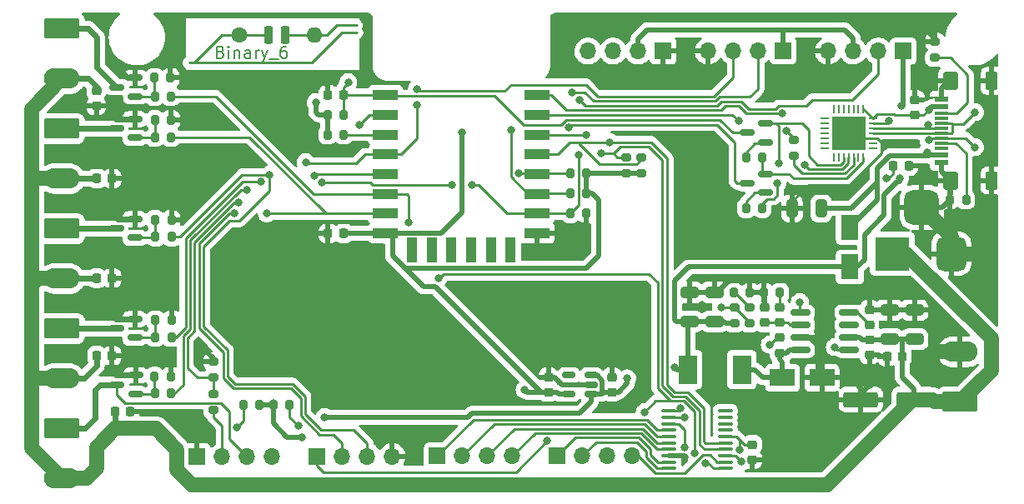
<source format=gbr>
G04 #@! TF.GenerationSoftware,KiCad,Pcbnew,(5.99.0-9568-gb9d26a55f2)*
G04 #@! TF.CreationDate,2021-03-08T10:56:08+01:00*
G04 #@! TF.ProjectId,ESP-Hiro,4553502d-4869-4726-9f2e-6b696361645f,rev?*
G04 #@! TF.SameCoordinates,PX5f5e100PY7bfa480*
G04 #@! TF.FileFunction,Copper,L1,Top*
G04 #@! TF.FilePolarity,Positive*
%FSLAX46Y46*%
G04 Gerber Fmt 4.6, Leading zero omitted, Abs format (unit mm)*
G04 Created by KiCad (PCBNEW (5.99.0-9568-gb9d26a55f2)) date 2021-03-08 10:56:08*
%MOMM*%
%LPD*%
G01*
G04 APERTURE LIST*
G04 Aperture macros list*
%AMRoundRect*
0 Rectangle with rounded corners*
0 $1 Rounding radius*
0 $2 $3 $4 $5 $6 $7 $8 $9 X,Y pos of 4 corners*
0 Add a 4 corners polygon primitive as box body*
4,1,4,$2,$3,$4,$5,$6,$7,$8,$9,$2,$3,0*
0 Add four circle primitives for the rounded corners*
1,1,$1+$1,$2,$3*
1,1,$1+$1,$4,$5*
1,1,$1+$1,$6,$7*
1,1,$1+$1,$8,$9*
0 Add four rect primitives between the rounded corners*
20,1,$1+$1,$2,$3,$4,$5,0*
20,1,$1+$1,$4,$5,$6,$7,0*
20,1,$1+$1,$6,$7,$8,$9,0*
20,1,$1+$1,$8,$9,$2,$3,0*%
G04 Aperture macros list end*
%ADD10C,0.200000*%
G04 #@! TA.AperFunction,EtchedComponent*
%ADD11C,0.250000*%
G04 #@! TD*
G04 #@! TA.AperFunction,SMDPad,CuDef*
%ADD12RoundRect,0.250000X0.650000X-0.325000X0.650000X0.325000X-0.650000X0.325000X-0.650000X-0.325000X0*%
G04 #@! TD*
G04 #@! TA.AperFunction,SMDPad,CuDef*
%ADD13RoundRect,0.225000X-0.250000X0.225000X-0.250000X-0.225000X0.250000X-0.225000X0.250000X0.225000X0*%
G04 #@! TD*
G04 #@! TA.AperFunction,SMDPad,CuDef*
%ADD14RoundRect,0.225000X0.250000X-0.225000X0.250000X0.225000X-0.250000X0.225000X-0.250000X-0.225000X0*%
G04 #@! TD*
G04 #@! TA.AperFunction,SMDPad,CuDef*
%ADD15RoundRect,0.225000X-0.225000X-0.250000X0.225000X-0.250000X0.225000X0.250000X-0.225000X0.250000X0*%
G04 #@! TD*
G04 #@! TA.AperFunction,SMDPad,CuDef*
%ADD16R,2.500000X1.800000*%
G04 #@! TD*
G04 #@! TA.AperFunction,SMDPad,CuDef*
%ADD17RoundRect,0.225000X-0.225000X-0.675000X0.225000X-0.675000X0.225000X0.675000X-0.225000X0.675000X0*%
G04 #@! TD*
G04 #@! TA.AperFunction,ComponentPad*
%ADD18O,1.600000X1.600000*%
G04 #@! TD*
G04 #@! TA.AperFunction,ComponentPad*
%ADD19C,1.600000*%
G04 #@! TD*
G04 #@! TA.AperFunction,SMDPad,CuDef*
%ADD20RoundRect,0.150000X0.587500X0.150000X-0.587500X0.150000X-0.587500X-0.150000X0.587500X-0.150000X0*%
G04 #@! TD*
G04 #@! TA.AperFunction,SMDPad,CuDef*
%ADD21RoundRect,0.200000X0.200000X0.275000X-0.200000X0.275000X-0.200000X-0.275000X0.200000X-0.275000X0*%
G04 #@! TD*
G04 #@! TA.AperFunction,SMDPad,CuDef*
%ADD22RoundRect,0.200000X0.275000X-0.200000X0.275000X0.200000X-0.275000X0.200000X-0.275000X-0.200000X0*%
G04 #@! TD*
G04 #@! TA.AperFunction,SMDPad,CuDef*
%ADD23RoundRect,0.200000X-0.200000X-0.275000X0.200000X-0.275000X0.200000X0.275000X-0.200000X0.275000X0*%
G04 #@! TD*
G04 #@! TA.AperFunction,SMDPad,CuDef*
%ADD24RoundRect,0.200000X-0.275000X0.200000X-0.275000X-0.200000X0.275000X-0.200000X0.275000X0.200000X0*%
G04 #@! TD*
G04 #@! TA.AperFunction,SMDPad,CuDef*
%ADD25RoundRect,0.150000X0.825000X0.150000X-0.825000X0.150000X-0.825000X-0.150000X0.825000X-0.150000X0*%
G04 #@! TD*
G04 #@! TA.AperFunction,ComponentPad*
%ADD26R,1.700000X1.700000*%
G04 #@! TD*
G04 #@! TA.AperFunction,ComponentPad*
%ADD27O,1.700000X1.700000*%
G04 #@! TD*
G04 #@! TA.AperFunction,SMDPad,CuDef*
%ADD28R,2.500000X1.100000*%
G04 #@! TD*
G04 #@! TA.AperFunction,SMDPad,CuDef*
%ADD29R,1.100000X2.500000*%
G04 #@! TD*
G04 #@! TA.AperFunction,SMDPad,CuDef*
%ADD30RoundRect,0.150000X0.512500X0.150000X-0.512500X0.150000X-0.512500X-0.150000X0.512500X-0.150000X0*%
G04 #@! TD*
G04 #@! TA.AperFunction,SMDPad,CuDef*
%ADD31RoundRect,0.250000X0.325000X0.650000X-0.325000X0.650000X-0.325000X-0.650000X0.325000X-0.650000X0*%
G04 #@! TD*
G04 #@! TA.AperFunction,SMDPad,CuDef*
%ADD32RoundRect,0.225000X0.225000X0.250000X-0.225000X0.250000X-0.225000X-0.250000X0.225000X-0.250000X0*%
G04 #@! TD*
G04 #@! TA.AperFunction,SMDPad,CuDef*
%ADD33R,1.800000X2.500000*%
G04 #@! TD*
G04 #@! TA.AperFunction,SMDPad,CuDef*
%ADD34RoundRect,0.062500X0.337500X0.062500X-0.337500X0.062500X-0.337500X-0.062500X0.337500X-0.062500X0*%
G04 #@! TD*
G04 #@! TA.AperFunction,SMDPad,CuDef*
%ADD35RoundRect,0.062500X0.062500X0.337500X-0.062500X0.337500X-0.062500X-0.337500X0.062500X-0.337500X0*%
G04 #@! TD*
G04 #@! TA.AperFunction,SMDPad,CuDef*
%ADD36R,3.350000X3.350000*%
G04 #@! TD*
G04 #@! TA.AperFunction,SMDPad,CuDef*
%ADD37R,1.450000X0.600000*%
G04 #@! TD*
G04 #@! TA.AperFunction,SMDPad,CuDef*
%ADD38R,1.450000X0.300000*%
G04 #@! TD*
G04 #@! TA.AperFunction,SMDPad,CuDef*
%ADD39RoundRect,0.120000X0.480000X-0.780000X0.480000X0.780000X-0.480000X0.780000X-0.480000X-0.780000X0*%
G04 #@! TD*
G04 #@! TA.AperFunction,SMDPad,CuDef*
%ADD40RoundRect,0.145000X0.580000X-0.755000X0.580000X0.755000X-0.580000X0.755000X-0.580000X-0.755000X0*%
G04 #@! TD*
G04 #@! TA.AperFunction,ComponentPad*
%ADD41RoundRect,0.249999X-1.550001X0.790001X-1.550001X-0.790001X1.550001X-0.790001X1.550001X0.790001X0*%
G04 #@! TD*
G04 #@! TA.AperFunction,ComponentPad*
%ADD42O,3.600000X2.080000*%
G04 #@! TD*
G04 #@! TA.AperFunction,SMDPad,CuDef*
%ADD43R,1.950000X3.000000*%
G04 #@! TD*
G04 #@! TA.AperFunction,ComponentPad*
%ADD44RoundRect,0.249999X1.550001X-0.790001X1.550001X0.790001X-1.550001X0.790001X-1.550001X-0.790001X0*%
G04 #@! TD*
G04 #@! TA.AperFunction,SMDPad,CuDef*
%ADD45RoundRect,0.100000X-0.637500X-0.100000X0.637500X-0.100000X0.637500X0.100000X-0.637500X0.100000X0*%
G04 #@! TD*
G04 #@! TA.AperFunction,ComponentPad*
%ADD46R,3.500000X3.500000*%
G04 #@! TD*
G04 #@! TA.AperFunction,ComponentPad*
%ADD47RoundRect,0.750000X0.750000X1.000000X-0.750000X1.000000X-0.750000X-1.000000X0.750000X-1.000000X0*%
G04 #@! TD*
G04 #@! TA.AperFunction,ComponentPad*
%ADD48RoundRect,0.875000X0.875000X0.875000X-0.875000X0.875000X-0.875000X-0.875000X0.875000X-0.875000X0*%
G04 #@! TD*
G04 #@! TA.AperFunction,SMDPad,CuDef*
%ADD49RoundRect,0.250000X1.500000X0.550000X-1.500000X0.550000X-1.500000X-0.550000X1.500000X-0.550000X0*%
G04 #@! TD*
G04 #@! TA.AperFunction,ViaPad*
%ADD50C,0.800000*%
G04 #@! TD*
G04 #@! TA.AperFunction,ViaPad*
%ADD51C,1.000000*%
G04 #@! TD*
G04 #@! TA.AperFunction,Conductor*
%ADD52C,0.500000*%
G04 #@! TD*
G04 #@! TA.AperFunction,Conductor*
%ADD53C,0.254000*%
G04 #@! TD*
G04 #@! TA.AperFunction,Conductor*
%ADD54C,1.500000*%
G04 #@! TD*
G04 #@! TA.AperFunction,Conductor*
%ADD55C,0.600000*%
G04 #@! TD*
G04 APERTURE END LIST*
D10*
X20515742Y45510915D02*
X20687171Y45453772D01*
X20744314Y45396629D01*
X20801457Y45282343D01*
X20801457Y45110915D01*
X20744314Y44996629D01*
X20687171Y44939486D01*
X20572885Y44882343D01*
X20115742Y44882343D01*
X20115742Y46082343D01*
X20515742Y46082343D01*
X20630028Y46025200D01*
X20687171Y45968058D01*
X20744314Y45853772D01*
X20744314Y45739486D01*
X20687171Y45625200D01*
X20630028Y45568058D01*
X20515742Y45510915D01*
X20115742Y45510915D01*
X21315742Y44882343D02*
X21315742Y45682343D01*
X21315742Y46082343D02*
X21258600Y46025200D01*
X21315742Y45968058D01*
X21372885Y46025200D01*
X21315742Y46082343D01*
X21315742Y45968058D01*
X21887171Y45682343D02*
X21887171Y44882343D01*
X21887171Y45568058D02*
X21944314Y45625200D01*
X22058600Y45682343D01*
X22230028Y45682343D01*
X22344314Y45625200D01*
X22401457Y45510915D01*
X22401457Y44882343D01*
X23487171Y44882343D02*
X23487171Y45510915D01*
X23430028Y45625200D01*
X23315742Y45682343D01*
X23087171Y45682343D01*
X22972885Y45625200D01*
X23487171Y44939486D02*
X23372885Y44882343D01*
X23087171Y44882343D01*
X22972885Y44939486D01*
X22915742Y45053772D01*
X22915742Y45168058D01*
X22972885Y45282343D01*
X23087171Y45339486D01*
X23372885Y45339486D01*
X23487171Y45396629D01*
X24058600Y44882343D02*
X24058600Y45682343D01*
X24058600Y45453772D02*
X24115742Y45568058D01*
X24172885Y45625200D01*
X24287171Y45682343D01*
X24401457Y45682343D01*
X24687171Y45682343D02*
X24972885Y44882343D01*
X25258600Y45682343D02*
X24972885Y44882343D01*
X24858600Y44596629D01*
X24801457Y44539486D01*
X24687171Y44482343D01*
X25430028Y44768058D02*
X26344314Y44768058D01*
X27144314Y46082343D02*
X26915742Y46082343D01*
X26801457Y46025200D01*
X26744314Y45968058D01*
X26630028Y45796629D01*
X26572885Y45568058D01*
X26572885Y45110915D01*
X26630028Y44996629D01*
X26687171Y44939486D01*
X26801457Y44882343D01*
X27030028Y44882343D01*
X27144314Y44939486D01*
X27201457Y44996629D01*
X27258600Y45110915D01*
X27258600Y45396629D01*
X27201457Y45510915D01*
X27144314Y45568058D01*
X27030028Y45625200D01*
X26801457Y45625200D01*
X26687171Y45568058D01*
X26630028Y45510915D01*
X26572885Y45396629D01*
D11*
X29754600Y44409200D02*
X17283200Y44409200D01*
X22388600Y47203200D02*
X20610600Y47203200D01*
X27468600Y47203200D02*
X30008600Y47203200D01*
X34352000Y47457200D02*
X32802600Y47457200D01*
X31278600Y47203200D02*
X32294600Y48219200D01*
X20610600Y47203200D02*
X17816600Y44409200D01*
X32294600Y48219200D02*
X34301200Y48219200D01*
X32802600Y47457200D02*
X29754600Y44409200D01*
X22388600Y47203200D02*
X24928600Y47203200D01*
X30008600Y47203200D02*
X31278600Y47203200D01*
D12*
X90959000Y16315000D03*
X90959000Y19265000D03*
X88419000Y16315000D03*
X88419000Y19265000D03*
D13*
X86387000Y16266000D03*
X86387000Y14716000D03*
D14*
X77243000Y14923998D03*
X77243000Y16473998D03*
X86387000Y17777000D03*
X86387000Y19327000D03*
X77243000Y17984998D03*
X77243000Y19534998D03*
X75719000Y17984998D03*
X75719000Y19534998D03*
D12*
X68099000Y18113998D03*
X68099000Y21063998D03*
X70639000Y18113998D03*
X70639000Y21063998D03*
D15*
X31418000Y41158000D03*
X32968000Y41158000D03*
X31418000Y27061000D03*
X32968000Y27061000D03*
D14*
X60260000Y10919000D03*
X60260000Y12469000D03*
X53783000Y10919000D03*
X53783000Y12469000D03*
D16*
X77564000Y12396998D03*
X81564000Y12396998D03*
D17*
X25328600Y47203200D03*
D18*
X30008600Y47203200D03*
D19*
X22388600Y47203200D03*
D17*
X27068600Y47203200D03*
D20*
X11843000Y40970000D03*
X11843000Y42870000D03*
X9968000Y41920000D03*
D21*
X77306000Y21045998D03*
X75656000Y21045998D03*
D22*
X72671000Y17909998D03*
X72671000Y19559998D03*
X74195000Y17909998D03*
X74195000Y19559998D03*
D23*
X72608000Y21045998D03*
X74258000Y21045998D03*
D22*
X61657000Y33157000D03*
X61657000Y34807000D03*
X63181000Y33157000D03*
X63181000Y34807000D03*
D21*
X57656000Y33157000D03*
X56006000Y33157000D03*
X57656000Y31125000D03*
X56006000Y31125000D03*
D23*
X31368000Y37094000D03*
X33018000Y37094000D03*
X31368000Y39126000D03*
X33018000Y39126000D03*
D21*
X57656000Y29093000D03*
X56006000Y29093000D03*
D24*
X19747000Y10741000D03*
X19747000Y9091000D03*
X19747000Y14043000D03*
X19747000Y12393000D03*
D23*
X13816600Y41005600D03*
X15466600Y41005600D03*
X13842000Y36840000D03*
X15492000Y36840000D03*
X13867400Y26730800D03*
X15517400Y26730800D03*
X13867400Y16520000D03*
X15517400Y16520000D03*
X13816600Y10830400D03*
X15466600Y10830400D03*
D21*
X15415800Y42885200D03*
X13765800Y42885200D03*
X15492000Y38618000D03*
X13842000Y38618000D03*
X15517400Y28458000D03*
X13867400Y28458000D03*
X15529600Y18247200D03*
X13879600Y18247200D03*
X15454400Y12506800D03*
X13804400Y12506800D03*
D25*
X84325000Y15221000D03*
X84325000Y16491000D03*
X84325000Y17761000D03*
X84325000Y19031000D03*
X79375000Y19031000D03*
X79375000Y17761000D03*
X79375000Y16491000D03*
X79375000Y15221000D03*
D26*
X77618000Y45600000D03*
D27*
X75078000Y45600000D03*
X72538000Y45600000D03*
X69998000Y45600000D03*
D28*
X37258000Y41100000D03*
X37258000Y39100000D03*
X37258000Y37100000D03*
X37258000Y35100000D03*
X37258000Y33100000D03*
X37258000Y31100000D03*
X37258000Y29100000D03*
X37258000Y27100000D03*
X52658000Y27100000D03*
X52658000Y29100000D03*
X52658000Y31100000D03*
X52658000Y33100000D03*
X52658000Y35100000D03*
X52658000Y37100000D03*
X52658000Y39100000D03*
X52658000Y41100000D03*
D29*
X39948000Y25400000D03*
X41948000Y25400000D03*
X43948000Y25400000D03*
X45948000Y25400000D03*
X47948000Y25400000D03*
X49948000Y25400000D03*
D30*
X58127500Y10744000D03*
X58127500Y11694000D03*
X58127500Y12644000D03*
X55852500Y12644000D03*
X55852500Y10744000D03*
D13*
X90994000Y40663000D03*
X90994000Y39113000D03*
D31*
X81475000Y29601000D03*
X78525000Y29601000D03*
D32*
X90372000Y33919000D03*
X88822000Y33919000D03*
D33*
X84390000Y23650200D03*
X84390000Y27650200D03*
D20*
X75865500Y31191500D03*
X75865500Y33091500D03*
X73990500Y32141500D03*
X75865500Y36334000D03*
X75865500Y38234000D03*
X73990500Y37284000D03*
D22*
X93026000Y44905000D03*
X93026000Y46555000D03*
D21*
X96200000Y30490000D03*
X94550000Y30490000D03*
D24*
X78675000Y36585000D03*
X78675000Y34935000D03*
D21*
X75499000Y29601500D03*
X73849000Y29601500D03*
X75499000Y34744000D03*
X73849000Y34744000D03*
D34*
X86713000Y35750000D03*
X86713000Y36250000D03*
X86713000Y36750000D03*
X86713000Y37250000D03*
X86713000Y37750000D03*
X86713000Y38250000D03*
X86713000Y38750000D03*
D35*
X85763000Y39700000D03*
X85263000Y39700000D03*
X84763000Y39700000D03*
X84263000Y39700000D03*
X83763000Y39700000D03*
X83263000Y39700000D03*
X82763000Y39700000D03*
D34*
X81813000Y38750000D03*
X81813000Y38250000D03*
X81813000Y37750000D03*
X81813000Y37250000D03*
X81813000Y36750000D03*
X81813000Y36250000D03*
X81813000Y35750000D03*
D35*
X82763000Y34800000D03*
X83263000Y34800000D03*
X83763000Y34800000D03*
X84263000Y34800000D03*
X84763000Y34800000D03*
X85263000Y34800000D03*
X85763000Y34800000D03*
D36*
X84263000Y37250000D03*
D37*
X93705000Y34250000D03*
X93705000Y35050000D03*
D38*
X93705000Y36250000D03*
X93705000Y37250000D03*
X93705000Y37750000D03*
X93705000Y38750000D03*
D37*
X93705000Y39950000D03*
X93705000Y40750000D03*
X93705000Y40750000D03*
X93705000Y39950000D03*
D38*
X93705000Y39250000D03*
X93705000Y38250000D03*
X93705000Y36750000D03*
X93705000Y35750000D03*
D37*
X93705000Y35050000D03*
X93705000Y34250000D03*
D39*
X98800000Y32430000D03*
X98800000Y42570000D03*
D40*
X94620000Y32430000D03*
X94620000Y42570000D03*
D41*
X4410000Y7230000D03*
D42*
X4410000Y2150000D03*
D41*
X4410000Y37710000D03*
D42*
X4410000Y32630000D03*
D41*
X4410000Y47870000D03*
D42*
X4410000Y42790000D03*
D41*
X4410000Y27550000D03*
D42*
X4410000Y22470000D03*
D41*
X4410000Y17390000D03*
D42*
X4410000Y12310000D03*
D43*
X73424000Y13218000D03*
X67924000Y13218000D03*
D20*
X11794500Y36779000D03*
X11794500Y38679000D03*
X9919500Y37729000D03*
D26*
X42504000Y4437000D03*
D27*
X45044000Y4437000D03*
X47584000Y4437000D03*
X50124000Y4437000D03*
D15*
X7923000Y14640400D03*
X9473000Y14640400D03*
D23*
X25844000Y9662000D03*
X27494000Y9662000D03*
D20*
X11870700Y10744000D03*
X11870700Y12644000D03*
X9995700Y11694000D03*
D15*
X7923000Y22514400D03*
X9473000Y22514400D03*
D14*
X74484000Y4061000D03*
X74484000Y5611000D03*
D21*
X24446000Y9662000D03*
X22796000Y9662000D03*
D26*
X30312000Y4400000D03*
D27*
X32852000Y4400000D03*
X35392000Y4400000D03*
X37932000Y4400000D03*
D26*
X65426000Y45600000D03*
D27*
X62886000Y45600000D03*
X60346000Y45600000D03*
X57806000Y45600000D03*
D20*
X11794500Y26619000D03*
X11794500Y28519000D03*
X9919500Y27569000D03*
D15*
X9751800Y9001600D03*
X11301800Y9001600D03*
D44*
X95590000Y9950000D03*
D42*
X95590000Y15030000D03*
D15*
X7923000Y32649000D03*
X9473000Y32649000D03*
X88174000Y14547002D03*
X89724000Y14547002D03*
D26*
X18120000Y4400000D03*
D27*
X20660000Y4400000D03*
X23200000Y4400000D03*
X25740000Y4400000D03*
D13*
X7885200Y41577400D03*
X7885200Y40027400D03*
D45*
X66033500Y9031000D03*
X66033500Y8381000D03*
X66033500Y7731000D03*
X66033500Y7081000D03*
X66033500Y6431000D03*
X66033500Y5781000D03*
X66033500Y5131000D03*
X66033500Y4481000D03*
X66033500Y3831000D03*
X66033500Y3181000D03*
X71758500Y3181000D03*
X71758500Y3831000D03*
X71758500Y4481000D03*
X71758500Y5131000D03*
X71758500Y5781000D03*
X71758500Y6431000D03*
X71758500Y7081000D03*
X71758500Y7731000D03*
X71758500Y8381000D03*
X71758500Y9031000D03*
D46*
X88700000Y25000000D03*
D47*
X94700000Y25000000D03*
D48*
X91700000Y29700000D03*
D26*
X54690000Y4437000D03*
D27*
X57230000Y4437000D03*
X59770000Y4437000D03*
X62310000Y4437000D03*
D26*
X89810000Y45590000D03*
D27*
X87270000Y45590000D03*
X84730000Y45590000D03*
X82190000Y45590000D03*
D49*
X90900000Y10170000D03*
X85500000Y10170000D03*
D20*
X11794500Y16459000D03*
X11794500Y18359000D03*
X9919500Y17409000D03*
D50*
X86422000Y11694000D03*
X83755000Y37856000D03*
X9587000Y28966000D03*
X53783000Y16266000D03*
X29145000Y27823000D03*
X17461000Y8011000D03*
D51*
X15556000Y20584000D03*
D50*
X72198000Y22362000D03*
D51*
X9917200Y44002800D03*
D50*
X92772000Y42809000D03*
X60260000Y16266000D03*
X31050000Y10043000D03*
X30796000Y42682000D03*
D51*
X9510800Y18755200D03*
D50*
X9587000Y38999000D03*
X55815000Y26553000D03*
X77405000Y3566000D03*
X67618900Y4344022D03*
X91629000Y48270000D03*
D51*
X9510800Y13014800D03*
D50*
X18604000Y15504000D03*
X66575000Y13472000D03*
X89470000Y32649000D03*
X89597000Y40015000D03*
X61784000Y12329000D03*
X28764000Y6360000D03*
X31050000Y8392000D03*
X84390000Y23505000D03*
X33463000Y42428000D03*
X51370000Y11186000D03*
X45020000Y37348000D03*
X30161000Y40396000D03*
X29145000Y34300000D03*
X23176000Y31506000D03*
X40448000Y41758000D03*
X40448000Y40142000D03*
X57593000Y37094000D03*
X59117000Y35189000D03*
X60006000Y36332000D03*
X50735000Y33157000D03*
X55838567Y37867433D03*
X49973000Y37602000D03*
X56196000Y41412000D03*
X44004000Y32014000D03*
X56958000Y40650000D03*
X30802223Y32262814D03*
X56831000Y35062000D03*
X46036000Y32014000D03*
X24573000Y32303000D03*
X34606000Y38110000D03*
X22296608Y30226392D03*
X39559000Y28204000D03*
X63562000Y8900000D03*
X53656000Y5979000D03*
X68606503Y4721537D03*
X42607000Y22489000D03*
X25208000Y29093000D03*
X21906000Y29093000D03*
X25462000Y33030000D03*
X30034000Y32903000D03*
X73087000Y38491000D03*
X77913000Y37507000D03*
X77532000Y39253000D03*
X79818000Y34046000D03*
X88327000Y38477000D03*
X88073000Y32649000D03*
X73214000Y5090000D03*
X67206000Y9299527D03*
X76262000Y15758000D03*
X82866000Y15504000D03*
X84390000Y27442000D03*
X92264000Y35316000D03*
X92391000Y39634000D03*
X67626000Y8392000D03*
X67626000Y5344000D03*
X77151000Y34173000D03*
X77024000Y32141000D03*
X97090000Y39380000D03*
X92392741Y36523000D03*
X97090000Y35824000D03*
X92379998Y38110000D03*
X69759600Y3734000D03*
X71309000Y19568000D03*
X79310000Y20076000D03*
X28383000Y7503000D03*
X22125000Y7376000D03*
X73409000Y3870800D03*
D52*
X74258000Y21045998D02*
X75656000Y21045998D01*
X94620000Y42570000D02*
X94438000Y42570000D01*
X98800000Y42570000D02*
X98800000Y32430000D01*
X70639000Y21063998D02*
X70899998Y21063998D01*
X93705000Y33345000D02*
X94620000Y32430000D01*
D53*
X86713000Y36750000D02*
X87163866Y36750000D01*
D52*
X85500000Y10170000D02*
X85500000Y10772000D01*
D54*
X93187000Y15030000D02*
X92518000Y14361000D01*
D52*
X88174000Y14547002D02*
X87534998Y14547002D01*
X94550000Y30490000D02*
X94550000Y32360000D01*
X75719000Y19534998D02*
X75719000Y20982998D01*
X74484000Y4061000D02*
X76910000Y4061000D01*
X31418000Y42060000D02*
X30796000Y42682000D01*
X60260000Y12469000D02*
X60260000Y12583000D01*
X70899998Y21063998D02*
X72198000Y22362000D01*
X85500000Y10170000D02*
X85500000Y11346000D01*
X31418000Y27061000D02*
X29907000Y27061000D01*
X67481922Y4481000D02*
X67618900Y4344022D01*
X85500000Y10772000D02*
X86422000Y11694000D01*
X15529600Y18247200D02*
X15529600Y20557600D01*
D55*
X10034000Y28519000D02*
X9587000Y28966000D01*
D53*
X84763000Y36750000D02*
X84263000Y37250000D01*
D52*
X94438000Y42570000D02*
X93705000Y41837000D01*
D54*
X95590000Y15030000D02*
X93187000Y15030000D01*
D53*
X80199000Y32014000D02*
X78525000Y30340000D01*
D52*
X85500000Y11346000D02*
X84449002Y12396998D01*
X81149980Y15691020D02*
X81149980Y12811018D01*
D54*
X94700000Y25000000D02*
X94700000Y26700000D01*
D52*
X87366000Y14716000D02*
X86387000Y14716000D01*
X29907000Y27061000D02*
X29145000Y27823000D01*
D54*
X94700000Y26700000D02*
X91700000Y29700000D01*
X94700000Y25000000D02*
X97569000Y25000000D01*
D55*
X11794500Y18359000D02*
X9907000Y18359000D01*
D52*
X93705000Y34250000D02*
X93705000Y33345000D01*
X88357000Y19327000D02*
X88419000Y19265000D01*
X19747000Y14043000D02*
X19747000Y14361000D01*
X75719000Y20982998D02*
X75656000Y21045998D01*
D53*
X87163866Y36750000D02*
X87565000Y36348866D01*
X86713000Y36750000D02*
X84763000Y36750000D01*
X84263000Y37348000D02*
X83755000Y37856000D01*
D55*
X11794500Y28519000D02*
X10821400Y28519000D01*
D52*
X93760000Y29700000D02*
X94550000Y30490000D01*
X93705000Y41837000D02*
X93705000Y40750000D01*
D55*
X11050000Y42870000D02*
X9917200Y44002800D01*
D52*
X15529600Y20557600D02*
X15556000Y20584000D01*
D55*
X11794500Y38679000D02*
X10618200Y38679000D01*
D52*
X93026000Y46555000D02*
X93026000Y46873000D01*
D55*
X9907000Y18359000D02*
X9510800Y18755200D01*
D52*
X66965000Y4481000D02*
X67481922Y4481000D01*
X60260000Y12469000D02*
X60260000Y16266000D01*
X66033500Y4481000D02*
X66965000Y4481000D01*
D55*
X9881600Y12644000D02*
X9510800Y13014800D01*
D52*
X58127500Y11694000D02*
X55180000Y11694000D01*
X93026000Y46873000D02*
X91629000Y48270000D01*
X81149980Y12811018D02*
X81564000Y12396998D01*
X18858000Y15250000D02*
X18604000Y15504000D01*
D53*
X87565000Y36348866D02*
X87565000Y35189000D01*
D52*
X51958000Y27100000D02*
X55268000Y27100000D01*
X94550000Y32360000D02*
X94620000Y32430000D01*
X94620000Y42570000D02*
X93011000Y42570000D01*
X53783000Y12469000D02*
X53783000Y16266000D01*
D53*
X84390000Y32014000D02*
X80199000Y32014000D01*
D55*
X11870700Y12644000D02*
X9881600Y12644000D01*
D52*
X91700000Y29700000D02*
X93760000Y29700000D01*
X54405000Y12469000D02*
X53783000Y12469000D01*
X79375000Y16491000D02*
X80350000Y16491000D01*
X76910000Y4061000D02*
X77405000Y3566000D01*
X19747000Y14361000D02*
X18604000Y15504000D01*
D53*
X84263000Y37250000D02*
X84263000Y37348000D01*
D55*
X9907000Y38679000D02*
X9587000Y38999000D01*
D52*
X55180000Y11694000D02*
X54405000Y12469000D01*
X90959000Y19265000D02*
X88419000Y19265000D01*
D55*
X10821400Y28519000D02*
X10034000Y28519000D01*
X10618200Y38679000D02*
X9907000Y38679000D01*
D53*
X78525000Y30340000D02*
X78525000Y29601000D01*
D52*
X93011000Y42570000D02*
X92772000Y42809000D01*
X55268000Y27100000D02*
X55815000Y26553000D01*
D55*
X11843000Y42870000D02*
X11050000Y42870000D01*
D53*
X87565000Y35189000D02*
X84390000Y32014000D01*
D52*
X31418000Y41158000D02*
X31418000Y42060000D01*
X80350000Y16491000D02*
X81149980Y15691020D01*
X87534998Y14547002D02*
X87366000Y14716000D01*
X84449002Y12396998D02*
X81564000Y12396998D01*
X86387000Y19327000D02*
X88357000Y19327000D01*
X90959000Y16315000D02*
X89675000Y16315000D01*
D54*
X98741000Y16393000D02*
X98741000Y13101000D01*
D52*
X89724000Y12456000D02*
X90900000Y11280000D01*
X89724000Y14547002D02*
X89724000Y16266000D01*
D55*
X7066000Y42790000D02*
X4410000Y42790000D01*
D54*
X6901000Y2150000D02*
X7936000Y3185000D01*
D52*
X89675000Y16315000D02*
X88419000Y16315000D01*
D54*
X7936000Y3185000D02*
X7936000Y5344000D01*
D55*
X7885200Y41970800D02*
X7066000Y42790000D01*
D54*
X16064000Y5090000D02*
X16064000Y3058000D01*
X1752960Y32630000D02*
X1659980Y32722980D01*
X88700000Y25000000D02*
X90134000Y25000000D01*
X92772000Y10170000D02*
X92992000Y9950000D01*
X4410000Y42790000D02*
X1332000Y39712000D01*
X4410000Y32630000D02*
X1752960Y32630000D01*
D55*
X9751800Y9001600D02*
X9751800Y7808200D01*
D54*
X1859000Y12310000D02*
X1659980Y12509020D01*
D52*
X85435000Y16491000D02*
X84325000Y16491000D01*
D54*
X82104000Y1534000D02*
X82264000Y1694000D01*
X92992000Y9950000D02*
X95590000Y9950000D01*
D52*
X86387000Y16266000D02*
X85660000Y16266000D01*
D54*
X4410000Y12310000D02*
X1859000Y12310000D01*
X98741000Y13101000D02*
X95590000Y9950000D01*
X98741000Y13101000D02*
X98360000Y12720000D01*
D55*
X6621600Y12310000D02*
X4410000Y12310000D01*
D52*
X90900000Y11280000D02*
X90900000Y10170000D01*
D55*
X4429000Y32649000D02*
X4410000Y32630000D01*
D54*
X7936000Y5344000D02*
X9822000Y7230000D01*
D52*
X86387000Y16266000D02*
X88370000Y16266000D01*
D54*
X90134000Y25000000D02*
X98741000Y16393000D01*
D55*
X7923000Y14640400D02*
X7923000Y13611400D01*
D54*
X1332000Y5217000D02*
X1659980Y4889020D01*
X4410000Y2150000D02*
X6901000Y2150000D01*
X88700000Y24910000D02*
X89284313Y24910000D01*
X9822000Y7230000D02*
X10330000Y7230000D01*
D55*
X7923000Y22514400D02*
X4454400Y22514400D01*
D54*
X16064000Y3058000D02*
X17588000Y1534000D01*
X1968960Y22470000D02*
X1659980Y22161020D01*
D52*
X89724000Y14547002D02*
X89724000Y12456000D01*
D54*
X13924000Y7230000D02*
X10330000Y7230000D01*
X90740000Y10170000D02*
X90900000Y10170000D01*
X90900000Y10170000D02*
X92772000Y10170000D01*
D55*
X7885200Y41577400D02*
X7885200Y41970800D01*
D54*
X16064000Y5090000D02*
X15810000Y5344000D01*
D55*
X7923000Y13611400D02*
X6621600Y12310000D01*
X4454400Y22514400D02*
X4410000Y22470000D01*
X9751800Y7808200D02*
X10330000Y7230000D01*
D54*
X82104000Y1534000D02*
X90740000Y10170000D01*
D52*
X85660000Y16266000D02*
X85435000Y16491000D01*
X89724000Y16266000D02*
X89675000Y16315000D01*
D54*
X17588000Y1534000D02*
X82104000Y1534000D01*
X1332000Y5217000D02*
X4399000Y2150000D01*
X4410000Y22470000D02*
X1968960Y22470000D01*
X88700000Y25000000D02*
X88700000Y24910000D01*
X4399000Y2150000D02*
X4410000Y2150000D01*
X1332000Y39712000D02*
X1332000Y5217000D01*
D55*
X7923000Y32649000D02*
X4429000Y32649000D01*
D54*
X16064000Y5090000D02*
X13924000Y7230000D01*
D52*
X67924000Y13218000D02*
X66829000Y13218000D01*
X60895000Y10932000D02*
X60273000Y10932000D01*
X59244000Y11059000D02*
X59384000Y10919000D01*
X87884020Y30936020D02*
X87884020Y28904020D01*
X60273000Y10932000D02*
X60260000Y10919000D01*
X58127500Y9942500D02*
X58127500Y10744000D01*
X66610000Y22235000D02*
X66610000Y18298000D01*
X25844000Y7756000D02*
X25844000Y9662000D01*
X68099000Y18113998D02*
X68330998Y18113998D01*
X45642970Y8392000D02*
X46023970Y8773000D01*
X89810000Y40228000D02*
X89810000Y45590000D01*
X58127500Y12644000D02*
X58688558Y12644000D01*
X85914000Y24394000D02*
X85170200Y23650200D01*
X58688558Y12644000D02*
X59244000Y12088558D01*
X67924000Y17938998D02*
X68099000Y18113998D01*
X67924000Y13218000D02*
X67924000Y17938998D01*
X61784000Y11821000D02*
X60895000Y10932000D01*
X66610000Y18298000D02*
X66794002Y18113998D01*
X85914000Y26934000D02*
X85914000Y24394000D01*
X59384000Y10919000D02*
X59209000Y10744000D01*
X87884020Y28904020D02*
X85914000Y26934000D01*
X59209000Y10744000D02*
X58127500Y10744000D01*
X59244000Y12088558D02*
X59244000Y11059000D01*
X67816500Y23441500D02*
X68007000Y23632000D01*
X28764000Y6360000D02*
X27240000Y6360000D01*
X89597000Y40015000D02*
X89810000Y40228000D01*
X89470000Y32300000D02*
X89248000Y32300000D01*
X89248000Y32300000D02*
X87884020Y30936020D01*
X46023970Y8773000D02*
X56958000Y8773000D01*
X84390000Y23650200D02*
X68025200Y23650200D01*
X56958000Y8773000D02*
X58127500Y9942500D01*
X27240000Y6360000D02*
X25844000Y7756000D01*
X85170200Y23650200D02*
X84390000Y23650200D01*
X60260000Y10919000D02*
X59384000Y10919000D01*
X70639000Y18113998D02*
X71577000Y18113998D01*
X68025200Y23650200D02*
X67816500Y23441500D01*
X71781000Y17909998D02*
X72671000Y17909998D01*
X66610000Y22235000D02*
X67816500Y23441500D01*
X31050000Y8392000D02*
X45642970Y8392000D01*
X68099000Y18113998D02*
X70639000Y18113998D01*
X89470000Y32649000D02*
X89470000Y32300000D01*
X84390000Y23650200D02*
X83355800Y23650200D01*
X25844000Y9662000D02*
X24446000Y9662000D01*
X25844000Y9662000D02*
X25844000Y9952000D01*
X61784000Y12329000D02*
X61784000Y11821000D01*
X71577000Y18113998D02*
X71781000Y17909998D01*
X66829000Y13218000D02*
X66575000Y13472000D01*
X66794002Y18113998D02*
X68099000Y18113998D01*
D53*
X72516000Y37284000D02*
X71182000Y38618000D01*
X71182000Y38618000D02*
X55561000Y38618000D01*
X48338380Y41031000D02*
X38027000Y41031000D01*
X37900000Y41158000D02*
X37958000Y41100000D01*
X51259380Y38110000D02*
X48338380Y41031000D01*
X32968000Y41158000D02*
X32968000Y41933000D01*
X55561000Y38618000D02*
X55053000Y38110000D01*
X73990500Y37284000D02*
X72516000Y37284000D01*
X38027000Y41031000D02*
X37958000Y41100000D01*
X32968000Y41933000D02*
X33463000Y42428000D01*
X33018000Y41108000D02*
X32968000Y41158000D01*
X32968000Y41158000D02*
X37900000Y41158000D01*
X55053000Y38110000D02*
X51259380Y38110000D01*
X33018000Y39126000D02*
X33018000Y41108000D01*
D52*
X30415000Y39126000D02*
X31368000Y39126000D01*
X55852500Y10744000D02*
X54860000Y10744000D01*
X58863000Y30490000D02*
X58863000Y24775000D01*
X57656000Y31125000D02*
X58228000Y31125000D01*
X45020000Y29220000D02*
X42900000Y27100000D01*
X45020000Y37348000D02*
X45020000Y29220000D01*
X58863000Y24775000D02*
X57593000Y23505000D01*
X53783000Y10919000D02*
X53034000Y10919000D01*
X30161000Y39380000D02*
X30415000Y39126000D01*
X37958000Y27100000D02*
X37919000Y27061000D01*
X77618000Y45600000D02*
X77618000Y47676000D01*
X53034000Y10919000D02*
X42314011Y21638989D01*
X53783000Y10919000D02*
X51637000Y10919000D01*
X41098991Y21638989D02*
X39232980Y23505000D01*
X77618000Y47676000D02*
X77532000Y47762000D01*
X77532000Y47762000D02*
X63816000Y47762000D01*
X42900000Y27100000D02*
X37958000Y27100000D01*
X57656000Y31125000D02*
X57656000Y33157000D01*
X31368000Y37094000D02*
X31368000Y38174000D01*
X58228000Y31125000D02*
X58863000Y30490000D01*
X54860000Y10744000D02*
X54685000Y10919000D01*
X37919000Y27061000D02*
X32968000Y27061000D01*
X54685000Y10919000D02*
X53783000Y10919000D01*
X61657000Y33157000D02*
X63181000Y33157000D01*
X57656000Y33157000D02*
X61657000Y33157000D01*
X31368000Y38174000D02*
X31368000Y39126000D01*
X37958000Y24779980D02*
X39232980Y23505000D01*
X51637000Y10919000D02*
X51370000Y11186000D01*
X63816000Y47762000D02*
X62886000Y46832000D01*
X83882000Y47762000D02*
X77532000Y47762000D01*
X84730000Y46914000D02*
X83882000Y47762000D01*
X57593000Y23505000D02*
X39232980Y23505000D01*
X62886000Y46832000D02*
X62886000Y45600000D01*
X37958000Y27100000D02*
X37958000Y24779980D01*
X42314011Y21638989D02*
X41098991Y21638989D01*
X30161000Y40396000D02*
X30161000Y39380000D01*
X84730000Y45600000D02*
X84730000Y46914000D01*
D53*
X49973000Y42174000D02*
X57593000Y42174000D01*
X29145000Y34300000D02*
X29272000Y34173000D01*
X38835000Y35100000D02*
X40448000Y36713000D01*
X17407020Y26364938D02*
X22548082Y31506000D01*
X29272000Y34173000D02*
X34225000Y34173000D01*
X49338000Y41539000D02*
X49973000Y42174000D01*
X70586816Y40977020D02*
X72538000Y42928204D01*
X40448000Y36713000D02*
X40448000Y40142000D01*
X22548082Y31506000D02*
X23176000Y31506000D01*
X34225000Y34173000D02*
X35152000Y35100000D01*
X17407020Y17347939D02*
X17407020Y26245020D01*
X35152000Y35100000D02*
X37958000Y35100000D01*
X16699000Y11694000D02*
X16699000Y16639918D01*
X72538000Y42928204D02*
X72538000Y43104000D01*
X58789980Y40977020D02*
X70586816Y40977020D01*
X15466600Y10830400D02*
X15835400Y10830400D01*
X16699000Y16639918D02*
X17407020Y17347939D01*
X37958000Y35100000D02*
X38835000Y35100000D01*
X40448000Y41758000D02*
X40667000Y41539000D01*
X57593000Y42174000D02*
X58789980Y40977020D01*
X17407020Y26245020D02*
X17407020Y26364938D01*
X40667000Y41539000D02*
X49338000Y41539000D01*
X15835400Y10830400D02*
X16699000Y11694000D01*
X72538000Y45600000D02*
X72538000Y43104000D01*
X66412558Y10480558D02*
X65340000Y11553116D01*
X67743028Y10480558D02*
X66412558Y10480558D01*
X61710980Y35877980D02*
X61075980Y35877980D01*
X69150000Y9073586D02*
X67743028Y10480558D01*
X69150000Y5598000D02*
X69150000Y9073586D01*
X65340000Y11553116D02*
X65340000Y34546918D01*
X61075980Y35877980D02*
X60387000Y35189000D01*
X60387000Y35189000D02*
X60769000Y34807000D01*
X64008938Y35877980D02*
X61710980Y35877980D01*
X71758500Y5131000D02*
X69617000Y5131000D01*
X69617000Y5131000D02*
X69150000Y5598000D01*
X60769000Y34807000D02*
X61657000Y34807000D01*
X57587000Y37100000D02*
X57593000Y37094000D01*
X65340000Y34546918D02*
X64008938Y35877980D01*
X51958000Y37100000D02*
X57587000Y37100000D01*
X60387000Y35189000D02*
X59117000Y35189000D01*
X55942000Y36332000D02*
X56831000Y36332000D01*
X62706980Y34079980D02*
X58956020Y34079980D01*
X63181000Y34807000D02*
X63181000Y34554000D01*
X58956020Y34079980D02*
X56831000Y36205000D01*
X69604020Y9261648D02*
X67931089Y10934578D01*
X65848000Y34681000D02*
X64197000Y36332000D01*
X67931089Y10934578D02*
X66607422Y10934578D01*
X56831000Y36332000D02*
X60006000Y36332000D01*
X65848000Y11694000D02*
X65848000Y34681000D01*
X69604020Y5905980D02*
X69604020Y9261648D01*
X51958000Y35100000D02*
X54710000Y35100000D01*
X64197000Y36332000D02*
X60006000Y36332000D01*
X69729000Y5781000D02*
X69604020Y5905980D01*
X66607422Y10934578D02*
X65848000Y11694000D01*
X63181000Y34554000D02*
X62706980Y34079980D01*
X71758500Y5781000D02*
X69729000Y5781000D01*
X56831000Y36205000D02*
X56831000Y36332000D01*
X54710000Y35100000D02*
X55942000Y36332000D01*
X72706000Y32395000D02*
X72706000Y36332000D01*
X55838567Y38086433D02*
X55838567Y37867433D01*
X50735000Y33157000D02*
X51901000Y33157000D01*
X72959500Y32141500D02*
X72706000Y32395000D01*
X52015000Y33157000D02*
X51958000Y33100000D01*
X56006000Y33157000D02*
X52015000Y33157000D01*
X72706000Y36332000D02*
X70928000Y38110000D01*
X73990500Y32141500D02*
X72959500Y32141500D01*
X51901000Y33157000D02*
X51958000Y33100000D01*
X55815000Y38110000D02*
X55838567Y38086433D01*
X70928000Y38110000D02*
X55815000Y38110000D01*
X50007989Y32808034D02*
X50007989Y34334989D01*
X75078000Y41752000D02*
X75078000Y45600000D01*
X74249040Y40923040D02*
X75078000Y41752000D01*
X70774878Y40523000D02*
X71174918Y40923040D01*
X49973000Y34369978D02*
X49973000Y37602000D01*
X58355000Y40523000D02*
X70774878Y40523000D01*
X74249040Y40923040D02*
X74484000Y41158000D01*
X51716023Y31100000D02*
X50007989Y32808034D01*
X50007989Y34334989D02*
X49973000Y34369978D01*
X71174918Y40923040D02*
X74249040Y40923040D01*
X51958000Y31100000D02*
X51716023Y31100000D01*
X56196000Y41412000D02*
X57466000Y41412000D01*
X51983000Y31125000D02*
X51958000Y31100000D01*
X57466000Y41412000D02*
X58355000Y40523000D01*
X56006000Y31125000D02*
X51983000Y31125000D01*
X37952000Y37094000D02*
X37958000Y37100000D01*
X33018000Y37094000D02*
X37952000Y37094000D01*
X16953000Y26553000D02*
X22703000Y32303000D01*
X30802223Y32262814D02*
X30807409Y32268000D01*
X54679000Y29100000D02*
X51958000Y29100000D01*
X74156980Y39707020D02*
X76843020Y39707020D01*
X16953000Y26426000D02*
X16953000Y26553000D01*
X35701380Y32268000D02*
X35955380Y32014000D01*
X46036000Y32014000D02*
X46671000Y32014000D01*
X80580000Y40650000D02*
X84644000Y40650000D01*
X54686000Y29093000D02*
X56006000Y29093000D01*
X73394980Y40469020D02*
X74156980Y39707020D01*
X87270000Y43276000D02*
X87270000Y45590000D01*
X16953000Y17536000D02*
X16953000Y26426000D01*
X84644000Y40650000D02*
X87270000Y43276000D01*
X30807409Y32268000D02*
X35701380Y32268000D01*
X56831000Y29918000D02*
X56006000Y29093000D01*
X54679000Y29100000D02*
X54686000Y29093000D01*
X77151000Y40015000D02*
X79945000Y40015000D01*
X56958000Y40650000D02*
X57573960Y40034040D01*
X15517400Y16520000D02*
X15937000Y16520000D01*
X79945000Y40015000D02*
X80580000Y40650000D01*
X71362980Y40469020D02*
X73394980Y40469020D01*
X49585000Y29100000D02*
X51958000Y29100000D01*
X46671000Y32014000D02*
X49585000Y29100000D01*
X57573960Y40034040D02*
X70928000Y40034040D01*
X56831000Y35062000D02*
X56831000Y29918000D01*
X70928000Y40034040D02*
X71362980Y40469020D01*
X35955380Y32014000D02*
X44004000Y32014000D01*
X76843020Y39707020D02*
X77151000Y40015000D01*
X15937000Y16520000D02*
X16953000Y17536000D01*
X22703000Y32303000D02*
X24573000Y32303000D01*
X17861040Y17159878D02*
X17153020Y16451857D01*
X22296608Y30226392D02*
X21910556Y30226392D01*
X17153020Y13398980D02*
X18159000Y12393000D01*
X35596000Y39100000D02*
X34606000Y38110000D01*
X37958000Y39100000D02*
X35596000Y39100000D01*
X21910556Y30226392D02*
X17861040Y26176876D01*
X17861040Y26176876D02*
X17861040Y17159878D01*
X19747000Y10741000D02*
X19747000Y12393000D01*
X17153020Y16451857D02*
X17153020Y13398980D01*
X18159000Y12393000D02*
X19747000Y12393000D01*
X15466600Y41005600D02*
X20026400Y41005600D01*
X39380800Y31100000D02*
X39584400Y30896400D01*
X65704538Y10026538D02*
X64688538Y10026538D01*
X39584400Y30896400D02*
X39584400Y28229400D01*
X39584400Y28229400D02*
X39559000Y28204000D01*
X30923000Y2804000D02*
X31431000Y2804000D01*
X68642000Y8939504D02*
X68642000Y4757034D01*
X64885980Y22054020D02*
X64885980Y11365054D01*
X64688538Y10026538D02*
X63562000Y8900000D01*
X30312000Y4400000D02*
X30312000Y3923000D01*
X66212538Y10026538D02*
X65704538Y10026538D01*
X67554966Y10026538D02*
X66212538Y10026538D01*
X68642000Y4757034D02*
X68606503Y4721537D01*
X30923000Y2804000D02*
X50481000Y2804000D01*
X42607000Y22489000D02*
X42745040Y22489000D01*
X20026400Y41005600D02*
X29932000Y31100000D01*
X64012020Y22927980D02*
X64885980Y22054020D01*
X50481000Y2804000D02*
X53656000Y5979000D01*
X37958000Y31100000D02*
X39380800Y31100000D01*
X66212538Y10038496D02*
X66212538Y10026538D01*
X64885980Y11365054D02*
X66212538Y10038496D01*
X29932000Y31100000D02*
X37958000Y31100000D01*
X43184020Y22927980D02*
X64012020Y22927980D01*
X42745040Y22489000D02*
X43184020Y22927980D01*
X30312000Y3415000D02*
X30923000Y2804000D01*
X63562000Y8900000D02*
X63816000Y8900000D01*
X68642000Y8939504D02*
X67554966Y10026538D01*
X30312000Y4400000D02*
X30312000Y3415000D01*
X32852000Y5701000D02*
X31939000Y6614000D01*
X18350000Y17409000D02*
X18350000Y26023754D01*
X28637000Y10297000D02*
X27621000Y11313000D01*
X18350000Y26023754D02*
X21426246Y29100000D01*
X32852000Y4400000D02*
X32852000Y5701000D01*
X21899000Y29100000D02*
X21906000Y29093000D01*
X21426246Y29100000D02*
X21899000Y29100000D01*
X31170000Y29100000D02*
X37958000Y29100000D01*
X23430000Y36840000D02*
X31170000Y29100000D01*
X21779000Y11313000D02*
X20763000Y12329000D01*
X31163000Y29093000D02*
X31170000Y29100000D01*
X15492000Y36840000D02*
X23430000Y36840000D01*
X28637000Y8519000D02*
X28637000Y10297000D01*
X25208000Y29093000D02*
X31163000Y29093000D01*
X31939000Y6614000D02*
X30542000Y6614000D01*
X20763000Y12329000D02*
X20763000Y14996000D01*
X27621000Y11313000D02*
X21779000Y11313000D01*
X30542000Y6614000D02*
X28637000Y8519000D01*
X20763000Y14996000D02*
X18350000Y17409000D01*
X33971000Y7122000D02*
X30676082Y7122000D01*
X30676082Y7122000D02*
X29091020Y8707062D01*
X21967062Y11767020D02*
X21217020Y12517062D01*
X18804020Y17597062D02*
X18804020Y25737020D01*
X25462000Y31379000D02*
X25462000Y33030000D01*
X21217020Y15184061D02*
X18804020Y17597062D01*
X30034000Y32903000D02*
X30231000Y33100000D01*
X22414000Y28331000D02*
X25462000Y31379000D01*
X35392000Y4400000D02*
X35392000Y5701000D01*
X35392000Y5701000D02*
X33971000Y7122000D01*
X29091020Y10485062D02*
X27809062Y11767020D01*
X21217020Y12517062D02*
X21217020Y15184061D01*
X21398000Y28331000D02*
X22414000Y28331000D01*
X22668000Y33030000D02*
X25462000Y33030000D01*
X18804020Y25737020D02*
X21398000Y28331000D01*
X15517400Y26730800D02*
X16368800Y26730800D01*
X27809062Y11767020D02*
X21967062Y11767020D01*
X16368800Y26730800D02*
X22668000Y33030000D01*
X30231000Y33100000D02*
X37958000Y33100000D01*
X29091020Y8707062D02*
X29091020Y10485062D01*
X51984000Y39126000D02*
X51958000Y39100000D01*
X73087000Y38491000D02*
X72452000Y39126000D01*
X72452000Y39126000D02*
X51984000Y39126000D01*
X78675000Y36745000D02*
X77913000Y37507000D01*
X78675000Y36585000D02*
X78675000Y36745000D01*
X73087000Y40015000D02*
X73849000Y39253000D01*
X84217020Y34161072D02*
X83647927Y33591980D01*
X83647927Y33591980D02*
X80272020Y33591980D01*
X84263000Y34800000D02*
X84255000Y34800000D01*
X84217020Y34762020D02*
X84217020Y34161072D01*
X55614980Y39580020D02*
X71309000Y39580020D01*
X51958000Y41100000D02*
X54095000Y41100000D01*
X71309000Y39580020D02*
X71743980Y40015000D01*
X54095000Y41100000D02*
X55614980Y39580020D01*
X71743980Y40015000D02*
X73087000Y40015000D01*
X80272020Y33591980D02*
X79818000Y34046000D01*
X84255000Y34800000D02*
X84217020Y34762020D01*
X73849000Y39253000D02*
X77532000Y39253000D01*
X88100000Y38250000D02*
X88327000Y38477000D01*
X88822000Y33144000D02*
X88822000Y33919000D01*
X88327000Y32649000D02*
X88822000Y33144000D01*
X88073000Y32649000D02*
X88327000Y32649000D01*
X86713000Y38250000D02*
X88100000Y38250000D01*
X86387000Y17777000D02*
X85133000Y19031000D01*
X85133000Y19031000D02*
X84325000Y19031000D01*
X13765800Y42885200D02*
X13765800Y41056400D01*
X13765800Y41056400D02*
X13816600Y41005600D01*
X11843000Y40970000D02*
X13781000Y40970000D01*
X13781000Y40970000D02*
X13816600Y41005600D01*
X73214000Y5090000D02*
X73214000Y6106000D01*
X72889000Y6431000D02*
X71758500Y6431000D01*
X73214000Y6106000D02*
X72960000Y6360000D01*
X74484000Y5611000D02*
X73976000Y5611000D01*
X73709000Y5611000D02*
X73214000Y6106000D01*
X74484000Y5611000D02*
X73709000Y5611000D01*
X73076186Y6243814D02*
X72960000Y6360000D01*
X72960000Y6360000D02*
X72889000Y6431000D01*
X66033500Y9031000D02*
X66995000Y9031000D01*
X66995000Y9088527D02*
X67206000Y9299527D01*
X66995000Y9031000D02*
X66995000Y9088527D01*
X9995700Y10650300D02*
X9995700Y11694000D01*
D55*
X7732800Y8252400D02*
X6710400Y7230000D01*
D53*
X10827980Y9818020D02*
X9995700Y10650300D01*
D55*
X6710400Y7230000D02*
X4410000Y7230000D01*
D53*
X23200000Y4400000D02*
X21398000Y6202000D01*
X21398000Y8958040D02*
X20538020Y9818020D01*
D55*
X7732800Y11186000D02*
X7732800Y8252400D01*
D53*
X20538020Y9818020D02*
X10827980Y9818020D01*
D55*
X9995700Y11694000D02*
X8240800Y11694000D01*
X7732800Y11186000D02*
X7732800Y9560400D01*
X8240800Y11694000D02*
X7732800Y11186000D01*
D53*
X21398000Y6202000D02*
X21398000Y8958040D01*
D52*
X77243000Y14269000D02*
X77564000Y13948000D01*
X78265000Y15221000D02*
X77967998Y14923998D01*
X74738000Y13218000D02*
X75559002Y12396998D01*
X77564000Y13948000D02*
X77564000Y12396998D01*
X77243000Y14923998D02*
X77243000Y14269000D01*
X75559002Y12396998D02*
X77564000Y12396998D01*
X79375000Y15221000D02*
X78265000Y15221000D01*
X74738000Y13218000D02*
X73424000Y13218000D01*
X77967998Y14923998D02*
X77243000Y14923998D01*
D53*
X82866000Y15504000D02*
X83149000Y15221000D01*
X83149000Y15221000D02*
X84325000Y15221000D01*
X77243000Y16473998D02*
X76977998Y16473998D01*
X76977998Y16473998D02*
X76262000Y15758000D01*
X13781000Y36779000D02*
X13842000Y36840000D01*
X11794500Y36779000D02*
X13781000Y36779000D01*
X13842000Y38618000D02*
X13842000Y36840000D01*
X78099002Y17984998D02*
X77243000Y17984998D01*
X79375000Y17761000D02*
X78323000Y17761000D01*
X78323000Y17761000D02*
X78099002Y17984998D01*
X77243000Y17984998D02*
X75719000Y17984998D01*
X13755600Y26619000D02*
X13867400Y26730800D01*
X13867400Y28458000D02*
X13867400Y26730800D01*
X11794500Y26619000D02*
X13755600Y26619000D01*
X87167011Y39204011D02*
X87389011Y39204011D01*
D52*
X92707000Y39950000D02*
X92391000Y39634000D01*
X92264000Y35189000D02*
X92010000Y34935000D01*
D53*
X91870000Y39113000D02*
X90994000Y39113000D01*
D52*
X87184000Y32268000D02*
X84517000Y29601000D01*
X88408376Y34935000D02*
X92010000Y34935000D01*
D53*
X88975000Y39113000D02*
X88883989Y39204011D01*
D52*
X87184000Y32268000D02*
X87184000Y33710624D01*
X84517000Y29601000D02*
X81475000Y29601000D01*
X92264000Y35316000D02*
X92264000Y35189000D01*
D53*
X85763000Y39700000D02*
X86713000Y38750000D01*
D52*
X87184000Y33710624D02*
X88408376Y34935000D01*
X92415000Y34935000D02*
X92530000Y35050000D01*
X84390000Y27650200D02*
X84390000Y27696000D01*
X84390000Y27696000D02*
X87184000Y30490000D01*
D53*
X86713000Y38750000D02*
X87167011Y39204011D01*
X90994000Y39113000D02*
X88975000Y39113000D01*
X88883989Y39204011D02*
X87389011Y39204011D01*
D52*
X92010000Y34935000D02*
X92415000Y34935000D01*
X93705000Y39950000D02*
X92707000Y39950000D01*
X82309000Y29601000D02*
X81475000Y29601000D01*
X92530000Y35050000D02*
X93705000Y35050000D01*
X87184000Y30490000D02*
X87184000Y32268000D01*
D53*
X92391000Y39634000D02*
X91870000Y39113000D01*
X77306000Y19597998D02*
X77243000Y19534998D01*
X77306000Y21045998D02*
X77306000Y19597998D01*
X67615000Y8381000D02*
X67626000Y8392000D01*
X66033500Y8381000D02*
X67615000Y8381000D01*
X67017000Y7731000D02*
X67118000Y7630000D01*
X67626000Y7122000D02*
X67626000Y5344000D01*
X67118000Y7630000D02*
X67626000Y7122000D01*
X66033500Y7731000D02*
X67017000Y7731000D01*
D55*
X7066000Y47870000D02*
X4410000Y47870000D01*
X7936000Y43952000D02*
X7936000Y47000000D01*
X9968000Y41920000D02*
X7936000Y43952000D01*
X7936000Y47000000D02*
X7066000Y47870000D01*
D53*
X13806400Y16459000D02*
X13867400Y16520000D01*
X11794500Y16459000D02*
X13806400Y16459000D01*
X13879600Y18247200D02*
X13879600Y16532200D01*
X13879600Y16532200D02*
X13867400Y16520000D01*
X74740000Y31191500D02*
X75865500Y31191500D01*
X73849000Y29601500D02*
X73849000Y30300500D01*
X73849000Y30300500D02*
X74740000Y31191500D01*
X84062866Y32649000D02*
X78675000Y32649000D01*
X78232500Y33091500D02*
X75865500Y33091500D01*
X78675000Y32649000D02*
X78232500Y33091500D01*
X85763000Y34349134D02*
X84062866Y32649000D01*
X75865500Y33091500D02*
X75499000Y33458000D01*
X75927000Y33030000D02*
X75865500Y33091500D01*
X75499000Y33458000D02*
X75499000Y34744000D01*
X85763000Y34800000D02*
X85763000Y34349134D01*
X83459866Y34046000D02*
X81088000Y34046000D01*
X75499000Y29601500D02*
X75499000Y30076500D01*
X77024000Y30937892D02*
X77024000Y32141000D01*
X75986980Y30564480D02*
X76650588Y30564480D01*
X76894000Y38234000D02*
X75865500Y38234000D01*
X80199000Y34935000D02*
X80199000Y37602000D01*
X81088000Y34046000D02*
X80199000Y34935000D01*
X77151000Y37977000D02*
X76894000Y38234000D01*
X77151000Y34173000D02*
X77151000Y37977000D01*
X75499000Y30076500D02*
X75986980Y30564480D01*
X83763000Y34349134D02*
X83459866Y34046000D01*
X80199000Y37602000D02*
X79567000Y38234000D01*
X79567000Y38234000D02*
X76894000Y38234000D01*
X83763000Y34800000D02*
X83763000Y34349134D01*
X76650588Y30564480D02*
X77024000Y30937892D01*
X73849000Y34617000D02*
X73849000Y35316000D01*
X74740000Y36207000D02*
X75865500Y36207000D01*
X74740000Y36207000D02*
X73849000Y35316000D01*
X96200000Y35190000D02*
X95140000Y36250000D01*
X95140000Y36250000D02*
X93705000Y36250000D01*
X96200000Y30490000D02*
X96200000Y35190000D01*
X94684000Y37250000D02*
X93705000Y37250000D01*
X93705000Y38250000D02*
X94684000Y38250000D01*
X94757011Y38176989D02*
X95886989Y38176989D01*
X94684000Y38250000D02*
X94757011Y38176989D01*
X95886989Y38176989D02*
X97090000Y39380000D01*
X94757011Y37323011D02*
X94684000Y37250000D01*
X86713000Y37250000D02*
X93705000Y37250000D01*
X94757011Y38176989D02*
X94757011Y37323011D01*
X96164000Y36750000D02*
X97090000Y35824000D01*
X93705000Y36750000D02*
X92619741Y36750000D01*
X92031000Y37750000D02*
X86713000Y37750000D01*
X92379998Y38110000D02*
X92379998Y38098998D01*
X93705000Y36750000D02*
X96164000Y36750000D01*
X92379998Y38098998D02*
X92031000Y37750000D01*
X92619741Y36750000D02*
X92392741Y36523000D01*
X93705000Y37750000D02*
X92031000Y37750000D01*
X93026000Y44905000D02*
X94613000Y44905000D01*
X94613000Y44905000D02*
X96328000Y43190000D01*
X96328000Y40396000D02*
X95182000Y39250000D01*
X95182000Y39250000D02*
X93705000Y39250000D01*
X96328000Y43190000D02*
X96328000Y40396000D01*
X64822200Y7081000D02*
X63768380Y8134820D01*
X66033500Y7081000D02*
X64822200Y7081000D01*
X63768380Y8134820D02*
X46201820Y8134820D01*
X46201820Y8134820D02*
X42504000Y4437000D01*
X50370600Y7223600D02*
X47584000Y4437000D01*
X64801400Y5781000D02*
X63358800Y7223600D01*
X66033500Y5781000D02*
X64801400Y5781000D01*
X63358800Y7223600D02*
X50370600Y7223600D01*
X50124000Y4437000D02*
X52447040Y6760040D01*
X64805163Y5131000D02*
X66033500Y5131000D01*
X52447040Y6760040D02*
X63176123Y6760040D01*
X63176123Y6760040D02*
X64805163Y5131000D01*
X62988061Y6306020D02*
X56559020Y6306020D01*
X66033500Y3831000D02*
X64871800Y3831000D01*
X56559020Y6306020D02*
X54690000Y4437000D01*
X64168420Y5125662D02*
X62988061Y6306020D01*
X64168420Y4534380D02*
X64168420Y5125662D01*
X64871800Y3831000D02*
X64168420Y4534380D01*
X19747000Y8392000D02*
X19747000Y9091000D01*
X20660000Y4400000D02*
X20660000Y7479000D01*
X20660000Y7479000D02*
X19747000Y8392000D01*
X69998000Y3734000D02*
X70551000Y3181000D01*
X69759600Y3734000D02*
X69998000Y3734000D01*
X70551000Y3181000D02*
X71758500Y3181000D01*
X62912518Y4437000D02*
X64695538Y2653980D01*
X70216800Y4531200D02*
X70917000Y3831000D01*
X67577580Y2653980D02*
X69454800Y4531200D01*
X62310000Y4437000D02*
X62912518Y4437000D01*
X69454800Y4531200D02*
X70216800Y4531200D01*
X64695538Y2653980D02*
X67577580Y2653980D01*
X70917000Y3831000D02*
X71758500Y3831000D01*
X63714400Y4937600D02*
X62800000Y5852000D01*
X66033500Y3181000D02*
X64810600Y3181000D01*
X58645000Y5852000D02*
X57230000Y4437000D01*
X64810600Y3181000D02*
X63714400Y4277200D01*
X63714400Y4277200D02*
X63714400Y4937600D01*
X62800000Y5852000D02*
X58645000Y5852000D01*
X13804400Y12506800D02*
X13804400Y10842600D01*
X13730200Y10744000D02*
X13816600Y10830400D01*
X13804400Y10842600D02*
X13816600Y10830400D01*
X11870700Y10744000D02*
X13730200Y10744000D01*
X78675000Y34046000D02*
X79583040Y33137960D01*
X84763000Y34038000D02*
X84763000Y34800000D01*
X78675000Y34935000D02*
X78675000Y34046000D01*
X83862960Y33137960D02*
X84763000Y34038000D01*
X79583040Y33137960D02*
X83862960Y33137960D01*
X78802000Y34935000D02*
X78675000Y34935000D01*
X79310000Y20076000D02*
X79310000Y19096000D01*
X74195000Y17909998D02*
X74195000Y18035998D01*
X71317002Y19559998D02*
X71309000Y19568000D01*
X79310000Y19096000D02*
X79375000Y19031000D01*
X74195000Y18035998D02*
X72671000Y19559998D01*
X72671000Y19559998D02*
X71317002Y19559998D01*
X72608000Y21045998D02*
X72709000Y21045998D01*
X72709000Y21045998D02*
X74195000Y19559998D01*
D55*
X9919500Y37729000D02*
X4429000Y37729000D01*
X4429000Y37729000D02*
X4410000Y37710000D01*
X4429000Y27569000D02*
X4410000Y27550000D01*
X9919500Y27569000D02*
X4429000Y27569000D01*
D53*
X27494000Y8392000D02*
X28383000Y7503000D01*
X27494000Y9662000D02*
X27494000Y8392000D01*
X22796000Y8047000D02*
X22125000Y7376000D01*
X22796000Y9662000D02*
X22796000Y8047000D01*
X66033500Y6431000D02*
X64793482Y6431000D01*
X63543682Y7680800D02*
X48287800Y7680800D01*
X64793482Y6431000D02*
X63543682Y7680800D01*
X48287800Y7680800D02*
X45044000Y4437000D01*
D55*
X9919500Y17409000D02*
X4429000Y17409000D01*
X4429000Y17409000D02*
X4410000Y17390000D01*
D53*
X72692853Y4481000D02*
X72798800Y4481000D01*
X72496000Y4481000D02*
X71758500Y4481000D01*
X72798800Y4481000D02*
X73409000Y3870800D01*
X72496000Y4481000D02*
X72692853Y4481000D01*
G04 #@! TA.AperFunction,Conductor*
G36*
X86354532Y23657685D02*
G01*
X86411368Y23615138D01*
X86436179Y23548618D01*
X86436500Y23539629D01*
X86436500Y23250000D01*
X86441727Y23176921D01*
X86482904Y23036684D01*
X86487775Y23029105D01*
X86557051Y22921309D01*
X86557053Y22921306D01*
X86561923Y22913729D01*
X86568733Y22907828D01*
X86665569Y22823918D01*
X86665572Y22823916D01*
X86672381Y22818016D01*
X86680579Y22814272D01*
X86794995Y22762020D01*
X86805330Y22757300D01*
X86814245Y22756018D01*
X86814246Y22756018D01*
X86945552Y22737139D01*
X86945559Y22737138D01*
X86950000Y22736500D01*
X90450000Y22736500D01*
X90460040Y22737218D01*
X90516347Y22741245D01*
X90516352Y22741246D01*
X90523079Y22741727D01*
X90529553Y22743628D01*
X90533339Y22744311D01*
X90603929Y22736721D01*
X90644804Y22709408D01*
X96561548Y16792664D01*
X96595574Y16730352D01*
X96590509Y16659537D01*
X96547962Y16602701D01*
X96481442Y16577890D01*
X96466745Y16577698D01*
X96461494Y16577936D01*
X96458686Y16578000D01*
X95862115Y16578000D01*
X95846876Y16573525D01*
X95845671Y16572135D01*
X95844000Y16564452D01*
X95844000Y13500115D01*
X95848475Y13484876D01*
X95849865Y13483671D01*
X95857548Y13482000D01*
X96409626Y13482000D01*
X96414658Y13482202D01*
X96593244Y13496571D01*
X96603214Y13498185D01*
X96835296Y13555191D01*
X96844854Y13558370D01*
X97064844Y13651750D01*
X97073783Y13656424D01*
X97276002Y13783768D01*
X97281025Y13787525D01*
X97347553Y13812314D01*
X97416922Y13797199D01*
X97467108Y13746981D01*
X97482500Y13686632D01*
X97482500Y13674478D01*
X97462498Y13606357D01*
X97445595Y13585383D01*
X95395617Y11535405D01*
X95333305Y11501379D01*
X95306522Y11498500D01*
X93997113Y11498500D01*
X93906178Y11487898D01*
X93871628Y11483870D01*
X93871627Y11483870D01*
X93864356Y11483022D01*
X93857478Y11480526D01*
X93857476Y11480525D01*
X93713254Y11428175D01*
X93698135Y11422687D01*
X93550253Y11325731D01*
X93530848Y11305246D01*
X93527171Y11301365D01*
X93465802Y11265667D01*
X93394875Y11268814D01*
X93368743Y11281280D01*
X93350369Y11292806D01*
X93350370Y11292806D01*
X93345617Y11295787D01*
X93328976Y11302476D01*
X93313551Y11309933D01*
X93297971Y11318820D01*
X93292684Y11320692D01*
X93292680Y11320694D01*
X93247386Y11336733D01*
X93219415Y11346638D01*
X93214502Y11348494D01*
X93137192Y11379573D01*
X93119622Y11383212D01*
X93103132Y11387816D01*
X93086220Y11393805D01*
X93019463Y11404737D01*
X93003978Y11407273D01*
X92998791Y11408235D01*
X92921751Y11424189D01*
X92921742Y11424190D01*
X92917223Y11425126D01*
X92912612Y11425392D01*
X92912611Y11425392D01*
X92889444Y11426728D01*
X92876340Y11428175D01*
X92870083Y11429199D01*
X92870079Y11429199D01*
X92864536Y11430107D01*
X92858923Y11430019D01*
X92858921Y11430019D01*
X92763274Y11428516D01*
X92761295Y11428500D01*
X92695619Y11428500D01*
X92659096Y11433910D01*
X92541395Y11469558D01*
X92541394Y11469558D01*
X92535204Y11471433D01*
X92528764Y11472008D01*
X92528763Y11472008D01*
X92458815Y11478251D01*
X92458809Y11478251D01*
X92456022Y11478500D01*
X91724488Y11478500D01*
X91656367Y11498502D01*
X91609874Y11552158D01*
X91604621Y11565668D01*
X91601425Y11575533D01*
X91594202Y11597830D01*
X91590403Y11604089D01*
X91587892Y11609575D01*
X91585186Y11614978D01*
X91582687Y11621864D01*
X91542658Y11682918D01*
X91540318Y11686627D01*
X91505378Y11744207D01*
X91505373Y11744214D01*
X91502465Y11749006D01*
X91498752Y11753210D01*
X91498748Y11753216D01*
X91494240Y11758321D01*
X91492023Y11760900D01*
X91489745Y11763624D01*
X91485731Y11769747D01*
X91433897Y11818850D01*
X91433868Y11818877D01*
X91431426Y11821255D01*
X90519405Y12733276D01*
X90485379Y12795588D01*
X90482500Y12822371D01*
X90482500Y13743360D01*
X90502502Y13811481D01*
X90517027Y13830012D01*
X90535301Y13849302D01*
X90535307Y13849310D01*
X90540340Y13854623D01*
X90626249Y14002526D01*
X90675828Y14166225D01*
X90678335Y14194306D01*
X90682251Y14238187D01*
X90682251Y14238193D01*
X90682500Y14240980D01*
X90682500Y14758886D01*
X93303044Y14758886D01*
X93305995Y14733382D01*
X93307955Y14723485D01*
X93373025Y14493531D01*
X93376537Y14484086D01*
X93477537Y14267490D01*
X93482516Y14258726D01*
X93616840Y14061075D01*
X93623172Y14053200D01*
X93787358Y13879578D01*
X93794867Y13872817D01*
X93984707Y13727673D01*
X93993186Y13722209D01*
X94203797Y13609281D01*
X94213043Y13605241D01*
X94438996Y13527439D01*
X94448777Y13524928D01*
X94685338Y13484067D01*
X94693210Y13483212D01*
X94718481Y13482064D01*
X94721314Y13482000D01*
X95317885Y13482000D01*
X95333124Y13486475D01*
X95334329Y13487865D01*
X95336000Y13495548D01*
X95336000Y14757885D01*
X95331525Y14773124D01*
X95330135Y14774329D01*
X95322452Y14776000D01*
X93319179Y14776000D01*
X93305093Y14771864D01*
X93303044Y14758886D01*
X90682500Y14758886D01*
X90682500Y14839889D01*
X90670957Y14938895D01*
X90668541Y14959622D01*
X90668541Y14959624D01*
X90667693Y14966894D01*
X90632986Y15062510D01*
X90628545Y15133366D01*
X90663117Y15195376D01*
X90725726Y15228851D01*
X90751425Y15231500D01*
X91651886Y15231500D01*
X91749545Y15242886D01*
X91777371Y15246130D01*
X91777372Y15246130D01*
X91784643Y15246978D01*
X91791521Y15249474D01*
X91791523Y15249475D01*
X91935500Y15301736D01*
X93305351Y15301736D01*
X93306474Y15287675D01*
X93316582Y15284000D01*
X95317885Y15284000D01*
X95333124Y15288475D01*
X95334329Y15289865D01*
X95336000Y15297548D01*
X95336000Y16559885D01*
X95331525Y16575124D01*
X95330135Y16576329D01*
X95322452Y16578000D01*
X94770374Y16578000D01*
X94765342Y16577798D01*
X94586756Y16563429D01*
X94576786Y16561815D01*
X94344704Y16504809D01*
X94335146Y16501630D01*
X94115156Y16408250D01*
X94106217Y16403576D01*
X93903997Y16276232D01*
X93895922Y16270191D01*
X93716658Y16112148D01*
X93709655Y16104896D01*
X93557967Y15920228D01*
X93552211Y15911946D01*
X93432001Y15705405D01*
X93427639Y15696300D01*
X93342000Y15473205D01*
X93339149Y15463516D01*
X93305351Y15301736D01*
X91935500Y15301736D01*
X91943985Y15304816D01*
X91950864Y15307313D01*
X92098747Y15404269D01*
X92220358Y15532645D01*
X92309175Y15685555D01*
X92360433Y15854796D01*
X92362286Y15875554D01*
X92367251Y15931185D01*
X92367251Y15931191D01*
X92367500Y15933978D01*
X92367500Y16682886D01*
X92352022Y16815643D01*
X92346893Y16829775D01*
X92294184Y16974985D01*
X92291687Y16981864D01*
X92200758Y17120555D01*
X92198743Y17123628D01*
X92198742Y17123629D01*
X92194731Y17129747D01*
X92066355Y17251358D01*
X91913445Y17340175D01*
X91744204Y17391433D01*
X91737764Y17392008D01*
X91737763Y17392008D01*
X91667815Y17398251D01*
X91667809Y17398251D01*
X91665022Y17398500D01*
X90266114Y17398500D01*
X90189186Y17389531D01*
X90140629Y17383870D01*
X90140628Y17383870D01*
X90133357Y17383022D01*
X90126479Y17380526D01*
X90126477Y17380525D01*
X89991809Y17331643D01*
X89967136Y17322687D01*
X89875569Y17262653D01*
X89841057Y17240026D01*
X89819253Y17225731D01*
X89814221Y17220419D01*
X89780172Y17184476D01*
X89718803Y17148778D01*
X89647876Y17151925D01*
X89602047Y17179656D01*
X89531674Y17246320D01*
X89531669Y17246324D01*
X89526355Y17251358D01*
X89373445Y17340175D01*
X89204204Y17391433D01*
X89197764Y17392008D01*
X89197763Y17392008D01*
X89127815Y17398251D01*
X89127809Y17398251D01*
X89125022Y17398500D01*
X87726114Y17398500D01*
X87649186Y17389531D01*
X87600629Y17383870D01*
X87600628Y17383870D01*
X87593357Y17383022D01*
X87538709Y17363186D01*
X87467855Y17358745D01*
X87405844Y17393317D01*
X87372369Y17455926D01*
X87370360Y17490375D01*
X87370126Y17490385D01*
X87370227Y17492656D01*
X87370218Y17492813D01*
X87370250Y17493175D01*
X87370250Y17493179D01*
X87370500Y17495978D01*
X87370500Y18044887D01*
X87368827Y18059235D01*
X87365691Y18086139D01*
X87377670Y18156117D01*
X87425581Y18208511D01*
X87494212Y18226684D01*
X87527366Y18221319D01*
X87627691Y18190934D01*
X87640323Y18188484D01*
X87710184Y18182249D01*
X87715779Y18182000D01*
X88146885Y18182000D01*
X88162124Y18186475D01*
X88163329Y18187865D01*
X88165000Y18195548D01*
X88165000Y18992885D01*
X88163659Y18997452D01*
X88673000Y18997452D01*
X88673000Y18200115D01*
X88677475Y18184876D01*
X88678865Y18183671D01*
X88686548Y18182000D01*
X89108223Y18182000D01*
X89115524Y18182424D01*
X89237255Y18196617D01*
X89251410Y18199963D01*
X89403761Y18255263D01*
X89416760Y18261773D01*
X89552306Y18350641D01*
X89563462Y18359968D01*
X89597809Y18396226D01*
X89659178Y18431925D01*
X89730105Y18428778D01*
X89775935Y18401047D01*
X89846629Y18334078D01*
X89858276Y18325365D01*
X89998429Y18243957D01*
X90011754Y18238163D01*
X90167700Y18190932D01*
X90180323Y18188484D01*
X90250184Y18182249D01*
X90255779Y18182000D01*
X90686885Y18182000D01*
X90702124Y18186475D01*
X90703329Y18187865D01*
X90705000Y18195548D01*
X90705000Y18992885D01*
X90703659Y18997452D01*
X91213000Y18997452D01*
X91213000Y18200115D01*
X91217475Y18184876D01*
X91218865Y18183671D01*
X91226548Y18182000D01*
X91648223Y18182000D01*
X91655524Y18182424D01*
X91777255Y18196617D01*
X91791410Y18199963D01*
X91943761Y18255263D01*
X91956760Y18261773D01*
X92092306Y18350641D01*
X92103458Y18359965D01*
X92214922Y18477629D01*
X92223635Y18489276D01*
X92305043Y18629429D01*
X92310837Y18642754D01*
X92358068Y18798700D01*
X92360516Y18811323D01*
X92366751Y18881184D01*
X92367000Y18886779D01*
X92367000Y18992885D01*
X92362525Y19008124D01*
X92361135Y19009329D01*
X92353452Y19011000D01*
X91231115Y19011000D01*
X91215876Y19006525D01*
X91214671Y19005135D01*
X91213000Y18997452D01*
X90703659Y18997452D01*
X90700525Y19008124D01*
X90699135Y19009329D01*
X90691452Y19011000D01*
X88691115Y19011000D01*
X88675876Y19006525D01*
X88674671Y19005135D01*
X88673000Y18997452D01*
X88163659Y18997452D01*
X88160525Y19008124D01*
X88159135Y19009329D01*
X88151452Y19011000D01*
X87078208Y19011000D01*
X87010087Y19031002D01*
X86995834Y19047451D01*
X86994486Y19045896D01*
X86965135Y19071329D01*
X86957452Y19073000D01*
X86259000Y19073000D01*
X86190879Y19093002D01*
X86144386Y19146658D01*
X86133000Y19199000D01*
X86133000Y20266885D01*
X86131659Y20271452D01*
X86641000Y20271452D01*
X86641000Y19599115D01*
X86645475Y19583876D01*
X86646865Y19582671D01*
X86654548Y19581000D01*
X87302792Y19581000D01*
X87370913Y19560998D01*
X87385166Y19544549D01*
X87386514Y19546104D01*
X87415865Y19520671D01*
X87423548Y19519000D01*
X88146885Y19519000D01*
X88162124Y19523475D01*
X88163329Y19524865D01*
X88165000Y19532548D01*
X88165000Y20329885D01*
X88163659Y20334452D01*
X88673000Y20334452D01*
X88673000Y19537115D01*
X88677475Y19521876D01*
X88678865Y19520671D01*
X88686548Y19519000D01*
X90686885Y19519000D01*
X90702124Y19523475D01*
X90703329Y19524865D01*
X90705000Y19532548D01*
X90705000Y20329885D01*
X90703659Y20334452D01*
X91213000Y20334452D01*
X91213000Y19537115D01*
X91217475Y19521876D01*
X91218865Y19520671D01*
X91226548Y19519000D01*
X92348885Y19519000D01*
X92364124Y19523475D01*
X92365329Y19524865D01*
X92367000Y19532548D01*
X92367000Y19629223D01*
X92366576Y19636524D01*
X92352383Y19758255D01*
X92349037Y19772410D01*
X92293737Y19924761D01*
X92287227Y19937760D01*
X92198359Y20073306D01*
X92189035Y20084458D01*
X92071371Y20195922D01*
X92059724Y20204635D01*
X91919571Y20286043D01*
X91906246Y20291837D01*
X91750300Y20339068D01*
X91737677Y20341516D01*
X91667816Y20347751D01*
X91662221Y20348000D01*
X91231115Y20348000D01*
X91215876Y20343525D01*
X91214671Y20342135D01*
X91213000Y20334452D01*
X90703659Y20334452D01*
X90700525Y20345124D01*
X90699135Y20346329D01*
X90691452Y20348000D01*
X90269777Y20348000D01*
X90262476Y20347576D01*
X90140745Y20333383D01*
X90126590Y20330037D01*
X89974239Y20274737D01*
X89961240Y20268227D01*
X89825694Y20179359D01*
X89814538Y20170032D01*
X89780191Y20133774D01*
X89718822Y20098075D01*
X89647895Y20101222D01*
X89602065Y20128953D01*
X89531371Y20195922D01*
X89519724Y20204635D01*
X89379571Y20286043D01*
X89366246Y20291837D01*
X89210300Y20339068D01*
X89197677Y20341516D01*
X89127816Y20347751D01*
X89122221Y20348000D01*
X88691115Y20348000D01*
X88675876Y20343525D01*
X88674671Y20342135D01*
X88673000Y20334452D01*
X88163659Y20334452D01*
X88160525Y20345124D01*
X88159135Y20346329D01*
X88151452Y20348000D01*
X87729777Y20348000D01*
X87722476Y20347576D01*
X87600745Y20333383D01*
X87586590Y20330037D01*
X87434239Y20274737D01*
X87421240Y20268227D01*
X87285694Y20179359D01*
X87274538Y20170032D01*
X87255002Y20149409D01*
X87193633Y20113710D01*
X87122706Y20116857D01*
X87088053Y20135168D01*
X87072748Y20146617D01*
X86937607Y20225113D01*
X86924269Y20230913D01*
X86773880Y20276461D01*
X86761248Y20278911D01*
X86695815Y20284751D01*
X86690220Y20285000D01*
X86659115Y20285000D01*
X86643876Y20280525D01*
X86642671Y20279135D01*
X86641000Y20271452D01*
X86131659Y20271452D01*
X86128525Y20282124D01*
X86127135Y20283329D01*
X86119452Y20285000D01*
X86097777Y20285000D01*
X86090473Y20284575D01*
X85974495Y20271054D01*
X85960343Y20267709D01*
X85813433Y20214383D01*
X85800434Y20207873D01*
X85669730Y20122180D01*
X85658578Y20112856D01*
X85551094Y19999393D01*
X85542383Y19987748D01*
X85476659Y19874596D01*
X85425148Y19825737D01*
X85355400Y19812483D01*
X85344095Y19814113D01*
X85216853Y19838386D01*
X85216848Y19838386D01*
X85211011Y19839500D01*
X83460421Y19839500D01*
X83401307Y19832032D01*
X83342859Y19824649D01*
X83342856Y19824648D01*
X83334994Y19823655D01*
X83327628Y19820738D01*
X83327626Y19820738D01*
X83187725Y19765347D01*
X83187723Y19765346D01*
X83180356Y19762429D01*
X83045803Y19664671D01*
X82939788Y19536521D01*
X82936413Y19529348D01*
X82936412Y19529347D01*
X82931543Y19519000D01*
X82868974Y19386033D01*
X82867489Y19378250D01*
X82867488Y19378246D01*
X82842614Y19247852D01*
X82841500Y19242011D01*
X82841500Y18841421D01*
X82845302Y18811323D01*
X82855724Y18728828D01*
X82857345Y18715994D01*
X82860262Y18708628D01*
X82860262Y18708626D01*
X82905908Y18593340D01*
X82918571Y18561356D01*
X82923229Y18554945D01*
X82923230Y18554943D01*
X82985092Y18469797D01*
X83008951Y18402929D01*
X82992870Y18333777D01*
X82980241Y18315421D01*
X82945824Y18273818D01*
X82939788Y18266521D01*
X82868974Y18116033D01*
X82867489Y18108250D01*
X82867488Y18108246D01*
X82847714Y18004586D01*
X82841500Y17972011D01*
X82841500Y17571421D01*
X82845518Y17539614D01*
X82855370Y17461629D01*
X82857345Y17445994D01*
X82860262Y17438628D01*
X82860262Y17438626D01*
X82912943Y17305571D01*
X82918571Y17291356D01*
X82923229Y17284945D01*
X82923230Y17284943D01*
X82985092Y17199797D01*
X83008951Y17132929D01*
X82992870Y17063777D01*
X82980241Y17045421D01*
X82959028Y17019778D01*
X82939788Y16996521D01*
X82936413Y16989348D01*
X82936412Y16989347D01*
X82929654Y16974985D01*
X82868974Y16846033D01*
X82867489Y16838250D01*
X82867488Y16838246D01*
X82842614Y16707852D01*
X82841500Y16702011D01*
X82841500Y16529618D01*
X82821498Y16461497D01*
X82767842Y16415004D01*
X82741696Y16406371D01*
X82583713Y16372790D01*
X82577683Y16370105D01*
X82577682Y16370105D01*
X82415280Y16297799D01*
X82415278Y16297798D01*
X82409250Y16295114D01*
X82403909Y16291234D01*
X82403908Y16291233D01*
X82260093Y16186746D01*
X82260091Y16186744D01*
X82254749Y16182863D01*
X82250328Y16177953D01*
X82250327Y16177952D01*
X82218537Y16142645D01*
X82126963Y16040942D01*
X82111209Y16013655D01*
X82057903Y15921326D01*
X82031476Y15875554D01*
X82022623Y15848308D01*
X81983394Y15727571D01*
X81972462Y15693927D01*
X81971772Y15687364D01*
X81971772Y15687363D01*
X81955929Y15536625D01*
X81952500Y15504000D01*
X81953190Y15497435D01*
X81971597Y15322307D01*
X81972462Y15314073D01*
X81974502Y15307795D01*
X81974502Y15307794D01*
X82001845Y15223641D01*
X82031476Y15132446D01*
X82126963Y14967058D01*
X82131381Y14962151D01*
X82131382Y14962150D01*
X82220954Y14862670D01*
X82254749Y14825137D01*
X82260091Y14821256D01*
X82260093Y14821254D01*
X82395807Y14722653D01*
X82409250Y14712886D01*
X82415278Y14710202D01*
X82415280Y14710201D01*
X82544946Y14652470D01*
X82583713Y14635210D01*
X82677113Y14615357D01*
X82764056Y14596876D01*
X82764061Y14596876D01*
X82770513Y14595504D01*
X82961487Y14595504D01*
X82967945Y14596877D01*
X82974514Y14597567D01*
X82974699Y14595805D01*
X83036811Y14591066D01*
X83072533Y14570306D01*
X83138371Y14515840D01*
X83138376Y14515837D01*
X83144479Y14510788D01*
X83294967Y14439974D01*
X83302750Y14438489D01*
X83302754Y14438488D01*
X83433148Y14413614D01*
X83433151Y14413614D01*
X83438989Y14412500D01*
X85189579Y14412500D01*
X85279684Y14423883D01*
X85349773Y14412577D01*
X85402624Y14365172D01*
X85418096Y14327862D01*
X85421292Y14314341D01*
X85474617Y14167433D01*
X85481127Y14154434D01*
X85566820Y14023730D01*
X85576144Y14012578D01*
X85689607Y13905094D01*
X85701252Y13896383D01*
X85836393Y13817887D01*
X85849731Y13812087D01*
X86000120Y13766539D01*
X86012752Y13764089D01*
X86078185Y13758249D01*
X86083780Y13758000D01*
X86114885Y13758000D01*
X86130124Y13762475D01*
X86131329Y13763865D01*
X86133000Y13771548D01*
X86133000Y14448452D01*
X86641000Y14448452D01*
X86641000Y13776115D01*
X86645475Y13760876D01*
X86646865Y13759671D01*
X86654548Y13758000D01*
X86676223Y13758000D01*
X86683527Y13758425D01*
X86799505Y13771946D01*
X86813657Y13775291D01*
X86960567Y13828617D01*
X86973566Y13835127D01*
X87104270Y13920820D01*
X87115419Y13930142D01*
X87122651Y13937776D01*
X87184019Y13973476D01*
X87254946Y13970331D01*
X87312913Y13929339D01*
X87319499Y13920211D01*
X87378820Y13829732D01*
X87388144Y13818580D01*
X87501607Y13711096D01*
X87513252Y13702385D01*
X87648393Y13623889D01*
X87661731Y13618089D01*
X87812120Y13572541D01*
X87824752Y13570091D01*
X87890185Y13564251D01*
X87895780Y13564002D01*
X87901885Y13564002D01*
X87917124Y13568477D01*
X87918329Y13569867D01*
X87920000Y13577550D01*
X87920000Y14274887D01*
X87915525Y14290126D01*
X87914135Y14291331D01*
X87906452Y14293002D01*
X87302000Y14293002D01*
X87233879Y14313004D01*
X87187386Y14366660D01*
X87176000Y14419002D01*
X87176000Y14443885D01*
X87171525Y14459124D01*
X87170135Y14460329D01*
X87162452Y14462000D01*
X86659115Y14462000D01*
X86643876Y14457525D01*
X86642671Y14456135D01*
X86641000Y14448452D01*
X86133000Y14448452D01*
X86133000Y14844000D01*
X86153002Y14912121D01*
X86206658Y14958614D01*
X86259000Y14970000D01*
X87284000Y14970000D01*
X87352121Y14949998D01*
X87398614Y14896342D01*
X87410000Y14844000D01*
X87410000Y14819117D01*
X87414475Y14803878D01*
X87415865Y14802673D01*
X87423548Y14801002D01*
X88302000Y14801002D01*
X88370121Y14781000D01*
X88416614Y14727344D01*
X88428000Y14675002D01*
X88428000Y13582117D01*
X88432475Y13566878D01*
X88433865Y13565673D01*
X88440847Y13564155D01*
X88445527Y13564427D01*
X88561505Y13577948D01*
X88575657Y13581293D01*
X88722567Y13634619D01*
X88735564Y13641128D01*
X88770416Y13663977D01*
X88838351Y13684599D01*
X88906652Y13665218D01*
X88953632Y13611989D01*
X88965500Y13558604D01*
X88965500Y12521987D01*
X88964067Y12503037D01*
X88962514Y12492827D01*
X88960965Y12482646D01*
X88961558Y12475354D01*
X88961558Y12475351D01*
X88965085Y12431990D01*
X88965500Y12421776D01*
X88965500Y12413114D01*
X88965924Y12409480D01*
X88965924Y12409476D01*
X88968951Y12383517D01*
X88969384Y12379138D01*
X88969801Y12374006D01*
X88975300Y12306395D01*
X88977556Y12299432D01*
X88978732Y12293544D01*
X88980130Y12287627D01*
X88980978Y12280357D01*
X89005887Y12211733D01*
X89007304Y12207605D01*
X89027542Y12145132D01*
X89027544Y12145127D01*
X89029798Y12138170D01*
X89033593Y12131916D01*
X89036101Y12126438D01*
X89038815Y12121019D01*
X89041313Y12114136D01*
X89045326Y12108016D01*
X89045326Y12108015D01*
X89053209Y12095992D01*
X89075754Y12061606D01*
X89081335Y12053093D01*
X89083682Y12049373D01*
X89118622Y11991792D01*
X89118625Y11991788D01*
X89121534Y11986994D01*
X89125249Y11982788D01*
X89129751Y11977690D01*
X89131972Y11975106D01*
X89134255Y11972376D01*
X89138269Y11966253D01*
X89143584Y11961218D01*
X89190132Y11917123D01*
X89192574Y11914745D01*
X89416352Y11690967D01*
X89450378Y11628655D01*
X89445313Y11557840D01*
X89402766Y11501004D01*
X89341849Y11476720D01*
X89290813Y11470770D01*
X89231629Y11463870D01*
X89231628Y11463870D01*
X89224357Y11463022D01*
X89217479Y11460526D01*
X89217477Y11460525D01*
X89071941Y11407698D01*
X89058136Y11402687D01*
X88960007Y11338351D01*
X88916667Y11309936D01*
X88910253Y11305731D01*
X88788642Y11177355D01*
X88699825Y11024445D01*
X88648567Y10855204D01*
X88647992Y10848764D01*
X88647992Y10848763D01*
X88642304Y10785027D01*
X88641500Y10776022D01*
X88641500Y9903478D01*
X88621498Y9835357D01*
X88604595Y9814383D01*
X87820413Y9030201D01*
X87758101Y8996175D01*
X87687286Y9001240D01*
X87630450Y9043787D01*
X87605639Y9110307D01*
X87622364Y9182582D01*
X87696043Y9309429D01*
X87701837Y9322754D01*
X87749068Y9478700D01*
X87751516Y9491323D01*
X87757751Y9561184D01*
X87758000Y9566779D01*
X87758000Y9897885D01*
X87753525Y9913124D01*
X87752135Y9914329D01*
X87744452Y9916000D01*
X85772115Y9916000D01*
X85756876Y9911525D01*
X85755671Y9910135D01*
X85754000Y9902452D01*
X85754000Y8880115D01*
X85758475Y8864876D01*
X85759865Y8863671D01*
X85767548Y8862000D01*
X87039223Y8862000D01*
X87046524Y8862424D01*
X87168255Y8876617D01*
X87182410Y8879963D01*
X87334761Y8935263D01*
X87347760Y8941773D01*
X87439456Y9001891D01*
X87507391Y9022514D01*
X87575692Y9003134D01*
X87622672Y8949905D01*
X87633417Y8879726D01*
X87604514Y8814879D01*
X87597636Y8807424D01*
X81619617Y2829405D01*
X81557305Y2795379D01*
X81530522Y2792500D01*
X73813504Y2792500D01*
X73745383Y2812502D01*
X73698890Y2866158D01*
X73688786Y2936432D01*
X73718280Y3001012D01*
X73762255Y3033607D01*
X73859720Y3077001D01*
X73859722Y3077002D01*
X73865750Y3079686D01*
X73914110Y3114821D01*
X73980977Y3138679D01*
X74024693Y3133475D01*
X74097120Y3111539D01*
X74109752Y3109089D01*
X74175185Y3103249D01*
X74180780Y3103000D01*
X74211885Y3103000D01*
X74227124Y3107475D01*
X74228329Y3108865D01*
X74230000Y3116548D01*
X74230000Y3443785D01*
X74240776Y3494487D01*
X74243524Y3499246D01*
X74246445Y3508234D01*
X74300498Y3674594D01*
X74300498Y3674595D01*
X74302538Y3680873D01*
X74303386Y3688936D01*
X74314371Y3793452D01*
X74738000Y3793452D01*
X74738000Y3121115D01*
X74742475Y3105876D01*
X74743865Y3104671D01*
X74751548Y3103000D01*
X74773223Y3103000D01*
X74780527Y3103425D01*
X74896505Y3116946D01*
X74910657Y3120291D01*
X75057567Y3173617D01*
X75070566Y3180127D01*
X75201270Y3265820D01*
X75212422Y3275144D01*
X75319906Y3388607D01*
X75328617Y3400252D01*
X75407113Y3535393D01*
X75412913Y3548731D01*
X75458461Y3699120D01*
X75460911Y3711752D01*
X75466751Y3777185D01*
X75467000Y3782780D01*
X75467000Y3788885D01*
X75462525Y3804124D01*
X75461135Y3805329D01*
X75453452Y3807000D01*
X74756115Y3807000D01*
X74740876Y3802525D01*
X74739671Y3801135D01*
X74738000Y3793452D01*
X74314371Y3793452D01*
X74321810Y3864235D01*
X74322500Y3870800D01*
X74305822Y4029485D01*
X74303228Y4054163D01*
X74303228Y4054164D01*
X74302538Y4060727D01*
X74299480Y4070139D01*
X74273511Y4150064D01*
X74271484Y4221032D01*
X74308146Y4281830D01*
X74371859Y4313155D01*
X74393344Y4315000D01*
X75448885Y4315000D01*
X75464124Y4319475D01*
X75465329Y4320865D01*
X75466847Y4327847D01*
X75466575Y4332527D01*
X75453054Y4448505D01*
X75449709Y4462657D01*
X75396383Y4609567D01*
X75389873Y4622566D01*
X75304178Y4753274D01*
X75301505Y4756471D01*
X75300364Y4759092D01*
X75300168Y4759390D01*
X75300219Y4759424D01*
X75273156Y4821562D01*
X75284499Y4891647D01*
X75306698Y4923942D01*
X75320304Y4938305D01*
X75325340Y4943621D01*
X75411249Y5091524D01*
X75460828Y5255223D01*
X75464383Y5295048D01*
X75467251Y5327185D01*
X75467251Y5327191D01*
X75467500Y5329978D01*
X75467500Y5878887D01*
X75456540Y5972895D01*
X75453541Y5998620D01*
X75453541Y5998622D01*
X75452693Y6005892D01*
X75449032Y6015980D01*
X75396830Y6159791D01*
X75394333Y6166670D01*
X75300551Y6309711D01*
X75176379Y6427340D01*
X75028476Y6513249D01*
X74864777Y6562828D01*
X74858341Y6563402D01*
X74858338Y6563403D01*
X74792815Y6569251D01*
X74792809Y6569251D01*
X74790022Y6569500D01*
X74191113Y6569500D01*
X74102490Y6559168D01*
X74071380Y6555541D01*
X74071378Y6555541D01*
X74064108Y6554693D01*
X74057231Y6552197D01*
X74057228Y6552196D01*
X73969170Y6520232D01*
X73903330Y6496333D01*
X73879757Y6480878D01*
X73811824Y6460255D01*
X73743524Y6479634D01*
X73721578Y6497155D01*
X73705515Y6513218D01*
X73692674Y6528252D01*
X73687309Y6535637D01*
X73680904Y6544452D01*
X73647133Y6572390D01*
X73638354Y6580379D01*
X73635376Y6583357D01*
X73581747Y6636985D01*
X73581747Y6636986D01*
X73393870Y6824863D01*
X73386559Y6832896D01*
X73382514Y6839270D01*
X73333878Y6884942D01*
X73331037Y6887696D01*
X73310379Y6908354D01*
X73307253Y6910779D01*
X73307246Y6910785D01*
X73306844Y6911096D01*
X73297815Y6918807D01*
X73271252Y6943751D01*
X73265476Y6949175D01*
X73247646Y6958977D01*
X73231123Y6969831D01*
X73215041Y6982306D01*
X73174315Y6999930D01*
X73163668Y7005146D01*
X73124784Y7026522D01*
X73105079Y7031581D01*
X73086377Y7037983D01*
X73086009Y7038142D01*
X73080464Y7040542D01*
X73025889Y7085950D01*
X73004500Y7156181D01*
X73004500Y7218978D01*
X72988595Y7339785D01*
X72981141Y7357781D01*
X72973551Y7428369D01*
X72981141Y7454220D01*
X72985434Y7464584D01*
X72988595Y7472215D01*
X73004500Y7593022D01*
X73004500Y7868978D01*
X72988595Y7989785D01*
X72981141Y8007781D01*
X72973551Y8078369D01*
X72981141Y8104220D01*
X72985434Y8114584D01*
X72988595Y8122215D01*
X73004500Y8243022D01*
X73004500Y8518978D01*
X72988595Y8639785D01*
X72981141Y8657781D01*
X72973551Y8728369D01*
X72981141Y8754220D01*
X72981338Y8754694D01*
X72988595Y8772215D01*
X73004500Y8893022D01*
X73004500Y9168978D01*
X72998288Y9216164D01*
X72989673Y9281601D01*
X72989672Y9281605D01*
X72988595Y9289785D01*
X72985437Y9297409D01*
X72985436Y9297413D01*
X72930468Y9430119D01*
X72930467Y9430120D01*
X72927307Y9437750D01*
X72829810Y9564810D01*
X72702750Y9662307D01*
X72684542Y9669849D01*
X72562413Y9720436D01*
X72562409Y9720437D01*
X72554785Y9723595D01*
X72546605Y9724672D01*
X72546601Y9724673D01*
X72438064Y9738962D01*
X72438065Y9738962D01*
X72433978Y9739500D01*
X71083022Y9739500D01*
X71078935Y9738962D01*
X71078936Y9738962D01*
X70970399Y9724673D01*
X70970395Y9724672D01*
X70962215Y9723595D01*
X70954591Y9720437D01*
X70954587Y9720436D01*
X70832458Y9669849D01*
X70814250Y9662307D01*
X70687190Y9564810D01*
X70589693Y9437750D01*
X70586533Y9430120D01*
X70586532Y9430119D01*
X70531564Y9297413D01*
X70531563Y9297409D01*
X70528405Y9289785D01*
X70527328Y9281605D01*
X70527327Y9281601D01*
X70518712Y9216164D01*
X70512500Y9168978D01*
X70512500Y8893022D01*
X70528405Y8772215D01*
X70535663Y8754694D01*
X70535859Y8754220D01*
X70543449Y8683631D01*
X70535860Y8657782D01*
X70528405Y8639785D01*
X70512500Y8518978D01*
X70512500Y8243022D01*
X70528405Y8122215D01*
X70531566Y8114584D01*
X70535859Y8104220D01*
X70543449Y8033631D01*
X70535860Y8007782D01*
X70528405Y7989785D01*
X70512500Y7868978D01*
X70512500Y7593022D01*
X70528405Y7472215D01*
X70531566Y7464584D01*
X70535859Y7454220D01*
X70543449Y7383631D01*
X70535860Y7357782D01*
X70528405Y7339785D01*
X70512500Y7218978D01*
X70512500Y6943022D01*
X70528405Y6822215D01*
X70531566Y6814584D01*
X70535859Y6804220D01*
X70543449Y6733631D01*
X70535860Y6707782D01*
X70528405Y6689785D01*
X70512500Y6568978D01*
X70512500Y6542500D01*
X70492498Y6474379D01*
X70438842Y6427886D01*
X70386500Y6416500D01*
X70365520Y6416500D01*
X70297399Y6436502D01*
X70250906Y6490158D01*
X70239520Y6542500D01*
X70239520Y9183161D01*
X70240031Y9194004D01*
X70241678Y9201372D01*
X70239582Y9268057D01*
X70239520Y9272013D01*
X70239520Y9301228D01*
X70238960Y9305661D01*
X70238027Y9317506D01*
X70236883Y9353918D01*
X70236634Y9361845D01*
X70230956Y9381390D01*
X70226951Y9400729D01*
X70224398Y9420934D01*
X70221479Y9428307D01*
X70208064Y9462191D01*
X70204219Y9473420D01*
X70194053Y9508409D01*
X70191842Y9516021D01*
X70183346Y9530388D01*
X70181481Y9533541D01*
X70172786Y9551288D01*
X70165294Y9570211D01*
X70157618Y9580777D01*
X70139221Y9606097D01*
X70132702Y9616021D01*
X70113156Y9649072D01*
X70113154Y9649075D01*
X70110114Y9654215D01*
X70109576Y9654824D01*
X70095538Y9668862D01*
X70082697Y9683896D01*
X70075584Y9693686D01*
X70070924Y9700100D01*
X70037147Y9728043D01*
X70028368Y9736032D01*
X69861948Y9902452D01*
X83242000Y9902452D01*
X83242000Y9580777D01*
X83242424Y9573476D01*
X83256617Y9451745D01*
X83259963Y9437590D01*
X83315263Y9285239D01*
X83321773Y9272240D01*
X83410641Y9136694D01*
X83419965Y9125542D01*
X83537629Y9014078D01*
X83549276Y9005365D01*
X83689429Y8923957D01*
X83702754Y8918163D01*
X83858700Y8870932D01*
X83871323Y8868484D01*
X83941184Y8862249D01*
X83946779Y8862000D01*
X85227885Y8862000D01*
X85243124Y8866475D01*
X85244329Y8867865D01*
X85246000Y8875548D01*
X85246000Y9897885D01*
X85241525Y9913124D01*
X85240135Y9914329D01*
X85232452Y9916000D01*
X83260115Y9916000D01*
X83244876Y9911525D01*
X83243671Y9910135D01*
X83242000Y9902452D01*
X69861948Y9902452D01*
X68774995Y10989405D01*
X68740969Y11051717D01*
X68746034Y11122532D01*
X68788581Y11179368D01*
X68855101Y11204179D01*
X68864090Y11204500D01*
X68899000Y11204500D01*
X68972079Y11209727D01*
X69060873Y11235799D01*
X69103670Y11248365D01*
X69103672Y11248366D01*
X69112316Y11250904D01*
X69151842Y11276306D01*
X69227691Y11325051D01*
X69227694Y11325053D01*
X69235271Y11329923D01*
X69247585Y11344134D01*
X69325082Y11433569D01*
X69325084Y11433572D01*
X69330984Y11440381D01*
X69335958Y11451273D01*
X69387958Y11565136D01*
X69387958Y11565137D01*
X69391700Y11573330D01*
X69394221Y11590865D01*
X69411861Y11713552D01*
X69411862Y11713559D01*
X69412500Y11718000D01*
X69412500Y14718000D01*
X69407273Y14791079D01*
X69377671Y14891895D01*
X69368635Y14922670D01*
X69368634Y14922672D01*
X69366096Y14931316D01*
X69320393Y15002431D01*
X69291949Y15046691D01*
X69291947Y15046694D01*
X69287077Y15054271D01*
X69280267Y15060172D01*
X69183431Y15144082D01*
X69183428Y15144084D01*
X69176619Y15149984D01*
X69110401Y15180225D01*
X69051864Y15206958D01*
X69051863Y15206958D01*
X69043670Y15210700D01*
X69034755Y15211982D01*
X69034754Y15211982D01*
X68903448Y15230861D01*
X68903441Y15230862D01*
X68899000Y15231500D01*
X68808500Y15231500D01*
X68740379Y15251502D01*
X68693886Y15305158D01*
X68682500Y15357500D01*
X68682500Y16905582D01*
X68702502Y16973703D01*
X68756158Y17020196D01*
X68793908Y17030734D01*
X68868583Y17039440D01*
X68917371Y17045128D01*
X68917372Y17045128D01*
X68924643Y17045976D01*
X68931521Y17048472D01*
X68931523Y17048473D01*
X69083985Y17103814D01*
X69090864Y17106311D01*
X69207337Y17182674D01*
X69232628Y17199255D01*
X69232629Y17199256D01*
X69238747Y17203267D01*
X69277828Y17244522D01*
X69339197Y17280220D01*
X69410124Y17277073D01*
X69455953Y17249342D01*
X69526326Y17182678D01*
X69526330Y17182675D01*
X69531645Y17177640D01*
X69684555Y17088823D01*
X69806766Y17051809D01*
X69839031Y17042037D01*
X69853796Y17037565D01*
X69860236Y17036990D01*
X69860237Y17036990D01*
X69930185Y17030747D01*
X69930191Y17030747D01*
X69932978Y17030498D01*
X71331886Y17030498D01*
X71430858Y17042037D01*
X71457371Y17045128D01*
X71457372Y17045128D01*
X71464643Y17045976D01*
X71471521Y17048472D01*
X71471523Y17048473D01*
X71623986Y17103814D01*
X71623989Y17103816D01*
X71630864Y17106311D01*
X71649726Y17118677D01*
X71666150Y17129445D01*
X71731826Y17150026D01*
X71784531Y17151452D01*
X71787939Y17151498D01*
X71911499Y17151498D01*
X71983312Y17128994D01*
X71988796Y17124108D01*
X72039323Y17097355D01*
X72133589Y17047443D01*
X72133592Y17047442D01*
X72140304Y17043888D01*
X72147673Y17042037D01*
X72158012Y17039440D01*
X72306575Y17002124D01*
X72312338Y17001761D01*
X72312341Y17001761D01*
X72314530Y17001623D01*
X72314546Y17001622D01*
X72316525Y17001498D01*
X72987317Y17001498D01*
X73116194Y17017094D01*
X73276562Y17077692D01*
X73357955Y17133632D01*
X73425424Y17155732D01*
X73494131Y17137847D01*
X73501233Y17133256D01*
X73507123Y17129162D01*
X73512796Y17124108D01*
X73563323Y17097355D01*
X73657589Y17047443D01*
X73657592Y17047442D01*
X73664304Y17043888D01*
X73671673Y17042037D01*
X73682012Y17039440D01*
X73830575Y17002124D01*
X73836338Y17001761D01*
X73836341Y17001761D01*
X73838530Y17001623D01*
X73838546Y17001622D01*
X73840525Y17001498D01*
X74511317Y17001498D01*
X74640194Y17017094D01*
X74800562Y17077692D01*
X74848042Y17110324D01*
X74910129Y17152995D01*
X74977598Y17175095D01*
X75044781Y17158109D01*
X75154293Y17094500D01*
X75174524Y17082749D01*
X75338223Y17033170D01*
X75344659Y17032596D01*
X75344662Y17032595D01*
X75410185Y17026747D01*
X75410191Y17026747D01*
X75412978Y17026498D01*
X76011887Y17026498D01*
X76132700Y17040583D01*
X76132701Y17040583D01*
X76138892Y17041305D01*
X76139016Y17040245D01*
X76203151Y17036809D01*
X76260738Y16995284D01*
X76286733Y16929218D01*
X76281826Y16881463D01*
X76273268Y16853206D01*
X76266172Y16829775D01*
X76265598Y16823339D01*
X76265597Y16823336D01*
X76261518Y16777628D01*
X76235540Y16711555D01*
X76177964Y16670016D01*
X76162217Y16665583D01*
X75979713Y16626790D01*
X75973683Y16624105D01*
X75973682Y16624105D01*
X75811280Y16551799D01*
X75811278Y16551798D01*
X75805250Y16549114D01*
X75799909Y16545234D01*
X75799908Y16545233D01*
X75656093Y16440746D01*
X75656091Y16440744D01*
X75650749Y16436863D01*
X75646328Y16431953D01*
X75646327Y16431952D01*
X75584243Y16363000D01*
X75522963Y16294942D01*
X75427476Y16129554D01*
X75419464Y16104896D01*
X75377517Y15975794D01*
X75368462Y15947927D01*
X75367772Y15941364D01*
X75367772Y15941363D01*
X75358023Y15848605D01*
X75348500Y15758000D01*
X75349190Y15751435D01*
X75364062Y15609941D01*
X75368462Y15568073D01*
X75370502Y15561795D01*
X75370502Y15561794D01*
X75390498Y15500253D01*
X75427476Y15386446D01*
X75430779Y15380724D01*
X75430780Y15380723D01*
X75456898Y15335485D01*
X75522963Y15221058D01*
X75527381Y15216151D01*
X75527382Y15216150D01*
X75607048Y15127672D01*
X75650749Y15079137D01*
X75656091Y15075256D01*
X75656093Y15075254D01*
X75797143Y14972776D01*
X75805250Y14966886D01*
X75811278Y14964202D01*
X75811280Y14964201D01*
X75954883Y14900265D01*
X75979713Y14889210D01*
X76159698Y14850953D01*
X76222170Y14817224D01*
X76256492Y14755075D01*
X76259500Y14727706D01*
X76259500Y14656111D01*
X76274307Y14529106D01*
X76276803Y14522229D01*
X76276804Y14522226D01*
X76326107Y14386400D01*
X76332667Y14368328D01*
X76426449Y14225287D01*
X76431760Y14220256D01*
X76431764Y14220251D01*
X76456048Y14197247D01*
X76492954Y14130459D01*
X76493707Y14126692D01*
X76494300Y14119395D01*
X76496555Y14112433D01*
X76497731Y14106549D01*
X76499130Y14100628D01*
X76499978Y14093357D01*
X76524887Y14024733D01*
X76526304Y14020605D01*
X76540971Y13975329D01*
X76542936Y13904359D01*
X76506220Y13843594D01*
X76442480Y13812325D01*
X76421104Y13810498D01*
X76314000Y13810498D01*
X76240921Y13805271D01*
X76175140Y13785956D01*
X76109330Y13766633D01*
X76109328Y13766632D01*
X76100684Y13764094D01*
X76093105Y13759223D01*
X75985309Y13689947D01*
X75985306Y13689945D01*
X75977729Y13685075D01*
X75971828Y13678265D01*
X75887918Y13581429D01*
X75887916Y13581426D01*
X75882016Y13574617D01*
X75824295Y13448225D01*
X75823236Y13445907D01*
X75776743Y13392251D01*
X75708622Y13372249D01*
X75640501Y13392251D01*
X75619527Y13409154D01*
X75321003Y13707678D01*
X75308615Y13722092D01*
X75301929Y13731178D01*
X75296389Y13738706D01*
X75257650Y13771618D01*
X75250133Y13778548D01*
X75244016Y13784665D01*
X75241143Y13786938D01*
X75241134Y13786946D01*
X75220657Y13803146D01*
X75217253Y13805937D01*
X75167206Y13848455D01*
X75167204Y13848456D01*
X75161624Y13853197D01*
X75155106Y13856525D01*
X75150081Y13859877D01*
X75144936Y13863054D01*
X75139198Y13867594D01*
X75087967Y13891538D01*
X75073095Y13898489D01*
X75069145Y13900420D01*
X75010655Y13930286D01*
X75010653Y13930287D01*
X75004135Y13933615D01*
X74997028Y13935354D01*
X74994579Y13936265D01*
X74937703Y13978758D01*
X74912830Y14045254D01*
X74912500Y14054362D01*
X74912500Y14718000D01*
X74907273Y14791079D01*
X74877671Y14891895D01*
X74868635Y14922670D01*
X74868634Y14922672D01*
X74866096Y14931316D01*
X74820393Y15002431D01*
X74791949Y15046691D01*
X74791947Y15046694D01*
X74787077Y15054271D01*
X74780267Y15060172D01*
X74683431Y15144082D01*
X74683428Y15144084D01*
X74676619Y15149984D01*
X74610401Y15180225D01*
X74551864Y15206958D01*
X74551863Y15206958D01*
X74543670Y15210700D01*
X74534755Y15211982D01*
X74534754Y15211982D01*
X74403448Y15230861D01*
X74403441Y15230862D01*
X74399000Y15231500D01*
X72449000Y15231500D01*
X72375921Y15226273D01*
X72322884Y15210700D01*
X72244330Y15187635D01*
X72244328Y15187634D01*
X72235684Y15185096D01*
X72228105Y15180225D01*
X72120309Y15110949D01*
X72120306Y15110947D01*
X72112729Y15106077D01*
X72106828Y15099267D01*
X72022918Y15002431D01*
X72022916Y15002428D01*
X72017016Y14995619D01*
X72013272Y14987421D01*
X71971678Y14896342D01*
X71956300Y14862670D01*
X71955018Y14853755D01*
X71955018Y14853754D01*
X71936139Y14722448D01*
X71936138Y14722441D01*
X71935500Y14718000D01*
X71935500Y11718000D01*
X71940727Y11644921D01*
X71961101Y11575533D01*
X71977913Y11518277D01*
X71981904Y11504684D01*
X71997430Y11480525D01*
X72056051Y11389309D01*
X72056053Y11389306D01*
X72060923Y11381729D01*
X72067733Y11375828D01*
X72164569Y11291918D01*
X72164572Y11291916D01*
X72171381Y11286016D01*
X72179579Y11282272D01*
X72292182Y11230848D01*
X72304330Y11225300D01*
X72313245Y11224018D01*
X72313246Y11224018D01*
X72444552Y11205139D01*
X72444559Y11205138D01*
X72449000Y11204500D01*
X74399000Y11204500D01*
X74472079Y11209727D01*
X74560873Y11235799D01*
X74603670Y11248365D01*
X74603672Y11248366D01*
X74612316Y11250904D01*
X74651842Y11276306D01*
X74727691Y11325051D01*
X74727694Y11325053D01*
X74735271Y11329923D01*
X74747585Y11344134D01*
X74825082Y11433569D01*
X74825084Y11433572D01*
X74830984Y11440381D01*
X74835958Y11451273D01*
X74887958Y11565136D01*
X74887958Y11565137D01*
X74891700Y11573330D01*
X74901142Y11639005D01*
X74909911Y11699992D01*
X74939404Y11764573D01*
X74999130Y11802957D01*
X75070127Y11802957D01*
X75116208Y11778087D01*
X75117475Y11777011D01*
X75135378Y11761801D01*
X75141895Y11758473D01*
X75146921Y11755121D01*
X75152066Y11751944D01*
X75157804Y11747404D01*
X75175736Y11739023D01*
X75223907Y11716509D01*
X75227857Y11714578D01*
X75286347Y11684712D01*
X75286349Y11684711D01*
X75292867Y11681383D01*
X75299974Y11679644D01*
X75305625Y11677542D01*
X75311375Y11675629D01*
X75318004Y11672531D01*
X75325164Y11671042D01*
X75325175Y11671038D01*
X75389495Y11657659D01*
X75393782Y11656689D01*
X75459174Y11640688D01*
X75459180Y11640687D01*
X75464632Y11639353D01*
X75470236Y11639005D01*
X75470238Y11639005D01*
X75477026Y11638584D01*
X75480423Y11638327D01*
X75483963Y11638011D01*
X75491131Y11636520D01*
X75498448Y11636718D01*
X75546900Y11638029D01*
X75562518Y11638452D01*
X75565926Y11638498D01*
X75674500Y11638498D01*
X75742621Y11618496D01*
X75789114Y11564840D01*
X75800500Y11512498D01*
X75800500Y11496998D01*
X75805727Y11423919D01*
X75826054Y11354690D01*
X75843350Y11295787D01*
X75846904Y11283682D01*
X75851775Y11276103D01*
X75921051Y11168307D01*
X75921053Y11168304D01*
X75925923Y11160727D01*
X75932733Y11154826D01*
X76029569Y11070916D01*
X76029572Y11070914D01*
X76036381Y11065014D01*
X76044579Y11061270D01*
X76144160Y11015793D01*
X76169330Y11004298D01*
X76178245Y11003016D01*
X76178246Y11003016D01*
X76309552Y10984137D01*
X76309559Y10984136D01*
X76314000Y10983498D01*
X78814000Y10983498D01*
X78887079Y10988725D01*
X78988423Y11018482D01*
X79018670Y11027363D01*
X79018672Y11027364D01*
X79027316Y11029902D01*
X79091788Y11071336D01*
X79142691Y11104049D01*
X79142694Y11104051D01*
X79150271Y11108921D01*
X79188714Y11153286D01*
X79240082Y11212567D01*
X79240084Y11212570D01*
X79245984Y11219379D01*
X79251948Y11232439D01*
X79302958Y11344134D01*
X79302958Y11344135D01*
X79306700Y11352328D01*
X79310289Y11377288D01*
X79326861Y11492550D01*
X79326862Y11492557D01*
X79327500Y11496998D01*
X79327500Y12129450D01*
X79801000Y12129450D01*
X79801000Y11499255D01*
X79801161Y11494748D01*
X79805740Y11430729D01*
X79808126Y11417507D01*
X79844819Y11292540D01*
X79852233Y11276306D01*
X79921426Y11168638D01*
X79933112Y11155151D01*
X80029840Y11071336D01*
X80044848Y11061691D01*
X80161275Y11008521D01*
X80178388Y11003496D01*
X80309554Y10984637D01*
X80318495Y10983998D01*
X81291885Y10983998D01*
X81307124Y10988473D01*
X81308329Y10989863D01*
X81310000Y10997546D01*
X81310000Y12124883D01*
X81308659Y12129450D01*
X81818000Y12129450D01*
X81818000Y11002113D01*
X81822475Y10986874D01*
X81823865Y10985669D01*
X81831548Y10983998D01*
X82811743Y10983998D01*
X82816250Y10984159D01*
X82880269Y10988738D01*
X82893491Y10991124D01*
X83018458Y11027817D01*
X83034692Y11035231D01*
X83080686Y11064789D01*
X83148807Y11084791D01*
X83216927Y11064789D01*
X83263420Y11011133D01*
X83273523Y10940859D01*
X83269397Y10922268D01*
X83250932Y10861300D01*
X83248484Y10848677D01*
X83242249Y10778816D01*
X83242000Y10773221D01*
X83242000Y10442115D01*
X83246475Y10426876D01*
X83247865Y10425671D01*
X83255548Y10424000D01*
X85227885Y10424000D01*
X85243124Y10428475D01*
X85244329Y10429865D01*
X85246000Y10437548D01*
X85246000Y11459885D01*
X85244659Y11464452D01*
X85754000Y11464452D01*
X85754000Y10442115D01*
X85758475Y10426876D01*
X85759865Y10425671D01*
X85767548Y10424000D01*
X87739885Y10424000D01*
X87755124Y10428475D01*
X87756329Y10429865D01*
X87758000Y10437548D01*
X87758000Y10759223D01*
X87757576Y10766524D01*
X87743383Y10888255D01*
X87740037Y10902410D01*
X87684737Y11054761D01*
X87678227Y11067760D01*
X87589359Y11203306D01*
X87580035Y11214458D01*
X87462371Y11325922D01*
X87450724Y11334635D01*
X87310571Y11416043D01*
X87297246Y11421837D01*
X87141300Y11469068D01*
X87128677Y11471516D01*
X87058816Y11477751D01*
X87053221Y11478000D01*
X85772115Y11478000D01*
X85756876Y11473525D01*
X85755671Y11472135D01*
X85754000Y11464452D01*
X85244659Y11464452D01*
X85241525Y11475124D01*
X85240135Y11476329D01*
X85232452Y11478000D01*
X83960777Y11478000D01*
X83953476Y11477576D01*
X83831745Y11463383D01*
X83817590Y11460037D01*
X83665239Y11404737D01*
X83652241Y11398228D01*
X83511018Y11305638D01*
X83443083Y11285015D01*
X83374782Y11304395D01*
X83327802Y11357624D01*
X83317216Y11428942D01*
X83326360Y11492539D01*
X83327000Y11501495D01*
X83327000Y12124883D01*
X83322525Y12140122D01*
X83321135Y12141327D01*
X83313452Y12142998D01*
X81836115Y12142998D01*
X81820876Y12138523D01*
X81819671Y12137133D01*
X81818000Y12129450D01*
X81308659Y12129450D01*
X81305525Y12140122D01*
X81304135Y12141327D01*
X81296452Y12142998D01*
X79819115Y12142998D01*
X79803876Y12138523D01*
X79802671Y12137133D01*
X79801000Y12129450D01*
X79327500Y12129450D01*
X79327500Y13292503D01*
X79801000Y13292503D01*
X79801000Y12669113D01*
X79805475Y12653874D01*
X79806865Y12652669D01*
X79814548Y12650998D01*
X81291885Y12650998D01*
X81307124Y12655473D01*
X81308329Y12656863D01*
X81310000Y12664546D01*
X81310000Y13791883D01*
X81308659Y13796450D01*
X81818000Y13796450D01*
X81818000Y12669113D01*
X81822475Y12653874D01*
X81823865Y12652669D01*
X81831548Y12650998D01*
X83308885Y12650998D01*
X83324124Y12655473D01*
X83325329Y12656863D01*
X83327000Y12664546D01*
X83327000Y13294741D01*
X83326839Y13299248D01*
X83322260Y13363267D01*
X83319874Y13376489D01*
X83283181Y13501456D01*
X83275767Y13517690D01*
X83206574Y13625358D01*
X83194888Y13638845D01*
X83098160Y13722660D01*
X83083152Y13732305D01*
X82966725Y13785475D01*
X82949612Y13790500D01*
X82818446Y13809359D01*
X82809505Y13809998D01*
X81836115Y13809998D01*
X81820876Y13805523D01*
X81819671Y13804133D01*
X81818000Y13796450D01*
X81308659Y13796450D01*
X81305525Y13807122D01*
X81304135Y13808327D01*
X81296452Y13809998D01*
X80316257Y13809998D01*
X80311750Y13809837D01*
X80247731Y13805258D01*
X80234509Y13802872D01*
X80109542Y13766179D01*
X80093308Y13758765D01*
X79985640Y13689572D01*
X79972153Y13677886D01*
X79888338Y13581158D01*
X79878693Y13566150D01*
X79825523Y13449723D01*
X79820498Y13432610D01*
X79801639Y13301444D01*
X79801000Y13292503D01*
X79327500Y13292503D01*
X79327500Y13296998D01*
X79322273Y13370077D01*
X79294959Y13463102D01*
X79283635Y13501668D01*
X79283634Y13501670D01*
X79281096Y13510314D01*
X79246433Y13564251D01*
X79206949Y13625689D01*
X79206947Y13625692D01*
X79202077Y13633269D01*
X79172300Y13659071D01*
X79098431Y13723080D01*
X79098428Y13723082D01*
X79091619Y13728982D01*
X79070992Y13738402D01*
X78966864Y13785956D01*
X78966863Y13785956D01*
X78958670Y13789698D01*
X78949755Y13790980D01*
X78949754Y13790980D01*
X78818448Y13809859D01*
X78818441Y13809860D01*
X78814000Y13810498D01*
X78452220Y13810498D01*
X78384099Y13830500D01*
X78337606Y13884156D01*
X78326635Y13926283D01*
X78326387Y13929339D01*
X78322915Y13972019D01*
X78322500Y13982234D01*
X78322500Y13990886D01*
X78319048Y14020494D01*
X78318619Y14024834D01*
X78316217Y14054362D01*
X78312700Y14097604D01*
X78310445Y14104565D01*
X78309264Y14110474D01*
X78307869Y14116375D01*
X78307022Y14123643D01*
X78304525Y14130521D01*
X78302881Y14137478D01*
X78306677Y14208373D01*
X78348199Y14265962D01*
X78356416Y14271833D01*
X78370904Y14281332D01*
X78374610Y14283670D01*
X78401316Y14299876D01*
X78432206Y14318620D01*
X78432210Y14318623D01*
X78437004Y14321532D01*
X78446308Y14329749D01*
X78448892Y14331970D01*
X78451622Y14334252D01*
X78457745Y14338267D01*
X78469974Y14351176D01*
X78490793Y14373153D01*
X78552163Y14408851D01*
X78582266Y14412500D01*
X80239579Y14412500D01*
X80298693Y14419968D01*
X80357141Y14427351D01*
X80357144Y14427352D01*
X80365006Y14428345D01*
X80372372Y14431262D01*
X80372374Y14431262D01*
X80512275Y14486653D01*
X80512277Y14486654D01*
X80519644Y14489571D01*
X80555801Y14515840D01*
X80647783Y14582669D01*
X80654197Y14587329D01*
X80760212Y14715479D01*
X80763980Y14723485D01*
X80786883Y14772158D01*
X80831026Y14865967D01*
X80832511Y14873750D01*
X80832512Y14873754D01*
X80857386Y15004148D01*
X80857386Y15004151D01*
X80858500Y15009989D01*
X80858500Y15410579D01*
X80849096Y15485017D01*
X80843649Y15528141D01*
X80843648Y15528144D01*
X80842655Y15536006D01*
X80836646Y15551184D01*
X80784347Y15683275D01*
X80784346Y15683277D01*
X80781429Y15690644D01*
X80767515Y15709796D01*
X80732492Y15758000D01*
X80714606Y15782619D01*
X80690747Y15849486D01*
X80706828Y15918637D01*
X80719457Y15936994D01*
X80754736Y15979639D01*
X80763165Y15992921D01*
X80827173Y16128945D01*
X80832036Y16143913D01*
X80846400Y16219206D01*
X80845129Y16232245D01*
X80830207Y16237000D01*
X79247000Y16237000D01*
X79178879Y16257002D01*
X79132386Y16310658D01*
X79121000Y16363000D01*
X79121000Y16619000D01*
X79141002Y16687121D01*
X79194658Y16733614D01*
X79247000Y16745000D01*
X80831747Y16745000D01*
X80845624Y16749075D01*
X80847661Y16762426D01*
X80843165Y16798016D01*
X80839254Y16813249D01*
X80783909Y16953034D01*
X80776332Y16966816D01*
X80714581Y17051809D01*
X80690722Y17118677D01*
X80706803Y17187829D01*
X80719433Y17206186D01*
X80755159Y17249371D01*
X80760212Y17255479D01*
X80765345Y17266386D01*
X80789949Y17318674D01*
X80831026Y17405967D01*
X80832511Y17413750D01*
X80832512Y17413754D01*
X80857386Y17544148D01*
X80857386Y17544151D01*
X80858500Y17549989D01*
X80858500Y17950579D01*
X80842655Y18076006D01*
X80831837Y18103329D01*
X80784347Y18223275D01*
X80784346Y18223277D01*
X80781429Y18230644D01*
X80776447Y18237502D01*
X80714908Y18322203D01*
X80691049Y18389071D01*
X80707130Y18458223D01*
X80719759Y18476579D01*
X80755159Y18519371D01*
X80760212Y18525479D01*
X80831026Y18675967D01*
X80832511Y18683750D01*
X80832512Y18683754D01*
X80857386Y18814148D01*
X80857386Y18814151D01*
X80858500Y18819989D01*
X80858500Y19220579D01*
X80848341Y19301000D01*
X80843649Y19338141D01*
X80843648Y19338144D01*
X80842655Y19346006D01*
X80823967Y19393206D01*
X80784347Y19493275D01*
X80784346Y19493277D01*
X80781429Y19500644D01*
X80764842Y19523475D01*
X80688331Y19628783D01*
X80683671Y19635197D01*
X80555521Y19741212D01*
X80405033Y19812026D01*
X80313679Y19829453D01*
X80250513Y19861866D01*
X80214898Y19923283D01*
X80211980Y19966391D01*
X80222810Y20069434D01*
X80222810Y20069435D01*
X80223500Y20076000D01*
X80209640Y20207873D01*
X80204228Y20259363D01*
X80204228Y20259364D01*
X80203538Y20265927D01*
X80200676Y20274737D01*
X80146566Y20441269D01*
X80144524Y20447554D01*
X80132794Y20467872D01*
X80052338Y20607224D01*
X80049037Y20612942D01*
X79987242Y20681573D01*
X79925673Y20749952D01*
X79925672Y20749953D01*
X79921251Y20754863D01*
X79915909Y20758744D01*
X79915907Y20758746D01*
X79772092Y20863233D01*
X79772091Y20863234D01*
X79766750Y20867114D01*
X79760722Y20869798D01*
X79760720Y20869799D01*
X79598318Y20942105D01*
X79598317Y20942105D01*
X79592287Y20944790D01*
X79488015Y20966954D01*
X79411944Y20983124D01*
X79411939Y20983124D01*
X79405487Y20984496D01*
X79214513Y20984496D01*
X79208061Y20983124D01*
X79208056Y20983124D01*
X79131985Y20966954D01*
X79027713Y20944790D01*
X79021683Y20942105D01*
X79021682Y20942105D01*
X78859280Y20869799D01*
X78859278Y20869798D01*
X78853250Y20867114D01*
X78847909Y20863234D01*
X78847908Y20863233D01*
X78704093Y20758746D01*
X78704091Y20758744D01*
X78698749Y20754863D01*
X78694328Y20749953D01*
X78694327Y20749952D01*
X78632759Y20681573D01*
X78570963Y20612942D01*
X78567662Y20607224D01*
X78487207Y20467872D01*
X78475476Y20447554D01*
X78473434Y20441269D01*
X78419325Y20274737D01*
X78416462Y20265927D01*
X78400464Y20113710D01*
X78400257Y20111743D01*
X78373244Y20046086D01*
X78315023Y20005456D01*
X78244077Y20002753D01*
X78182933Y20038835D01*
X78159315Y20077344D01*
X78159109Y20077241D01*
X78157910Y20079635D01*
X78156510Y20081918D01*
X78155833Y20083783D01*
X78155830Y20083789D01*
X78153333Y20090668D01*
X78146414Y20101222D01*
X78108555Y20158966D01*
X78077090Y20206958D01*
X78056467Y20274892D01*
X78075847Y20343192D01*
X78083904Y20353903D01*
X78086837Y20358122D01*
X78091890Y20363794D01*
X78095442Y20370503D01*
X78095445Y20370507D01*
X78168555Y20508587D01*
X78168556Y20508590D01*
X78172110Y20515302D01*
X78213874Y20681573D01*
X78214237Y20687339D01*
X78214375Y20689528D01*
X78214376Y20689544D01*
X78214500Y20691523D01*
X78214500Y21362315D01*
X78198904Y21491192D01*
X78138306Y21651560D01*
X78110448Y21692094D01*
X78045506Y21786585D01*
X78045505Y21786587D01*
X78041204Y21792844D01*
X78035533Y21797897D01*
X77918877Y21901834D01*
X77918875Y21901836D01*
X77913204Y21906888D01*
X77906495Y21910440D01*
X77906491Y21910443D01*
X77768411Y21983553D01*
X77768408Y21983554D01*
X77761696Y21987108D01*
X77595425Y22028872D01*
X77589662Y22029235D01*
X77589659Y22029235D01*
X77587470Y22029373D01*
X77587454Y22029374D01*
X77585475Y22029498D01*
X77064683Y22029498D01*
X76935806Y22013902D01*
X76775438Y21953304D01*
X76769180Y21949003D01*
X76663787Y21876568D01*
X76634154Y21856202D01*
X76629102Y21850532D01*
X76629101Y21850531D01*
X76577589Y21792715D01*
X76517339Y21755159D01*
X76446349Y21756139D01*
X76389001Y21793207D01*
X76385159Y21797565D01*
X76268591Y21901424D01*
X76256205Y21910032D01*
X76118230Y21983086D01*
X76104150Y21988491D01*
X75950960Y22026970D01*
X75939600Y22028739D01*
X75937473Y22028872D01*
X75933482Y22028998D01*
X75928115Y22028998D01*
X75912876Y22024523D01*
X75911671Y22023133D01*
X75910000Y22015450D01*
X75910000Y20551113D01*
X75914475Y20535873D01*
X75929512Y20522843D01*
X75967896Y20463117D01*
X75973000Y20427619D01*
X75973000Y19406998D01*
X75952998Y19338877D01*
X75899342Y19292384D01*
X75847000Y19280998D01*
X75591000Y19280998D01*
X75522879Y19301000D01*
X75476386Y19354656D01*
X75465000Y19406998D01*
X75465000Y20004883D01*
X75460525Y20020123D01*
X75445488Y20033153D01*
X75407104Y20092879D01*
X75402000Y20128377D01*
X75402000Y20773883D01*
X75397525Y20789122D01*
X75396135Y20790327D01*
X75388452Y20791998D01*
X74130000Y20791998D01*
X74061879Y20812000D01*
X74015386Y20865656D01*
X74004000Y20917998D01*
X74004000Y22009348D01*
X74002209Y22015450D01*
X74512000Y22015450D01*
X74512000Y21318113D01*
X74516475Y21302874D01*
X74517865Y21301669D01*
X74525548Y21299998D01*
X75383885Y21299998D01*
X75399124Y21304473D01*
X75400329Y21305863D01*
X75402000Y21313546D01*
X75402000Y22009348D01*
X75397895Y22023330D01*
X75384729Y22025373D01*
X75293466Y22014329D01*
X75278823Y22010733D01*
X75132773Y21955545D01*
X75119412Y21948560D01*
X75030499Y21887452D01*
X74963030Y21865352D01*
X74894323Y21883238D01*
X74875312Y21897217D01*
X74870590Y21901424D01*
X74858205Y21910032D01*
X74720230Y21983086D01*
X74706150Y21988491D01*
X74552960Y22026970D01*
X74541600Y22028739D01*
X74539473Y22028872D01*
X74535482Y22028998D01*
X74530115Y22028998D01*
X74514876Y22024523D01*
X74513671Y22023133D01*
X74512000Y22015450D01*
X74002209Y22015450D01*
X73999895Y22023330D01*
X73986729Y22025373D01*
X73895466Y22014329D01*
X73880823Y22010733D01*
X73734773Y21955545D01*
X73721412Y21948560D01*
X73592744Y21860129D01*
X73581432Y21850156D01*
X73530255Y21792716D01*
X73470005Y21755160D01*
X73399015Y21756140D01*
X73343982Y21791711D01*
X73343204Y21792844D01*
X73316084Y21817007D01*
X73220877Y21901834D01*
X73220875Y21901836D01*
X73215204Y21906888D01*
X73208495Y21910440D01*
X73208491Y21910443D01*
X73070411Y21983553D01*
X73070408Y21983554D01*
X73063696Y21987108D01*
X72897425Y22028872D01*
X72891662Y22029235D01*
X72891659Y22029235D01*
X72889470Y22029373D01*
X72889454Y22029374D01*
X72887475Y22029498D01*
X72366683Y22029498D01*
X72237806Y22013902D01*
X72077438Y21953304D01*
X72071180Y21949003D01*
X71997942Y21898668D01*
X71930473Y21876568D01*
X71861766Y21894454D01*
X71839922Y21911035D01*
X71751371Y21994920D01*
X71739724Y22003633D01*
X71599571Y22085041D01*
X71586246Y22090835D01*
X71430300Y22138066D01*
X71417677Y22140514D01*
X71347816Y22146749D01*
X71342221Y22146998D01*
X70911115Y22146998D01*
X70895876Y22142523D01*
X70894671Y22141133D01*
X70893000Y22133450D01*
X70893000Y20935998D01*
X70872998Y20867877D01*
X70819342Y20821384D01*
X70767000Y20809998D01*
X68371115Y20809998D01*
X68355876Y20805523D01*
X68354671Y20804133D01*
X68353000Y20796450D01*
X68353000Y19999113D01*
X68357475Y19983874D01*
X68358865Y19982669D01*
X68366548Y19980998D01*
X68788223Y19980998D01*
X68795524Y19981422D01*
X68917255Y19995615D01*
X68931410Y19998961D01*
X69083761Y20054261D01*
X69096760Y20060771D01*
X69232306Y20149639D01*
X69243462Y20158966D01*
X69277809Y20195224D01*
X69339178Y20230923D01*
X69410105Y20227776D01*
X69455935Y20200045D01*
X69526629Y20133076D01*
X69538276Y20124363D01*
X69678429Y20042955D01*
X69691754Y20037161D01*
X69847700Y19989930D01*
X69860323Y19987482D01*
X69930184Y19981247D01*
X69935779Y19980998D01*
X70314518Y19980998D01*
X70382639Y19960996D01*
X70429132Y19907340D01*
X70439236Y19837066D01*
X70434351Y19816062D01*
X70429560Y19801315D01*
X70415462Y19757927D01*
X70414772Y19751364D01*
X70414772Y19751363D01*
X70398770Y19599115D01*
X70395500Y19568000D01*
X70415462Y19378073D01*
X70417501Y19371797D01*
X70417502Y19371793D01*
X70420544Y19362431D01*
X70422570Y19291464D01*
X70385906Y19230667D01*
X70322193Y19199343D01*
X70300710Y19197498D01*
X69946114Y19197498D01*
X69850894Y19186396D01*
X69820629Y19182868D01*
X69820628Y19182868D01*
X69813357Y19182020D01*
X69806479Y19179524D01*
X69806477Y19179523D01*
X69701161Y19141295D01*
X69647136Y19121685D01*
X69555081Y19061331D01*
X69530657Y19045318D01*
X69499253Y19024729D01*
X69484665Y19009329D01*
X69460172Y18983474D01*
X69398803Y18947776D01*
X69327876Y18950923D01*
X69282047Y18978654D01*
X69211674Y19045318D01*
X69211670Y19045321D01*
X69206355Y19050356D01*
X69053445Y19139173D01*
X68884204Y19190431D01*
X68877764Y19191006D01*
X68877763Y19191006D01*
X68807815Y19197249D01*
X68807809Y19197249D01*
X68805022Y19197498D01*
X67494500Y19197498D01*
X67426379Y19217500D01*
X67379886Y19271156D01*
X67368500Y19323498D01*
X67368500Y19854998D01*
X67388502Y19923119D01*
X67442158Y19969612D01*
X67494500Y19980998D01*
X67826885Y19980998D01*
X67842124Y19985473D01*
X67843329Y19986863D01*
X67845000Y19994546D01*
X67845000Y22128883D01*
X67843659Y22133450D01*
X68353000Y22133450D01*
X68353000Y21336113D01*
X68357475Y21320874D01*
X68358865Y21319669D01*
X68366548Y21317998D01*
X70366885Y21317998D01*
X70382124Y21322473D01*
X70383329Y21323863D01*
X70385000Y21331546D01*
X70385000Y22128883D01*
X70380525Y22144122D01*
X70379135Y22145327D01*
X70371452Y22146998D01*
X69949777Y22146998D01*
X69942476Y22146574D01*
X69820745Y22132381D01*
X69806590Y22129035D01*
X69654239Y22073735D01*
X69641240Y22067225D01*
X69505694Y21978357D01*
X69494538Y21969030D01*
X69460191Y21932772D01*
X69398822Y21897073D01*
X69327895Y21900220D01*
X69282065Y21927951D01*
X69211371Y21994920D01*
X69199724Y22003633D01*
X69059571Y22085041D01*
X69046246Y22090835D01*
X68890300Y22138066D01*
X68877677Y22140514D01*
X68807816Y22146749D01*
X68802221Y22146998D01*
X68371115Y22146998D01*
X68355876Y22142523D01*
X68354671Y22141133D01*
X68353000Y22133450D01*
X67843659Y22133450D01*
X67840525Y22144122D01*
X67815228Y22166042D01*
X67800155Y22174271D01*
X67766125Y22236581D01*
X67771185Y22307397D01*
X67800149Y22352468D01*
X68302476Y22854795D01*
X68364788Y22888821D01*
X68391571Y22891700D01*
X82850500Y22891700D01*
X82918621Y22871698D01*
X82965114Y22818042D01*
X82976500Y22765700D01*
X82976500Y22400200D01*
X82981727Y22327121D01*
X82992140Y22291659D01*
X83017463Y22205416D01*
X83022904Y22186884D01*
X83047426Y22148728D01*
X83097051Y22071509D01*
X83097053Y22071506D01*
X83101923Y22063929D01*
X83108733Y22058028D01*
X83205569Y21974118D01*
X83205572Y21974116D01*
X83212381Y21968216D01*
X83220579Y21964472D01*
X83316166Y21920819D01*
X83345330Y21907500D01*
X83354245Y21906218D01*
X83354246Y21906218D01*
X83485552Y21887339D01*
X83485559Y21887338D01*
X83490000Y21886700D01*
X85290000Y21886700D01*
X85363079Y21891927D01*
X85461477Y21920819D01*
X85494670Y21930565D01*
X85494672Y21930566D01*
X85503316Y21933104D01*
X85571823Y21977131D01*
X85618691Y22007251D01*
X85618694Y22007253D01*
X85626271Y22012123D01*
X85640893Y22028998D01*
X85716082Y22115769D01*
X85716084Y22115772D01*
X85721984Y22122581D01*
X85729056Y22138066D01*
X85778958Y22247336D01*
X85778958Y22247337D01*
X85782700Y22255530D01*
X85785137Y22272478D01*
X85802861Y22395752D01*
X85802862Y22395759D01*
X85803500Y22400200D01*
X85803500Y23158629D01*
X85823502Y23226750D01*
X85840405Y23247724D01*
X86221405Y23628724D01*
X86283717Y23662750D01*
X86354532Y23657685D01*
G37*
G04 #@! TD.AperFunction*
G04 #@! TA.AperFunction,Conductor*
G36*
X24219933Y29134034D02*
G01*
X24276769Y29091487D01*
X24301211Y29029148D01*
X24309124Y28953865D01*
X24314462Y28903073D01*
X24316502Y28896795D01*
X24316502Y28896794D01*
X24339686Y28825441D01*
X24373476Y28721446D01*
X24376779Y28715724D01*
X24376780Y28715723D01*
X24396328Y28681865D01*
X24468963Y28556058D01*
X24473381Y28551151D01*
X24473382Y28551150D01*
X24557258Y28457996D01*
X24596749Y28414137D01*
X24602091Y28410256D01*
X24602093Y28410254D01*
X24712554Y28330000D01*
X24751250Y28301886D01*
X24757278Y28299202D01*
X24757280Y28299201D01*
X24915954Y28228555D01*
X24925713Y28224210D01*
X25019113Y28204357D01*
X25106056Y28185876D01*
X25106061Y28185876D01*
X25112513Y28184504D01*
X25303487Y28184504D01*
X25309939Y28185876D01*
X25309944Y28185876D01*
X25396887Y28204357D01*
X25490287Y28224210D01*
X25500046Y28228555D01*
X25658720Y28299201D01*
X25658722Y28299202D01*
X25664750Y28301886D01*
X25703446Y28330000D01*
X25813907Y28410254D01*
X25813909Y28410256D01*
X25819251Y28414137D01*
X25823673Y28419048D01*
X25828575Y28423462D01*
X25830219Y28421637D01*
X25881188Y28453046D01*
X25914393Y28457500D01*
X31084512Y28457500D01*
X31095355Y28456989D01*
X31102723Y28455342D01*
X31110648Y28455591D01*
X31110649Y28455591D01*
X31153877Y28456950D01*
X31169408Y28457438D01*
X31173364Y28457500D01*
X31202580Y28457500D01*
X31207016Y28458061D01*
X31218851Y28458993D01*
X31263196Y28460386D01*
X31270814Y28462599D01*
X31273023Y28462949D01*
X31292735Y28464500D01*
X35409052Y28464500D01*
X35477173Y28444498D01*
X35523666Y28390842D01*
X35529948Y28373997D01*
X35540904Y28336684D01*
X35564993Y28299201D01*
X35615051Y28221309D01*
X35615053Y28221306D01*
X35619923Y28213729D01*
X35626732Y28207829D01*
X35626733Y28207828D01*
X35641220Y28195275D01*
X35679603Y28135549D01*
X35679603Y28064553D01*
X35653932Y28017539D01*
X35610417Y27967320D01*
X35576016Y27927619D01*
X35572273Y27919422D01*
X35572270Y27919418D01*
X35560277Y27893157D01*
X35513784Y27839502D01*
X35445664Y27819500D01*
X33773032Y27819500D01*
X33704911Y27839502D01*
X33686379Y27854027D01*
X33685684Y27854686D01*
X33635379Y27902340D01*
X33487476Y27988249D01*
X33323777Y28037828D01*
X33317341Y28038402D01*
X33317338Y28038403D01*
X33251815Y28044251D01*
X33251809Y28044251D01*
X33249022Y28044500D01*
X32700113Y28044500D01*
X32611490Y28034168D01*
X32580380Y28030541D01*
X32580378Y28030541D01*
X32573108Y28029693D01*
X32566231Y28027197D01*
X32566228Y28027196D01*
X32458932Y27988249D01*
X32412330Y27971333D01*
X32356044Y27934430D01*
X32275409Y27881564D01*
X32275406Y27881561D01*
X32269289Y27877551D01*
X32269118Y27877371D01*
X32206690Y27850182D01*
X32136606Y27861524D01*
X32104308Y27883724D01*
X32090393Y27896906D01*
X32078748Y27905617D01*
X31943607Y27984113D01*
X31930269Y27989913D01*
X31779880Y28035461D01*
X31767248Y28037911D01*
X31701815Y28043751D01*
X31696220Y28044000D01*
X31690115Y28044000D01*
X31674876Y28039525D01*
X31673671Y28038135D01*
X31672000Y28030452D01*
X31672000Y26096115D01*
X31676475Y26080876D01*
X31677865Y26079671D01*
X31684847Y26078153D01*
X31689527Y26078425D01*
X31805505Y26091946D01*
X31819657Y26095291D01*
X31966567Y26148617D01*
X31979566Y26155127D01*
X32110274Y26240822D01*
X32113471Y26243495D01*
X32116092Y26244636D01*
X32116390Y26244832D01*
X32116424Y26244781D01*
X32178562Y26271844D01*
X32248647Y26260501D01*
X32280942Y26238302D01*
X32300621Y26219660D01*
X32448524Y26133751D01*
X32612223Y26084172D01*
X32618659Y26083598D01*
X32618662Y26083597D01*
X32684185Y26077749D01*
X32684191Y26077749D01*
X32686978Y26077500D01*
X33235887Y26077500D01*
X33327948Y26088233D01*
X33355620Y26091459D01*
X33355622Y26091459D01*
X33362892Y26092307D01*
X33369769Y26094803D01*
X33369772Y26094804D01*
X33516791Y26148170D01*
X33523670Y26150667D01*
X33666711Y26244449D01*
X33684429Y26263153D01*
X33745797Y26298851D01*
X33775902Y26302500D01*
X35494072Y26302500D01*
X35562193Y26282498D01*
X35600069Y26244622D01*
X35619923Y26213729D01*
X35626733Y26207828D01*
X35723569Y26123918D01*
X35723572Y26123916D01*
X35730381Y26118016D01*
X35738579Y26114272D01*
X35848815Y26063929D01*
X35863330Y26057300D01*
X35872245Y26056018D01*
X35872246Y26056018D01*
X36003552Y26037139D01*
X36003559Y26037138D01*
X36008000Y26036500D01*
X37073500Y26036500D01*
X37141621Y26016498D01*
X37188114Y25962842D01*
X37199500Y25910500D01*
X37199500Y24845967D01*
X37198067Y24827017D01*
X37194965Y24806626D01*
X37195558Y24799334D01*
X37195558Y24799331D01*
X37199085Y24755970D01*
X37199500Y24745756D01*
X37199500Y24737094D01*
X37199924Y24733460D01*
X37199924Y24733456D01*
X37202951Y24707497D01*
X37203384Y24703118D01*
X37209300Y24630375D01*
X37211556Y24623412D01*
X37212732Y24617524D01*
X37214130Y24611607D01*
X37214978Y24604337D01*
X37239887Y24535713D01*
X37241304Y24531585D01*
X37261542Y24469112D01*
X37261544Y24469107D01*
X37263798Y24462150D01*
X37267593Y24455896D01*
X37270101Y24450418D01*
X37272815Y24444999D01*
X37275313Y24438116D01*
X37300636Y24399493D01*
X37315335Y24377073D01*
X37317682Y24373353D01*
X37352622Y24315772D01*
X37352625Y24315768D01*
X37355534Y24310974D01*
X37359249Y24306768D01*
X37363751Y24301670D01*
X37365972Y24299086D01*
X37368255Y24296356D01*
X37372269Y24290233D01*
X37377584Y24285198D01*
X37424132Y24241103D01*
X37426574Y24238725D01*
X38649977Y23015322D01*
X38662362Y23000911D01*
X38674591Y22984294D01*
X38680174Y22979551D01*
X38713331Y22951382D01*
X38720847Y22944452D01*
X40515988Y21149311D01*
X40528373Y21134900D01*
X40540602Y21118283D01*
X40546185Y21113540D01*
X40579342Y21085371D01*
X40586858Y21078441D01*
X40592975Y21072324D01*
X40595848Y21070051D01*
X40595857Y21070043D01*
X40616334Y21053843D01*
X40619738Y21051052D01*
X40669785Y21008534D01*
X40675367Y21003792D01*
X40681885Y21000464D01*
X40686910Y20997112D01*
X40692055Y20993935D01*
X40697793Y20989395D01*
X40704424Y20986296D01*
X40763896Y20958500D01*
X40767846Y20956569D01*
X40826336Y20926703D01*
X40826338Y20926702D01*
X40832856Y20923374D01*
X40839963Y20921635D01*
X40845614Y20919533D01*
X40851364Y20917620D01*
X40857993Y20914522D01*
X40865153Y20913033D01*
X40865164Y20913029D01*
X40929484Y20899650D01*
X40933771Y20898680D01*
X40999163Y20882679D01*
X40999169Y20882678D01*
X41004621Y20881344D01*
X41010225Y20880996D01*
X41010227Y20880996D01*
X41017015Y20880575D01*
X41020412Y20880318D01*
X41023952Y20880002D01*
X41031120Y20878511D01*
X41038437Y20878709D01*
X41086530Y20880011D01*
X41102508Y20880443D01*
X41105916Y20880489D01*
X41947640Y20880489D01*
X42015761Y20860487D01*
X42036735Y20843584D01*
X50803115Y12077204D01*
X50837141Y12014892D01*
X50832076Y11944077D01*
X50788081Y11886174D01*
X50758749Y11864863D01*
X50754328Y11859953D01*
X50754327Y11859952D01*
X50644257Y11737706D01*
X50630963Y11722942D01*
X50582110Y11638327D01*
X50539683Y11564840D01*
X50535476Y11557554D01*
X50520637Y11511884D01*
X50491886Y11423396D01*
X50476462Y11375927D01*
X50475772Y11369364D01*
X50475772Y11369363D01*
X50466514Y11281280D01*
X50456500Y11186000D01*
X50457190Y11179435D01*
X50475598Y11004298D01*
X50476462Y10996073D01*
X50478502Y10989795D01*
X50478502Y10989794D01*
X50503428Y10913080D01*
X50535476Y10814446D01*
X50538779Y10808724D01*
X50538780Y10808723D01*
X50572689Y10749992D01*
X50630963Y10649058D01*
X50635381Y10644151D01*
X50635382Y10644150D01*
X50754327Y10512048D01*
X50758749Y10507137D01*
X50764091Y10503256D01*
X50764093Y10503254D01*
X50897156Y10406579D01*
X50913250Y10394886D01*
X50919278Y10392202D01*
X50919280Y10392201D01*
X51066573Y10326622D01*
X51087713Y10317210D01*
X51094168Y10315838D01*
X51094171Y10315837D01*
X51177257Y10298177D01*
X51212986Y10283120D01*
X51213343Y10283820D01*
X51213376Y10283803D01*
X51214173Y10283396D01*
X51217693Y10281136D01*
X51220977Y10279752D01*
X51224907Y10277131D01*
X51230061Y10273948D01*
X51235802Y10269406D01*
X51242433Y10266307D01*
X51301905Y10238511D01*
X51305855Y10236580D01*
X51364345Y10206714D01*
X51364347Y10206713D01*
X51370865Y10203385D01*
X51377972Y10201646D01*
X51383623Y10199544D01*
X51389373Y10197631D01*
X51396002Y10194533D01*
X51403162Y10193044D01*
X51403173Y10193040D01*
X51467493Y10179661D01*
X51471780Y10178691D01*
X51537172Y10162690D01*
X51537178Y10162689D01*
X51542630Y10161355D01*
X51548234Y10161007D01*
X51548236Y10161007D01*
X51555024Y10160586D01*
X51558421Y10160329D01*
X51561961Y10160013D01*
X51569129Y10158522D01*
X51576446Y10158720D01*
X51632831Y10160246D01*
X51640517Y10160454D01*
X51643925Y10160500D01*
X52947896Y10160500D01*
X52958997Y10160006D01*
X52966129Y10158522D01*
X52973448Y10158720D01*
X52973449Y10158720D01*
X52977660Y10158834D01*
X52980456Y10158095D01*
X52980742Y10158069D01*
X52980738Y10158020D01*
X53046297Y10140682D01*
X53067720Y10124354D01*
X53090621Y10102660D01*
X53238524Y10016751D01*
X53402223Y9967172D01*
X53408659Y9966598D01*
X53408662Y9966597D01*
X53474185Y9960749D01*
X53474191Y9960749D01*
X53476978Y9960500D01*
X54075887Y9960500D01*
X54167159Y9971141D01*
X54195620Y9974459D01*
X54195622Y9974459D01*
X54202892Y9975307D01*
X54209769Y9977803D01*
X54209772Y9977804D01*
X54356791Y10031170D01*
X54363670Y10033667D01*
X54369787Y10037677D01*
X54369792Y10037680D01*
X54398578Y10056554D01*
X54466513Y10077178D01*
X54521012Y10065331D01*
X54524965Y10063483D01*
X54528850Y10061584D01*
X54593865Y10028385D01*
X54600979Y10026644D01*
X54606645Y10024537D01*
X54612369Y10022633D01*
X54619001Y10019533D01*
X54632376Y10016751D01*
X54690476Y10004666D01*
X54694765Y10003695D01*
X54760176Y9987689D01*
X54760182Y9987688D01*
X54765630Y9986355D01*
X54771229Y9986008D01*
X54771233Y9986007D01*
X54776737Y9985666D01*
X54778000Y9985588D01*
X54781394Y9985331D01*
X54784963Y9985012D01*
X54792129Y9983522D01*
X54799445Y9983720D01*
X54850435Y9985100D01*
X54863516Y9985454D01*
X54866924Y9985500D01*
X55058933Y9985500D01*
X55112581Y9973508D01*
X55134967Y9962974D01*
X55142750Y9961489D01*
X55142754Y9961488D01*
X55273148Y9936614D01*
X55273151Y9936614D01*
X55278989Y9935500D01*
X56404579Y9935500D01*
X56463693Y9942968D01*
X56522141Y9950351D01*
X56522144Y9950352D01*
X56530006Y9951345D01*
X56537372Y9954262D01*
X56537374Y9954262D01*
X56677275Y10009653D01*
X56677277Y10009654D01*
X56684644Y10012571D01*
X56692764Y10018470D01*
X56812783Y10105669D01*
X56819197Y10110329D01*
X56893240Y10199832D01*
X56952073Y10239569D01*
X57023051Y10241192D01*
X57083638Y10204183D01*
X57092260Y10193577D01*
X57094836Y10190032D01*
X57115924Y10161007D01*
X57118906Y10156902D01*
X57142765Y10090034D01*
X57126684Y10020883D01*
X57106065Y9993746D01*
X56680724Y9568405D01*
X56618412Y9534379D01*
X56591629Y9531500D01*
X46089957Y9531500D01*
X46071006Y9532933D01*
X46057849Y9534935D01*
X46057846Y9534935D01*
X46050616Y9536035D01*
X46043324Y9535442D01*
X46043321Y9535442D01*
X45999963Y9531915D01*
X45989748Y9531500D01*
X45981084Y9531500D01*
X45977450Y9531076D01*
X45977444Y9531076D01*
X45967503Y9529917D01*
X45951455Y9528046D01*
X45947128Y9527618D01*
X45917964Y9525246D01*
X45881662Y9522293D01*
X45881658Y9522292D01*
X45874365Y9521699D01*
X45867404Y9519444D01*
X45861473Y9518259D01*
X45855597Y9516870D01*
X45848327Y9516022D01*
X45779692Y9491109D01*
X45775588Y9489701D01*
X45760835Y9484921D01*
X45713104Y9469459D01*
X45713099Y9469457D01*
X45706139Y9467202D01*
X45699881Y9463404D01*
X45694407Y9460898D01*
X45688990Y9458186D01*
X45682106Y9455687D01*
X45675985Y9451674D01*
X45675983Y9451673D01*
X45621059Y9415664D01*
X45617342Y9413319D01*
X45559758Y9378375D01*
X45554963Y9375465D01*
X45550760Y9371753D01*
X45545660Y9367249D01*
X45543078Y9365031D01*
X45540339Y9362741D01*
X45534223Y9358731D01*
X45529193Y9353421D01*
X45485093Y9306868D01*
X45482715Y9304426D01*
X45365694Y9187405D01*
X45303382Y9153379D01*
X45276599Y9150500D01*
X31592580Y9150500D01*
X31518521Y9174562D01*
X31512088Y9179236D01*
X31512086Y9179237D01*
X31506750Y9183114D01*
X31500722Y9185798D01*
X31338318Y9258105D01*
X31338317Y9258105D01*
X31332287Y9260790D01*
X31217265Y9285239D01*
X31151944Y9299124D01*
X31151939Y9299124D01*
X31145487Y9300496D01*
X30954513Y9300496D01*
X30948061Y9299124D01*
X30948056Y9299124D01*
X30882735Y9285239D01*
X30767713Y9260790D01*
X30761683Y9258105D01*
X30761682Y9258105D01*
X30599280Y9185799D01*
X30599278Y9185798D01*
X30593250Y9183114D01*
X30587909Y9179234D01*
X30587908Y9179233D01*
X30444093Y9074746D01*
X30444091Y9074744D01*
X30438749Y9070863D01*
X30434328Y9065953D01*
X30434327Y9065952D01*
X30373220Y8998085D01*
X30310963Y8928942D01*
X30272559Y8862424D01*
X30221142Y8773367D01*
X30215476Y8763554D01*
X30210292Y8747600D01*
X30209804Y8746097D01*
X30169730Y8687491D01*
X30104333Y8659855D01*
X30034376Y8671962D01*
X30000876Y8695939D01*
X29763425Y8933390D01*
X29729399Y8995702D01*
X29726520Y9022485D01*
X29726520Y10406579D01*
X29727031Y10417423D01*
X29728677Y10424786D01*
X29726582Y10491451D01*
X29726520Y10495409D01*
X29726520Y10524642D01*
X29725958Y10529093D01*
X29725028Y10540911D01*
X29723883Y10577339D01*
X29723883Y10577340D01*
X29723634Y10585259D01*
X29717956Y10604804D01*
X29713951Y10624143D01*
X29711398Y10644348D01*
X29707269Y10654776D01*
X29695064Y10685605D01*
X29691219Y10696834D01*
X29681053Y10731823D01*
X29678842Y10739435D01*
X29668481Y10756955D01*
X29659786Y10774702D01*
X29652294Y10793625D01*
X29647482Y10800249D01*
X29626221Y10829511D01*
X29619702Y10839435D01*
X29600156Y10872486D01*
X29600154Y10872489D01*
X29597114Y10877629D01*
X29596576Y10878238D01*
X29582538Y10892276D01*
X29569697Y10907310D01*
X29562584Y10917101D01*
X29562581Y10917104D01*
X29557924Y10923514D01*
X29524142Y10951461D01*
X29515363Y10959451D01*
X28313932Y12160883D01*
X28306621Y12168916D01*
X28302576Y12175290D01*
X28253942Y12220960D01*
X28251101Y12223714D01*
X28230441Y12244374D01*
X28227315Y12246799D01*
X28227308Y12246805D01*
X28226906Y12247116D01*
X28217877Y12254827D01*
X28191314Y12279771D01*
X28185538Y12285195D01*
X28167708Y12294997D01*
X28151185Y12305851D01*
X28144961Y12310679D01*
X28135103Y12318326D01*
X28094377Y12335950D01*
X28083730Y12341166D01*
X28044846Y12362542D01*
X28025141Y12367601D01*
X28006432Y12374006D01*
X27995029Y12378941D01*
X27995026Y12378942D01*
X27987756Y12382088D01*
X27979931Y12383327D01*
X27979929Y12383328D01*
X27943934Y12389029D01*
X27932313Y12391436D01*
X27902433Y12399107D01*
X27889338Y12402469D01*
X27888527Y12402520D01*
X27868666Y12402520D01*
X27848956Y12404071D01*
X27837010Y12405963D01*
X27829181Y12407203D01*
X27797537Y12404212D01*
X27785550Y12403079D01*
X27773693Y12402520D01*
X22282485Y12402520D01*
X22214364Y12422522D01*
X22193390Y12439425D01*
X21889425Y12743390D01*
X21855399Y12805702D01*
X21852520Y12832485D01*
X21852520Y15105573D01*
X21853031Y15116416D01*
X21854678Y15123784D01*
X21853855Y15149984D01*
X21852582Y15190466D01*
X21852520Y15194425D01*
X21852520Y15223641D01*
X21851959Y15228077D01*
X21851027Y15239918D01*
X21849883Y15276330D01*
X21849634Y15284257D01*
X21843954Y15303807D01*
X21839951Y15323140D01*
X21837398Y15343347D01*
X21834479Y15350719D01*
X21834478Y15350724D01*
X21821065Y15384602D01*
X21817221Y15395829D01*
X21807055Y15430817D01*
X21804842Y15438434D01*
X21794481Y15455954D01*
X21785786Y15473701D01*
X21778294Y15492624D01*
X21752220Y15528512D01*
X21745702Y15538434D01*
X21726142Y15571510D01*
X21726135Y15571519D01*
X21723114Y15576628D01*
X21722577Y15577237D01*
X21708535Y15591279D01*
X21695694Y15606313D01*
X21689484Y15614861D01*
X21683924Y15622513D01*
X21650153Y15650451D01*
X21641374Y15658440D01*
X19476425Y17823390D01*
X19442399Y17885702D01*
X19439520Y17912485D01*
X19439520Y25421597D01*
X19459522Y25489718D01*
X19476425Y25510692D01*
X20759185Y26793452D01*
X30460000Y26793452D01*
X30460000Y26771777D01*
X30460425Y26764473D01*
X30473946Y26648495D01*
X30477291Y26634343D01*
X30530617Y26487433D01*
X30537127Y26474434D01*
X30622820Y26343730D01*
X30632144Y26332578D01*
X30745607Y26225094D01*
X30757252Y26216383D01*
X30892393Y26137887D01*
X30905731Y26132087D01*
X31056120Y26086539D01*
X31068752Y26084089D01*
X31134185Y26078249D01*
X31139780Y26078000D01*
X31145885Y26078000D01*
X31161124Y26082475D01*
X31162329Y26083865D01*
X31164000Y26091548D01*
X31164000Y26788885D01*
X31159525Y26804124D01*
X31158135Y26805329D01*
X31150452Y26807000D01*
X30478115Y26807000D01*
X30462876Y26802525D01*
X30461671Y26801135D01*
X30460000Y26793452D01*
X20759185Y26793452D01*
X21329953Y27364220D01*
X30460000Y27364220D01*
X30460000Y27333115D01*
X30464475Y27317876D01*
X30465865Y27316671D01*
X30473548Y27315000D01*
X31145885Y27315000D01*
X31161124Y27319475D01*
X31162329Y27320865D01*
X31164000Y27328548D01*
X31164000Y28025885D01*
X31159525Y28041124D01*
X31158135Y28042329D01*
X31151153Y28043847D01*
X31146473Y28043575D01*
X31030495Y28030054D01*
X31016343Y28026709D01*
X30869433Y27973383D01*
X30856434Y27966873D01*
X30725730Y27881180D01*
X30714578Y27871856D01*
X30607094Y27758393D01*
X30598383Y27746748D01*
X30519887Y27611607D01*
X30514087Y27598269D01*
X30468539Y27447880D01*
X30466089Y27435248D01*
X30460249Y27369815D01*
X30460000Y27364220D01*
X21329953Y27364220D01*
X21624328Y27658595D01*
X21686640Y27692621D01*
X21713423Y27695500D01*
X22335512Y27695500D01*
X22346355Y27694989D01*
X22353723Y27693342D01*
X22361648Y27693591D01*
X22361649Y27693591D01*
X22404877Y27694950D01*
X22420408Y27695438D01*
X22424364Y27695500D01*
X22453580Y27695500D01*
X22458016Y27696061D01*
X22469851Y27696993D01*
X22514196Y27698386D01*
X22533746Y27704066D01*
X22553079Y27708069D01*
X22573286Y27710622D01*
X22580658Y27713541D01*
X22580663Y27713542D01*
X22614541Y27726955D01*
X22625768Y27730799D01*
X22660756Y27740965D01*
X22668373Y27743178D01*
X22676289Y27747859D01*
X22685893Y27753539D01*
X22703640Y27762234D01*
X22722563Y27769726D01*
X22758451Y27795800D01*
X22768373Y27802318D01*
X22801449Y27821878D01*
X22801458Y27821885D01*
X22806567Y27824906D01*
X22807176Y27825443D01*
X22821218Y27839485D01*
X22836252Y27852326D01*
X22839187Y27854458D01*
X22852452Y27864096D01*
X22880390Y27897867D01*
X22888379Y27906646D01*
X24086806Y29105073D01*
X24149118Y29139099D01*
X24219933Y29134034D01*
G37*
G04 #@! TD.AperFunction*
G04 #@! TA.AperFunction,Conductor*
G36*
X63764718Y22272478D02*
G01*
X63785692Y22255575D01*
X64213575Y21827692D01*
X64247601Y21765380D01*
X64250480Y21738597D01*
X64250480Y11443542D01*
X64249969Y11432699D01*
X64248322Y11425331D01*
X64248571Y11417406D01*
X64248571Y11417405D01*
X64250418Y11358649D01*
X64250480Y11354690D01*
X64250480Y11325474D01*
X64251040Y11321045D01*
X64251973Y11309203D01*
X64253366Y11264858D01*
X64259046Y11245308D01*
X64263049Y11225975D01*
X64265602Y11205768D01*
X64268521Y11198396D01*
X64268522Y11198391D01*
X64281935Y11164513D01*
X64285779Y11153286D01*
X64294715Y11122532D01*
X64298158Y11110681D01*
X64302193Y11103858D01*
X64302194Y11103856D01*
X64308519Y11093161D01*
X64317214Y11075414D01*
X64324706Y11056491D01*
X64347834Y11024659D01*
X64350779Y11020605D01*
X64357298Y11010681D01*
X64376858Y10977605D01*
X64376865Y10977596D01*
X64379886Y10972487D01*
X64380423Y10971878D01*
X64394465Y10957836D01*
X64407305Y10942803D01*
X64419076Y10926602D01*
X64448319Y10902410D01*
X64452847Y10898664D01*
X64461626Y10890675D01*
X64518902Y10833399D01*
X64552928Y10771087D01*
X64547863Y10700272D01*
X64505316Y10643436D01*
X64464961Y10623307D01*
X64434165Y10614360D01*
X64427342Y10610325D01*
X64427340Y10610324D01*
X64416645Y10603999D01*
X64398898Y10595304D01*
X64379975Y10587812D01*
X64373559Y10583151D01*
X64373558Y10583150D01*
X64344089Y10561739D01*
X64334165Y10555220D01*
X64301114Y10535674D01*
X64301111Y10535672D01*
X64295971Y10532632D01*
X64295362Y10532094D01*
X64281324Y10518056D01*
X64266290Y10505215D01*
X64256499Y10498102D01*
X64256496Y10498099D01*
X64250086Y10493442D01*
X64231571Y10471061D01*
X64222144Y10459666D01*
X64214154Y10450886D01*
X63608667Y9845400D01*
X63546355Y9811375D01*
X63519572Y9808496D01*
X63466513Y9808496D01*
X63460061Y9807124D01*
X63460056Y9807124D01*
X63373113Y9788643D01*
X63279713Y9768790D01*
X63273683Y9766105D01*
X63273682Y9766105D01*
X63111280Y9693799D01*
X63111278Y9693798D01*
X63105250Y9691114D01*
X63099909Y9687234D01*
X63099908Y9687233D01*
X62956093Y9582746D01*
X62956091Y9582744D01*
X62950749Y9578863D01*
X62946328Y9573953D01*
X62946327Y9573952D01*
X62836292Y9451745D01*
X62822963Y9436942D01*
X62814828Y9422851D01*
X62733277Y9281601D01*
X62727476Y9271554D01*
X62725434Y9265269D01*
X62672120Y9101184D01*
X62668462Y9089927D01*
X62667772Y9083364D01*
X62667772Y9083363D01*
X62655888Y8970295D01*
X62648500Y8900000D01*
X62648967Y8895560D01*
X62629188Y8828199D01*
X62575532Y8781706D01*
X62523190Y8770320D01*
X58332191Y8770320D01*
X58264070Y8790322D01*
X58217577Y8843978D01*
X58207473Y8914252D01*
X58236967Y8978832D01*
X58243096Y8985415D01*
X58617178Y9359497D01*
X58631589Y9371882D01*
X58648206Y9384111D01*
X58681118Y9422851D01*
X58688048Y9430367D01*
X58694166Y9436485D01*
X58712669Y9459872D01*
X58715441Y9463252D01*
X58720715Y9469459D01*
X58762697Y9518876D01*
X58766027Y9525397D01*
X58769355Y9530388D01*
X58772547Y9535557D01*
X58777094Y9541303D01*
X58807991Y9607410D01*
X58809916Y9611349D01*
X58839788Y9669849D01*
X58839789Y9669851D01*
X58843115Y9676365D01*
X58844854Y9683470D01*
X58846956Y9689123D01*
X58848869Y9694873D01*
X58851967Y9701502D01*
X58853456Y9708662D01*
X58853460Y9708673D01*
X58866839Y9772993D01*
X58867809Y9777280D01*
X58883810Y9842672D01*
X58883811Y9842678D01*
X58885145Y9848130D01*
X58885914Y9860524D01*
X58886171Y9863916D01*
X58886488Y9867464D01*
X58887592Y9872772D01*
X58912752Y9936771D01*
X58970327Y9978312D01*
X59012277Y9985500D01*
X59143013Y9985500D01*
X59161963Y9984067D01*
X59175120Y9982065D01*
X59175124Y9982065D01*
X59182354Y9980965D01*
X59189646Y9981558D01*
X59189649Y9981558D01*
X59233010Y9985085D01*
X59243224Y9985500D01*
X59251886Y9985500D01*
X59255520Y9985924D01*
X59255524Y9985924D01*
X59281483Y9988951D01*
X59285862Y9989384D01*
X59294647Y9990099D01*
X59358605Y9995300D01*
X59365568Y9997556D01*
X59371456Y9998732D01*
X59377373Y10000130D01*
X59384643Y10000978D01*
X59453267Y10025887D01*
X59457395Y10027304D01*
X59519868Y10047542D01*
X59519873Y10047544D01*
X59526830Y10049798D01*
X59533083Y10053592D01*
X59539744Y10056642D01*
X59541067Y10053753D01*
X59595946Y10068340D01*
X59655980Y10051336D01*
X59709194Y10020427D01*
X59709199Y10020425D01*
X59715524Y10016751D01*
X59879223Y9967172D01*
X59885659Y9966598D01*
X59885662Y9966597D01*
X59951185Y9960749D01*
X59951191Y9960749D01*
X59953978Y9960500D01*
X60552887Y9960500D01*
X60644159Y9971141D01*
X60672620Y9974459D01*
X60672622Y9974459D01*
X60679892Y9975307D01*
X60686769Y9977803D01*
X60686772Y9977804D01*
X60833791Y10031170D01*
X60840670Y10033667D01*
X60983711Y10127449D01*
X61008922Y10154063D01*
X61069314Y10188823D01*
X61070643Y10188978D01*
X61139267Y10213887D01*
X61143395Y10215304D01*
X61205868Y10235542D01*
X61205873Y10235544D01*
X61212830Y10237798D01*
X61219084Y10241593D01*
X61224562Y10244101D01*
X61229981Y10246815D01*
X61236864Y10249313D01*
X61297923Y10289345D01*
X61301612Y10291672D01*
X61343697Y10317210D01*
X61359208Y10326622D01*
X61359212Y10326625D01*
X61364006Y10329534D01*
X61373310Y10337751D01*
X61375894Y10339972D01*
X61378624Y10342255D01*
X61384747Y10346269D01*
X61408684Y10371537D01*
X61433877Y10398132D01*
X61436255Y10400574D01*
X62273678Y11237997D01*
X62288089Y11250382D01*
X62304706Y11262611D01*
X62337618Y11301351D01*
X62344548Y11308867D01*
X62350666Y11314985D01*
X62369169Y11338372D01*
X62371941Y11341752D01*
X62376837Y11347514D01*
X62395398Y11369363D01*
X62414456Y11391795D01*
X62414457Y11391797D01*
X62419197Y11397376D01*
X62422527Y11403897D01*
X62425855Y11408888D01*
X62429047Y11414057D01*
X62433594Y11419803D01*
X62464491Y11485910D01*
X62466416Y11489849D01*
X62470617Y11498075D01*
X62484011Y11524307D01*
X62496288Y11548349D01*
X62496289Y11548351D01*
X62499615Y11554865D01*
X62501354Y11561970D01*
X62503456Y11567623D01*
X62505369Y11573373D01*
X62508467Y11580002D01*
X62509956Y11587162D01*
X62509960Y11587173D01*
X62523339Y11651493D01*
X62524309Y11655780D01*
X62540310Y11721172D01*
X62540311Y11721178D01*
X62541645Y11726630D01*
X62542186Y11735340D01*
X62542414Y11739023D01*
X62542671Y11742420D01*
X62542987Y11745962D01*
X62544478Y11753129D01*
X62543892Y11774782D01*
X62543475Y11790209D01*
X62560310Y11856616D01*
X62615220Y11951723D01*
X62615221Y11951724D01*
X62618524Y11957446D01*
X62649005Y12051256D01*
X62675498Y12132794D01*
X62675498Y12132795D01*
X62677538Y12139073D01*
X62680121Y12163644D01*
X62696810Y12322435D01*
X62697500Y12329000D01*
X62690938Y12391436D01*
X62678228Y12512363D01*
X62678228Y12512364D01*
X62677538Y12518927D01*
X62618524Y12700554D01*
X62608686Y12717595D01*
X62526338Y12860224D01*
X62523037Y12865942D01*
X62489891Y12902755D01*
X62399673Y13002952D01*
X62399672Y13002953D01*
X62395251Y13007863D01*
X62389909Y13011744D01*
X62389907Y13011746D01*
X62246092Y13116233D01*
X62246091Y13116234D01*
X62240750Y13120114D01*
X62234722Y13122798D01*
X62234720Y13122799D01*
X62072318Y13195105D01*
X62072317Y13195105D01*
X62066287Y13197790D01*
X61972887Y13217643D01*
X61885944Y13236124D01*
X61885939Y13236124D01*
X61879487Y13237496D01*
X61688513Y13237496D01*
X61682061Y13236124D01*
X61682056Y13236124D01*
X61595113Y13217643D01*
X61501713Y13197790D01*
X61495683Y13195105D01*
X61495682Y13195105D01*
X61333280Y13122799D01*
X61333278Y13122798D01*
X61327250Y13120114D01*
X61303915Y13103160D01*
X61285123Y13089507D01*
X61218256Y13065649D01*
X61149104Y13081730D01*
X61105690Y13122360D01*
X61080178Y13161273D01*
X61070856Y13172422D01*
X60957393Y13279906D01*
X60945748Y13288617D01*
X60810607Y13367113D01*
X60797269Y13372913D01*
X60646880Y13418461D01*
X60634248Y13420911D01*
X60568815Y13426751D01*
X60563220Y13427000D01*
X60532115Y13427000D01*
X60516876Y13422525D01*
X60515671Y13421135D01*
X60514000Y13413452D01*
X60514000Y12341000D01*
X60493998Y12272879D01*
X60440342Y12226386D01*
X60388000Y12215000D01*
X60132000Y12215000D01*
X60063879Y12235002D01*
X60017386Y12288658D01*
X60006000Y12341000D01*
X60006000Y13408885D01*
X60001525Y13424124D01*
X60000135Y13425329D01*
X59992452Y13427000D01*
X59970777Y13427000D01*
X59963473Y13426575D01*
X59847495Y13413054D01*
X59833343Y13409709D01*
X59686433Y13356383D01*
X59673434Y13349873D01*
X59542730Y13264180D01*
X59531578Y13254856D01*
X59437390Y13155429D01*
X59376021Y13119731D01*
X59305094Y13122878D01*
X59253768Y13156149D01*
X59251284Y13158813D01*
X59246947Y13164706D01*
X59208208Y13197618D01*
X59200691Y13204548D01*
X59194574Y13210665D01*
X59191701Y13212938D01*
X59191692Y13212946D01*
X59171215Y13229146D01*
X59167811Y13231937D01*
X59117764Y13274455D01*
X59117762Y13274456D01*
X59112182Y13279197D01*
X59105664Y13282525D01*
X59100639Y13285877D01*
X59095495Y13289054D01*
X59089756Y13293594D01*
X59074180Y13300874D01*
X59056147Y13309303D01*
X59029184Y13326364D01*
X59001629Y13349159D01*
X58995521Y13354212D01*
X58845033Y13425026D01*
X58837250Y13426511D01*
X58837246Y13426512D01*
X58706852Y13451386D01*
X58706849Y13451386D01*
X58701011Y13452500D01*
X57575421Y13452500D01*
X57523232Y13445907D01*
X57457859Y13437649D01*
X57457856Y13437648D01*
X57449994Y13436655D01*
X57442628Y13433738D01*
X57442626Y13433738D01*
X57302725Y13378347D01*
X57302723Y13378346D01*
X57295356Y13375429D01*
X57288945Y13370771D01*
X57288943Y13370770D01*
X57214940Y13317004D01*
X57160803Y13277671D01*
X57086760Y13188168D01*
X57027927Y13148431D01*
X56956949Y13146808D01*
X56896362Y13183817D01*
X56887740Y13194423D01*
X56859701Y13233015D01*
X56848671Y13248197D01*
X56720521Y13354212D01*
X56570033Y13425026D01*
X56562250Y13426511D01*
X56562246Y13426512D01*
X56431852Y13451386D01*
X56431849Y13451386D01*
X56426011Y13452500D01*
X55300421Y13452500D01*
X55248232Y13445907D01*
X55182859Y13437649D01*
X55182856Y13437648D01*
X55174994Y13436655D01*
X55167628Y13433738D01*
X55167626Y13433738D01*
X55027725Y13378347D01*
X55027723Y13378346D01*
X55020356Y13375429D01*
X55013945Y13370771D01*
X55013943Y13370770D01*
X54939940Y13317004D01*
X54885803Y13277671D01*
X54808518Y13184250D01*
X54793409Y13165986D01*
X54734575Y13126247D01*
X54663597Y13124625D01*
X54599659Y13165480D01*
X54593850Y13172428D01*
X54480393Y13279906D01*
X54468748Y13288617D01*
X54333607Y13367113D01*
X54320269Y13372913D01*
X54169880Y13418461D01*
X54157248Y13420911D01*
X54091815Y13426751D01*
X54086220Y13427000D01*
X54055115Y13427000D01*
X54039876Y13422525D01*
X54038671Y13421135D01*
X54037000Y13413452D01*
X54037000Y12341000D01*
X54016998Y12272879D01*
X53963342Y12226386D01*
X53911000Y12215000D01*
X52862871Y12215000D01*
X52794750Y12235002D01*
X52773776Y12251905D01*
X52278461Y12747220D01*
X52800000Y12747220D01*
X52800000Y12741115D01*
X52804475Y12725876D01*
X52805865Y12724671D01*
X52813548Y12723000D01*
X53510885Y12723000D01*
X53526124Y12727475D01*
X53527329Y12728865D01*
X53529000Y12736548D01*
X53529000Y13408885D01*
X53524525Y13424124D01*
X53523135Y13425329D01*
X53515452Y13427000D01*
X53493777Y13427000D01*
X53486473Y13426575D01*
X53370495Y13413054D01*
X53356343Y13409709D01*
X53209433Y13356383D01*
X53196434Y13349873D01*
X53065730Y13264180D01*
X53054578Y13254856D01*
X52947094Y13141393D01*
X52938383Y13129748D01*
X52859887Y12994607D01*
X52854087Y12981269D01*
X52808539Y12830880D01*
X52806089Y12818248D01*
X52800249Y12752815D01*
X52800000Y12747220D01*
X52278461Y12747220D01*
X43301516Y21724165D01*
X43267490Y21786477D01*
X43272555Y21857292D01*
X43296971Y21897565D01*
X43346037Y21952058D01*
X43441524Y22117446D01*
X43470107Y22205417D01*
X43510180Y22264022D01*
X43575577Y22291659D01*
X43589940Y22292480D01*
X63696597Y22292480D01*
X63764718Y22272478D01*
G37*
G04 #@! TD.AperFunction*
G04 #@! TA.AperFunction,Conductor*
G36*
X54891609Y12009057D02*
G01*
X54905753Y11998916D01*
X54978370Y11938841D01*
X54978374Y11938838D01*
X54984479Y11933788D01*
X54991652Y11930413D01*
X54991653Y11930412D01*
X55018740Y11917666D01*
X55134967Y11862974D01*
X55142750Y11861489D01*
X55142754Y11861488D01*
X55273148Y11836614D01*
X55273151Y11836614D01*
X55278989Y11835500D01*
X56404579Y11835500D01*
X56463693Y11842968D01*
X56522141Y11850351D01*
X56522144Y11850352D01*
X56530006Y11851345D01*
X56537372Y11854262D01*
X56537374Y11854262D01*
X56677275Y11909653D01*
X56677277Y11909654D01*
X56684644Y11912571D01*
X56692742Y11918454D01*
X56739011Y11952071D01*
X56786906Y11986868D01*
X56853773Y12010727D01*
X56922924Y11994646D01*
X56959861Y11963008D01*
X56967312Y11953570D01*
X56984793Y11948000D01*
X57202333Y11948000D01*
X57258489Y11931684D01*
X57259479Y11933788D01*
X57409967Y11862974D01*
X57417750Y11861489D01*
X57417754Y11861488D01*
X57548148Y11836614D01*
X57548151Y11836614D01*
X57553989Y11835500D01*
X58255500Y11835500D01*
X58323621Y11815498D01*
X58370114Y11761842D01*
X58381500Y11709500D01*
X58381500Y11678500D01*
X58361498Y11610379D01*
X58307842Y11563886D01*
X58255500Y11552500D01*
X57575421Y11552500D01*
X57516307Y11545032D01*
X57457859Y11537649D01*
X57457856Y11537648D01*
X57449994Y11536655D01*
X57442628Y11533738D01*
X57442626Y11533738D01*
X57302725Y11478347D01*
X57302723Y11478346D01*
X57295356Y11475429D01*
X57282232Y11465894D01*
X57279712Y11464063D01*
X57205652Y11440000D01*
X56983253Y11440000D01*
X56968014Y11435525D01*
X56954758Y11420227D01*
X56895032Y11381843D01*
X56824035Y11381843D01*
X56779218Y11405654D01*
X56726629Y11449159D01*
X56720521Y11454212D01*
X56708466Y11459885D01*
X56679479Y11473525D01*
X56570033Y11525026D01*
X56562250Y11526511D01*
X56562246Y11526512D01*
X56431852Y11551386D01*
X56431849Y11551386D01*
X56426011Y11552500D01*
X55300421Y11552500D01*
X55186638Y11538126D01*
X55116547Y11549432D01*
X55109553Y11553408D01*
X55108624Y11554197D01*
X55104105Y11556505D01*
X55100929Y11558310D01*
X55097080Y11560878D01*
X55091935Y11564055D01*
X55086198Y11568594D01*
X55046446Y11587173D01*
X55020095Y11599489D01*
X55016145Y11601420D01*
X54957655Y11631286D01*
X54957653Y11631287D01*
X54951135Y11634615D01*
X54944028Y11636354D01*
X54938377Y11638456D01*
X54932627Y11640369D01*
X54925998Y11643467D01*
X54918838Y11644956D01*
X54918827Y11644960D01*
X54854507Y11658339D01*
X54850220Y11659309D01*
X54784828Y11675310D01*
X54784822Y11675311D01*
X54779370Y11676645D01*
X54773766Y11676993D01*
X54773764Y11676993D01*
X54766976Y11677414D01*
X54763595Y11677669D01*
X54760048Y11677985D01*
X54759000Y11678203D01*
X54693334Y11704013D01*
X54651788Y11761584D01*
X54647963Y11832478D01*
X54661642Y11866830D01*
X54706112Y11943391D01*
X54709886Y11952071D01*
X54755391Y12006567D01*
X54823135Y12027811D01*
X54891609Y12009057D01*
G37*
G04 #@! TD.AperFunction*
G04 #@! TA.AperFunction,Conductor*
G36*
X10490621Y16580498D02*
G01*
X10537114Y16526842D01*
X10548500Y16474500D01*
X10548500Y16269421D01*
X10564345Y16143994D01*
X10567262Y16136628D01*
X10567262Y16136626D01*
X10620555Y16002026D01*
X10625571Y15989356D01*
X10630229Y15982945D01*
X10630230Y15982943D01*
X10665805Y15933978D01*
X10723329Y15854803D01*
X10851479Y15748788D01*
X11001967Y15677974D01*
X11009750Y15676489D01*
X11009754Y15676488D01*
X11140148Y15651614D01*
X11140151Y15651614D01*
X11145989Y15650500D01*
X12421579Y15650500D01*
X12489735Y15659110D01*
X12539141Y15665351D01*
X12539144Y15665352D01*
X12547006Y15666345D01*
X12554372Y15669262D01*
X12554374Y15669262D01*
X12694275Y15724653D01*
X12694277Y15724654D01*
X12701644Y15727571D01*
X12800559Y15799436D01*
X12874619Y15823500D01*
X13032136Y15823500D01*
X13100257Y15803498D01*
X13126650Y15780825D01*
X13127893Y15779416D01*
X13132196Y15773154D01*
X13137866Y15768102D01*
X13137868Y15768100D01*
X13254523Y15664164D01*
X13254525Y15664162D01*
X13260196Y15659110D01*
X13266905Y15655558D01*
X13266909Y15655555D01*
X13404989Y15582445D01*
X13404992Y15582444D01*
X13411704Y15578890D01*
X13419073Y15577039D01*
X13449832Y15569313D01*
X13577975Y15537126D01*
X13583738Y15536763D01*
X13583741Y15536763D01*
X13585930Y15536625D01*
X13585946Y15536624D01*
X13587925Y15536500D01*
X14108717Y15536500D01*
X14237594Y15552096D01*
X14397962Y15612694D01*
X14454591Y15651614D01*
X14532987Y15705494D01*
X14532989Y15705495D01*
X14539246Y15709796D01*
X14550839Y15722807D01*
X14595476Y15772907D01*
X14655726Y15810463D01*
X14726716Y15809483D01*
X14781618Y15773996D01*
X14782196Y15773154D01*
X14787866Y15768102D01*
X14787868Y15768100D01*
X14904523Y15664164D01*
X14904525Y15664162D01*
X14910196Y15659110D01*
X14916905Y15655558D01*
X14916909Y15655555D01*
X15054989Y15582445D01*
X15054992Y15582444D01*
X15061704Y15578890D01*
X15069073Y15577039D01*
X15099832Y15569313D01*
X15227975Y15537126D01*
X15233738Y15536763D01*
X15233741Y15536763D01*
X15235930Y15536625D01*
X15235946Y15536624D01*
X15237925Y15536500D01*
X15758717Y15536500D01*
X15887594Y15552096D01*
X15894698Y15554780D01*
X15902079Y15556593D01*
X15902507Y15554849D01*
X15963764Y15559490D01*
X16026219Y15525729D01*
X16060506Y15463560D01*
X16063500Y15436258D01*
X16063500Y13570429D01*
X16043498Y13502308D01*
X15989842Y13455815D01*
X15919568Y13445711D01*
X15906805Y13448225D01*
X15749363Y13487772D01*
X15738000Y13489541D01*
X15735873Y13489674D01*
X15731882Y13489800D01*
X15726515Y13489800D01*
X15711276Y13485325D01*
X15710071Y13483935D01*
X15708400Y13476252D01*
X15708400Y12378800D01*
X15688398Y12310679D01*
X15634742Y12264186D01*
X15582400Y12252800D01*
X15326400Y12252800D01*
X15258279Y12272802D01*
X15211786Y12326458D01*
X15200400Y12378800D01*
X15200400Y13470150D01*
X15196295Y13484132D01*
X15183129Y13486175D01*
X15091866Y13475131D01*
X15077223Y13471535D01*
X14931173Y13416347D01*
X14917812Y13409362D01*
X14789144Y13320931D01*
X14777832Y13310958D01*
X14726655Y13253518D01*
X14666405Y13215962D01*
X14595415Y13216942D01*
X14540382Y13252513D01*
X14539604Y13253646D01*
X14519496Y13271562D01*
X14417277Y13362636D01*
X14417275Y13362638D01*
X14411604Y13367690D01*
X14404895Y13371242D01*
X14404891Y13371245D01*
X14266811Y13444355D01*
X14266808Y13444356D01*
X14260096Y13447910D01*
X14250466Y13450329D01*
X14208770Y13460802D01*
X14093825Y13489674D01*
X14088062Y13490037D01*
X14088059Y13490037D01*
X14085870Y13490175D01*
X14085854Y13490176D01*
X14083875Y13490300D01*
X13563083Y13490300D01*
X13434206Y13474704D01*
X13273838Y13414106D01*
X13267580Y13409805D01*
X13146173Y13326364D01*
X13132554Y13317004D01*
X13096821Y13276898D01*
X13036574Y13239345D01*
X12965584Y13240324D01*
X12922432Y13263634D01*
X12819561Y13348736D01*
X12806279Y13357165D01*
X12670255Y13421173D01*
X12655287Y13426036D01*
X12525024Y13450886D01*
X12513239Y13452000D01*
X12142815Y13452000D01*
X12127576Y13447525D01*
X12126371Y13446135D01*
X12124700Y13438452D01*
X12124700Y11854115D01*
X12129175Y11838876D01*
X12130565Y11837671D01*
X12138248Y11836000D01*
X12493821Y11836000D01*
X12501711Y11836497D01*
X12615216Y11850835D01*
X12630449Y11854746D01*
X12770234Y11910091D01*
X12784011Y11917666D01*
X12797284Y11927309D01*
X12864152Y11951167D01*
X12933304Y11935087D01*
X12975184Y11896741D01*
X13016931Y11836000D01*
X13063265Y11768584D01*
X13069196Y11759954D01*
X13076521Y11753428D01*
X13077377Y11752054D01*
X13079890Y11749204D01*
X13079415Y11748785D01*
X13114076Y11693181D01*
X13113098Y11622191D01*
X13086778Y11575534D01*
X13082517Y11570751D01*
X13038770Y11521650D01*
X13030710Y11512604D01*
X13027155Y11505890D01*
X13015534Y11483943D01*
X12965980Y11433101D01*
X12896805Y11417121D01*
X12829972Y11441076D01*
X12823865Y11445821D01*
X12819830Y11449159D01*
X12819826Y11449162D01*
X12813721Y11454212D01*
X12663233Y11525026D01*
X12655450Y11526511D01*
X12655446Y11526512D01*
X12525052Y11551386D01*
X12525049Y11551386D01*
X12519211Y11552500D01*
X11367700Y11552500D01*
X11299579Y11572502D01*
X11253086Y11626158D01*
X11241700Y11678500D01*
X11241700Y11710000D01*
X11261702Y11778121D01*
X11315358Y11824614D01*
X11367700Y11836000D01*
X11598585Y11836000D01*
X11613824Y11840475D01*
X11615029Y11841865D01*
X11616700Y11849548D01*
X11616700Y12371885D01*
X11612225Y12387124D01*
X11610835Y12388329D01*
X11603152Y12390000D01*
X10995867Y12390000D01*
X10939711Y12406316D01*
X10938721Y12404212D01*
X10788233Y12475026D01*
X10780450Y12476511D01*
X10780446Y12476512D01*
X10650052Y12501386D01*
X10650049Y12501386D01*
X10644211Y12502500D01*
X8261682Y12502500D01*
X8193561Y12522502D01*
X8147068Y12576158D01*
X8136964Y12646432D01*
X8166458Y12711012D01*
X8172587Y12717595D01*
X8370786Y12915794D01*
X10636800Y12915794D01*
X10638071Y12902755D01*
X10652993Y12898000D01*
X11598585Y12898000D01*
X11613824Y12902475D01*
X11615029Y12903865D01*
X11616700Y12911548D01*
X11616700Y13433885D01*
X11612225Y13449124D01*
X11610835Y13450329D01*
X11603152Y13452000D01*
X11247579Y13452000D01*
X11239689Y13451503D01*
X11126184Y13437165D01*
X11110951Y13433254D01*
X10971166Y13377909D01*
X10957384Y13370332D01*
X10835759Y13281966D01*
X10824292Y13271198D01*
X10728464Y13155361D01*
X10720035Y13142079D01*
X10656027Y13006055D01*
X10651164Y12991087D01*
X10636800Y12915794D01*
X8370786Y12915794D01*
X8495920Y13040928D01*
X8496857Y13041856D01*
X8548388Y13092319D01*
X8548389Y13092320D01*
X8553417Y13097244D01*
X8576901Y13133684D01*
X8584326Y13144017D01*
X8611379Y13177906D01*
X8625970Y13208090D01*
X8633498Y13221503D01*
X8647843Y13243763D01*
X8651662Y13249689D01*
X8656738Y13263634D01*
X8666485Y13290417D01*
X8671447Y13302164D01*
X8675056Y13309628D01*
X8690312Y13341187D01*
X8697857Y13373869D01*
X8702223Y13388605D01*
X8711281Y13413492D01*
X8711282Y13413496D01*
X8713690Y13420112D01*
X8715412Y13433738D01*
X8719121Y13463102D01*
X8721357Y13475654D01*
X8729524Y13511028D01*
X8729524Y13511031D01*
X8731110Y13517899D01*
X8731144Y13527439D01*
X8731248Y13557509D01*
X8731319Y13559657D01*
X8731500Y13561089D01*
X8731500Y13623788D01*
X8751502Y13691909D01*
X8805158Y13738402D01*
X8875432Y13748506D01*
X8920786Y13732742D01*
X8947397Y13717285D01*
X8960731Y13711487D01*
X9111120Y13665939D01*
X9123752Y13663489D01*
X9189185Y13657649D01*
X9194780Y13657400D01*
X9200885Y13657400D01*
X9216124Y13661875D01*
X9217329Y13663265D01*
X9219000Y13670948D01*
X9219000Y14372852D01*
X9727000Y14372852D01*
X9727000Y13675515D01*
X9731475Y13660276D01*
X9732865Y13659071D01*
X9739847Y13657553D01*
X9744527Y13657825D01*
X9860505Y13671346D01*
X9874657Y13674691D01*
X10021567Y13728017D01*
X10034566Y13734527D01*
X10165270Y13820220D01*
X10176422Y13829544D01*
X10283906Y13943007D01*
X10292617Y13954652D01*
X10371113Y14089793D01*
X10376913Y14103131D01*
X10422461Y14253520D01*
X10424911Y14266152D01*
X10430751Y14331585D01*
X10431000Y14337180D01*
X10431000Y14368285D01*
X10426525Y14383524D01*
X10425135Y14384729D01*
X10417452Y14386400D01*
X9745115Y14386400D01*
X9729876Y14381925D01*
X9728671Y14380535D01*
X9727000Y14372852D01*
X9219000Y14372852D01*
X9219000Y15605285D01*
X9217659Y15609852D01*
X9727000Y15609852D01*
X9727000Y14912515D01*
X9731475Y14897276D01*
X9732865Y14896071D01*
X9740548Y14894400D01*
X10412885Y14894400D01*
X10428124Y14898875D01*
X10429329Y14900265D01*
X10431000Y14907948D01*
X10431000Y14929623D01*
X10430575Y14936927D01*
X10417054Y15052905D01*
X10413709Y15067057D01*
X10360383Y15213967D01*
X10353873Y15226966D01*
X10268180Y15357670D01*
X10258856Y15368822D01*
X10145393Y15476306D01*
X10133748Y15485017D01*
X9998607Y15563513D01*
X9985269Y15569313D01*
X9834880Y15614861D01*
X9822248Y15617311D01*
X9756815Y15623151D01*
X9751220Y15623400D01*
X9745115Y15623400D01*
X9729876Y15618925D01*
X9728671Y15617535D01*
X9727000Y15609852D01*
X9217659Y15609852D01*
X9214525Y15620524D01*
X9213135Y15621729D01*
X9206153Y15623247D01*
X9201473Y15622975D01*
X9085495Y15609454D01*
X9071343Y15606109D01*
X8924433Y15552783D01*
X8911434Y15546273D01*
X8780726Y15460578D01*
X8777529Y15457905D01*
X8774908Y15456764D01*
X8774610Y15456568D01*
X8774576Y15456619D01*
X8712438Y15429556D01*
X8642353Y15440899D01*
X8610058Y15463098D01*
X8598856Y15473710D01*
X8590379Y15481740D01*
X8442476Y15567649D01*
X8278777Y15617228D01*
X8272341Y15617802D01*
X8272338Y15617803D01*
X8206815Y15623651D01*
X8206809Y15623651D01*
X8204022Y15623900D01*
X7655113Y15623900D01*
X7566490Y15613568D01*
X7535380Y15609941D01*
X7535378Y15609941D01*
X7528108Y15609093D01*
X7521231Y15606597D01*
X7521228Y15606596D01*
X7413932Y15567649D01*
X7367330Y15550733D01*
X7224289Y15456951D01*
X7106660Y15332779D01*
X7020751Y15184876D01*
X6971172Y15021177D01*
X6970598Y15014741D01*
X6970597Y15014738D01*
X6964868Y14950544D01*
X6964500Y14946422D01*
X6964500Y14347513D01*
X6970389Y14297000D01*
X6976594Y14243782D01*
X6979307Y14220508D01*
X6981803Y14213631D01*
X6981804Y14213628D01*
X7020635Y14106653D01*
X7037667Y14059730D01*
X7041680Y14053610D01*
X7041682Y14053605D01*
X7056821Y14030514D01*
X7077444Y13962579D01*
X7058064Y13894279D01*
X7040544Y13872335D01*
X6506798Y13338589D01*
X6444486Y13304563D01*
X6373671Y13309628D01*
X6326155Y13341110D01*
X6209494Y13464475D01*
X6011544Y13615820D01*
X5791942Y13733570D01*
X5556340Y13814694D01*
X5389477Y13843516D01*
X5314708Y13856431D01*
X5314702Y13856432D01*
X5310798Y13857106D01*
X5306837Y13857286D01*
X5306836Y13857286D01*
X5281521Y13858436D01*
X5281502Y13858436D01*
X5280102Y13858500D01*
X3587857Y13858500D01*
X3585349Y13858298D01*
X3585344Y13858298D01*
X3406667Y13843922D01*
X3406663Y13843921D01*
X3401625Y13843516D01*
X3396717Y13842310D01*
X3396714Y13842310D01*
X3164552Y13785286D01*
X3164549Y13785285D01*
X3159639Y13784079D01*
X3154980Y13782101D01*
X3154979Y13782101D01*
X3102138Y13759671D01*
X2930270Y13686717D01*
X2783640Y13594379D01*
X2715340Y13575006D01*
X2647406Y13595635D01*
X2601409Y13649716D01*
X2590500Y13701001D01*
X2590500Y15722807D01*
X2610502Y15790928D01*
X2664158Y15837421D01*
X2727700Y15848308D01*
X2803977Y15841500D01*
X6002887Y15841500D01*
X6098107Y15852602D01*
X6128372Y15856130D01*
X6128373Y15856130D01*
X6135644Y15856978D01*
X6142522Y15859474D01*
X6142524Y15859475D01*
X6294986Y15914816D01*
X6301865Y15917313D01*
X6449747Y16014269D01*
X6571359Y16142645D01*
X6660175Y16295554D01*
X6711433Y16464795D01*
X6713299Y16485702D01*
X6739278Y16551775D01*
X6796854Y16593313D01*
X6838800Y16600500D01*
X10422500Y16600500D01*
X10490621Y16580498D01*
G37*
G04 #@! TD.AperFunction*
G04 #@! TA.AperFunction,Conductor*
G36*
X18274113Y16570052D02*
G01*
X18319176Y16541091D01*
X19176993Y15683275D01*
X19694173Y15166095D01*
X19728198Y15103783D01*
X19723134Y15032968D01*
X19680587Y14976132D01*
X19614067Y14951321D01*
X19605078Y14951000D01*
X19434471Y14951000D01*
X19426916Y14950544D01*
X19309466Y14936331D01*
X19294823Y14932735D01*
X19148773Y14877547D01*
X19135412Y14870562D01*
X19006744Y14782131D01*
X18995432Y14772158D01*
X18891574Y14655591D01*
X18882966Y14643205D01*
X18809912Y14505230D01*
X18804507Y14491150D01*
X18766028Y14337960D01*
X18764259Y14326600D01*
X18764126Y14324473D01*
X18764000Y14320482D01*
X18764000Y14315115D01*
X18768475Y14299876D01*
X18769865Y14298671D01*
X18777548Y14297000D01*
X19875000Y14297000D01*
X19943121Y14276998D01*
X19989614Y14223342D01*
X20001000Y14171000D01*
X20001000Y13915000D01*
X19980998Y13846879D01*
X19927342Y13800386D01*
X19875000Y13789000D01*
X18783650Y13789000D01*
X18769668Y13784895D01*
X18767625Y13771729D01*
X18778669Y13680466D01*
X18782265Y13665823D01*
X18837453Y13519773D01*
X18844438Y13506412D01*
X18932869Y13377744D01*
X18942842Y13366432D01*
X19000282Y13315255D01*
X19037838Y13255005D01*
X19036858Y13184015D01*
X19001287Y13128982D01*
X19000154Y13128204D01*
X18948902Y13070679D01*
X18888653Y13033125D01*
X18854827Y13028500D01*
X18474423Y13028500D01*
X18406302Y13048502D01*
X18385328Y13065405D01*
X17825425Y13625308D01*
X17791399Y13687620D01*
X17788520Y13714403D01*
X17788520Y16136435D01*
X17808522Y16204556D01*
X17825425Y16225530D01*
X18140986Y16541091D01*
X18203298Y16575117D01*
X18274113Y16570052D01*
G37*
G04 #@! TD.AperFunction*
G04 #@! TA.AperFunction,Conductor*
G36*
X10490621Y26740498D02*
G01*
X10537114Y26686842D01*
X10548500Y26634500D01*
X10548500Y26429421D01*
X10564345Y26303994D01*
X10567262Y26296628D01*
X10567262Y26296626D01*
X10622376Y26157426D01*
X10625571Y26149356D01*
X10630229Y26142945D01*
X10630230Y26142943D01*
X10691351Y26058817D01*
X10723329Y26014803D01*
X10851479Y25908788D01*
X10858652Y25905413D01*
X10858653Y25905412D01*
X10886667Y25892230D01*
X11001967Y25837974D01*
X11009750Y25836489D01*
X11009754Y25836488D01*
X11140148Y25811614D01*
X11140151Y25811614D01*
X11145989Y25810500D01*
X12421579Y25810500D01*
X12480693Y25817968D01*
X12539141Y25825351D01*
X12539144Y25825352D01*
X12547006Y25826345D01*
X12554372Y25829262D01*
X12554374Y25829262D01*
X12694275Y25884653D01*
X12694277Y25884654D01*
X12701644Y25887571D01*
X12737172Y25913383D01*
X12759367Y25929509D01*
X12800559Y25959436D01*
X12874619Y25983500D01*
X13084718Y25983500D01*
X13152839Y25963498D01*
X13168537Y25951576D01*
X13254523Y25874964D01*
X13254525Y25874962D01*
X13260196Y25869910D01*
X13266905Y25866358D01*
X13266909Y25866355D01*
X13404989Y25793245D01*
X13404992Y25793244D01*
X13411704Y25789690D01*
X13577975Y25747926D01*
X13583738Y25747563D01*
X13583741Y25747563D01*
X13585930Y25747425D01*
X13585946Y25747424D01*
X13587925Y25747300D01*
X14108717Y25747300D01*
X14237594Y25762896D01*
X14397962Y25823494D01*
X14404220Y25827795D01*
X14532987Y25916294D01*
X14532989Y25916295D01*
X14539246Y25920596D01*
X14547188Y25929509D01*
X14595476Y25983707D01*
X14655726Y26021263D01*
X14726716Y26020283D01*
X14781618Y25984796D01*
X14782196Y25983954D01*
X14787866Y25978902D01*
X14787868Y25978900D01*
X14904523Y25874964D01*
X14904525Y25874962D01*
X14910196Y25869910D01*
X14916905Y25866358D01*
X14916909Y25866355D01*
X15054989Y25793245D01*
X15054992Y25793244D01*
X15061704Y25789690D01*
X15227975Y25747926D01*
X15233738Y25747563D01*
X15233741Y25747563D01*
X15235930Y25747425D01*
X15235946Y25747424D01*
X15237925Y25747300D01*
X15758717Y25747300D01*
X15887594Y25762896D01*
X16047962Y25823494D01*
X16120133Y25873096D01*
X16187602Y25895196D01*
X16256309Y25877311D01*
X16304439Y25825119D01*
X16317500Y25769256D01*
X16317500Y19221139D01*
X16297498Y19153018D01*
X16243842Y19106525D01*
X16173568Y19096421D01*
X16132541Y19109785D01*
X15991830Y19184288D01*
X15977750Y19189693D01*
X15824560Y19228172D01*
X15813200Y19229941D01*
X15811073Y19230074D01*
X15807082Y19230200D01*
X15801715Y19230200D01*
X15786476Y19225725D01*
X15785271Y19224335D01*
X15783600Y19216652D01*
X15783600Y18119200D01*
X15763598Y18051079D01*
X15709942Y18004586D01*
X15657600Y17993200D01*
X15401600Y17993200D01*
X15333479Y18013202D01*
X15286986Y18066858D01*
X15275600Y18119200D01*
X15275600Y19210550D01*
X15271495Y19224532D01*
X15258329Y19226575D01*
X15167066Y19215531D01*
X15152423Y19211935D01*
X15006373Y19156747D01*
X14993012Y19149762D01*
X14864344Y19061331D01*
X14853032Y19051358D01*
X14801855Y18993918D01*
X14741605Y18956362D01*
X14670615Y18957342D01*
X14615582Y18992913D01*
X14614804Y18994046D01*
X14597651Y19009329D01*
X14492477Y19103036D01*
X14492475Y19103038D01*
X14486804Y19108090D01*
X14480095Y19111642D01*
X14480091Y19111645D01*
X14342011Y19184755D01*
X14342008Y19184756D01*
X14335296Y19188310D01*
X14169025Y19230074D01*
X14163262Y19230437D01*
X14163259Y19230437D01*
X14161070Y19230575D01*
X14161054Y19230576D01*
X14159075Y19230700D01*
X13638283Y19230700D01*
X13509406Y19215104D01*
X13349038Y19154506D01*
X13342780Y19150205D01*
X13283969Y19109785D01*
X13207754Y19057404D01*
X13202702Y19051734D01*
X13202701Y19051733D01*
X13173909Y19019417D01*
X13093710Y18929404D01*
X13093384Y18928789D01*
X13040374Y18886113D01*
X12969780Y18878559D01*
X12906309Y18910370D01*
X12890276Y18928486D01*
X12869964Y18956443D01*
X12859198Y18967908D01*
X12743361Y19063736D01*
X12730079Y19072165D01*
X12594055Y19136173D01*
X12579087Y19141036D01*
X12448824Y19165886D01*
X12437039Y19167000D01*
X12066615Y19167000D01*
X12051376Y19162525D01*
X12050171Y19161135D01*
X12048500Y19153452D01*
X12048500Y17569115D01*
X12052975Y17553876D01*
X12054365Y17552671D01*
X12062048Y17551000D01*
X12417621Y17551000D01*
X12425511Y17551497D01*
X12539016Y17565835D01*
X12554249Y17569746D01*
X12694034Y17625091D01*
X12707816Y17632668D01*
X12829442Y17721035D01*
X12830633Y17722153D01*
X12831780Y17722733D01*
X12835855Y17725694D01*
X12836333Y17725036D01*
X12893985Y17754202D01*
X12964606Y17746913D01*
X13020076Y17702600D01*
X13034749Y17674837D01*
X13047294Y17641638D01*
X13051595Y17635380D01*
X13100277Y17564548D01*
X13144396Y17500354D01*
X13163352Y17483465D01*
X13200906Y17423214D01*
X13199925Y17352224D01*
X13173607Y17305571D01*
X13087190Y17208579D01*
X13081510Y17202204D01*
X13077955Y17195490D01*
X13059979Y17161540D01*
X13010426Y17110697D01*
X12948625Y17094500D01*
X12873196Y17094500D01*
X12805075Y17114502D01*
X12792881Y17123415D01*
X12743629Y17164160D01*
X12743624Y17164163D01*
X12737521Y17169212D01*
X12587033Y17240026D01*
X12579250Y17241511D01*
X12579246Y17241512D01*
X12448852Y17266386D01*
X12448849Y17266386D01*
X12443011Y17267500D01*
X11291500Y17267500D01*
X11223379Y17287502D01*
X11176886Y17341158D01*
X11165500Y17393500D01*
X11165500Y17425000D01*
X11185502Y17493121D01*
X11239158Y17539614D01*
X11291500Y17551000D01*
X11522385Y17551000D01*
X11537624Y17555475D01*
X11538829Y17556865D01*
X11540500Y17564548D01*
X11540500Y18086885D01*
X11536025Y18102124D01*
X11534635Y18103329D01*
X11526952Y18105000D01*
X10919667Y18105000D01*
X10863511Y18121316D01*
X10862521Y18119212D01*
X10712033Y18190026D01*
X10704250Y18191511D01*
X10704246Y18191512D01*
X10573852Y18216386D01*
X10573849Y18216386D01*
X10568011Y18217500D01*
X6831291Y18217500D01*
X6763170Y18237502D01*
X6716677Y18291158D01*
X6706139Y18328909D01*
X6703870Y18348372D01*
X6703870Y18348373D01*
X6703022Y18355644D01*
X6699555Y18365197D01*
X6645184Y18514986D01*
X6642687Y18521865D01*
X6571270Y18630794D01*
X10560600Y18630794D01*
X10561871Y18617755D01*
X10576793Y18613000D01*
X11522385Y18613000D01*
X11537624Y18617475D01*
X11538829Y18618865D01*
X11540500Y18626548D01*
X11540500Y19148885D01*
X11536025Y19164124D01*
X11534635Y19165329D01*
X11526952Y19167000D01*
X11171379Y19167000D01*
X11163489Y19166503D01*
X11049984Y19152165D01*
X11034751Y19148254D01*
X10894966Y19092909D01*
X10881184Y19085332D01*
X10759559Y18996966D01*
X10748092Y18986198D01*
X10652264Y18870361D01*
X10643835Y18857079D01*
X10579827Y18721055D01*
X10574964Y18706087D01*
X10560600Y18630794D01*
X6571270Y18630794D01*
X6545731Y18669747D01*
X6417355Y18791359D01*
X6264446Y18880175D01*
X6104935Y18928486D01*
X6101396Y18929558D01*
X6101395Y18929558D01*
X6095205Y18931433D01*
X6088765Y18932008D01*
X6088764Y18932008D01*
X6018816Y18938251D01*
X6018810Y18938251D01*
X6016023Y18938500D01*
X2817113Y18938500D01*
X2756498Y18931433D01*
X2731091Y18928471D01*
X2661112Y18940450D01*
X2608719Y18988360D01*
X2590500Y19053623D01*
X2590500Y21075879D01*
X2610502Y21144000D01*
X2664158Y21190493D01*
X2734432Y21200597D01*
X2793027Y21175976D01*
X2808456Y21164180D01*
X3028058Y21046430D01*
X3263660Y20965306D01*
X3374493Y20946162D01*
X3505292Y20923569D01*
X3505298Y20923568D01*
X3509202Y20922894D01*
X3513163Y20922714D01*
X3513164Y20922714D01*
X3538479Y20921564D01*
X3538498Y20921564D01*
X3539898Y20921500D01*
X5232143Y20921500D01*
X5234651Y20921702D01*
X5234656Y20921702D01*
X5413333Y20936078D01*
X5413337Y20936079D01*
X5418375Y20936484D01*
X5423283Y20937690D01*
X5423286Y20937690D01*
X5655448Y20994714D01*
X5655451Y20994715D01*
X5660361Y20995921D01*
X5889730Y21093283D01*
X5894015Y21095981D01*
X5894020Y21095984D01*
X6060142Y21200597D01*
X6100583Y21226064D01*
X6287494Y21390848D01*
X6445655Y21583396D01*
X6480509Y21643281D01*
X6532061Y21692094D01*
X6589407Y21705900D01*
X7171224Y21705900D01*
X7239345Y21685898D01*
X7246704Y21680790D01*
X7250304Y21678097D01*
X7255621Y21673060D01*
X7403524Y21587151D01*
X7567223Y21537572D01*
X7573659Y21536998D01*
X7573662Y21536997D01*
X7639185Y21531149D01*
X7639191Y21531149D01*
X7641978Y21530900D01*
X8190887Y21530900D01*
X8279510Y21541232D01*
X8310620Y21544859D01*
X8310622Y21544859D01*
X8317892Y21545707D01*
X8324769Y21548203D01*
X8324772Y21548204D01*
X8471791Y21601570D01*
X8478670Y21604067D01*
X8578295Y21669384D01*
X8615591Y21693836D01*
X8615594Y21693839D01*
X8621711Y21697849D01*
X8621882Y21698029D01*
X8684310Y21725218D01*
X8754394Y21713876D01*
X8786692Y21691676D01*
X8800607Y21678494D01*
X8812252Y21669783D01*
X8947393Y21591287D01*
X8960731Y21585487D01*
X9111120Y21539939D01*
X9123752Y21537489D01*
X9189185Y21531649D01*
X9194780Y21531400D01*
X9200885Y21531400D01*
X9216124Y21535875D01*
X9217329Y21537265D01*
X9219000Y21544948D01*
X9219000Y22246852D01*
X9727000Y22246852D01*
X9727000Y21549515D01*
X9731475Y21534276D01*
X9732865Y21533071D01*
X9739847Y21531553D01*
X9744527Y21531825D01*
X9860505Y21545346D01*
X9874657Y21548691D01*
X10021567Y21602017D01*
X10034566Y21608527D01*
X10165270Y21694220D01*
X10176422Y21703544D01*
X10283906Y21817007D01*
X10292617Y21828652D01*
X10371113Y21963793D01*
X10376913Y21977131D01*
X10422461Y22127520D01*
X10424911Y22140152D01*
X10430751Y22205585D01*
X10431000Y22211180D01*
X10431000Y22242285D01*
X10426525Y22257524D01*
X10425135Y22258729D01*
X10417452Y22260400D01*
X9745115Y22260400D01*
X9729876Y22255925D01*
X9728671Y22254535D01*
X9727000Y22246852D01*
X9219000Y22246852D01*
X9219000Y23479286D01*
X9217659Y23483852D01*
X9727000Y23483852D01*
X9727000Y22786515D01*
X9731475Y22771276D01*
X9732865Y22770071D01*
X9740548Y22768400D01*
X10412885Y22768400D01*
X10428124Y22772875D01*
X10429329Y22774265D01*
X10431000Y22781948D01*
X10431000Y22803623D01*
X10430575Y22810927D01*
X10417054Y22926905D01*
X10413709Y22941057D01*
X10360383Y23087967D01*
X10353873Y23100966D01*
X10268180Y23231670D01*
X10258856Y23242822D01*
X10145393Y23350306D01*
X10133748Y23359017D01*
X9998607Y23437513D01*
X9985269Y23443313D01*
X9834880Y23488861D01*
X9822248Y23491311D01*
X9756815Y23497151D01*
X9751220Y23497400D01*
X9745115Y23497400D01*
X9729876Y23492925D01*
X9728671Y23491535D01*
X9727000Y23483852D01*
X9217659Y23483852D01*
X9214525Y23494524D01*
X9213135Y23495729D01*
X9206153Y23497247D01*
X9201473Y23496975D01*
X9085495Y23483454D01*
X9071343Y23480109D01*
X8924433Y23426783D01*
X8911434Y23420273D01*
X8780726Y23334578D01*
X8777529Y23331905D01*
X8774908Y23330764D01*
X8774610Y23330568D01*
X8774576Y23330619D01*
X8712438Y23303556D01*
X8642353Y23314899D01*
X8610058Y23337098D01*
X8595695Y23350704D01*
X8595696Y23350704D01*
X8590379Y23355740D01*
X8442476Y23441649D01*
X8278777Y23491228D01*
X8272341Y23491802D01*
X8272338Y23491803D01*
X8206815Y23497651D01*
X8206809Y23497651D01*
X8204022Y23497900D01*
X7655113Y23497900D01*
X7566490Y23487568D01*
X7535380Y23483941D01*
X7535378Y23483941D01*
X7528108Y23483093D01*
X7521231Y23480597D01*
X7521228Y23480596D01*
X7403811Y23437975D01*
X7367330Y23424733D01*
X7287595Y23372456D01*
X7243472Y23343528D01*
X7174387Y23322900D01*
X6529326Y23322900D01*
X6461205Y23342902D01*
X6425117Y23378074D01*
X6380702Y23443429D01*
X6377225Y23447106D01*
X6377220Y23447112D01*
X6212973Y23620796D01*
X6209494Y23624475D01*
X6011544Y23775820D01*
X5791942Y23893570D01*
X5556340Y23974694D01*
X5389477Y24003516D01*
X5314708Y24016431D01*
X5314702Y24016432D01*
X5310798Y24017106D01*
X5306837Y24017286D01*
X5306836Y24017286D01*
X5281521Y24018436D01*
X5281502Y24018436D01*
X5280102Y24018500D01*
X3587857Y24018500D01*
X3585349Y24018298D01*
X3585344Y24018298D01*
X3406667Y24003922D01*
X3406663Y24003921D01*
X3401625Y24003516D01*
X3396717Y24002310D01*
X3396714Y24002310D01*
X3164552Y23945286D01*
X3164549Y23945285D01*
X3159639Y23944079D01*
X2930270Y23846717D01*
X2783640Y23754379D01*
X2715340Y23735006D01*
X2647406Y23755635D01*
X2601409Y23809716D01*
X2590500Y23861001D01*
X2590500Y25882807D01*
X2610502Y25950928D01*
X2664158Y25997421D01*
X2727700Y26008308D01*
X2803977Y26001500D01*
X6002887Y26001500D01*
X6098107Y26012602D01*
X6128372Y26016130D01*
X6128373Y26016130D01*
X6135644Y26016978D01*
X6142522Y26019474D01*
X6142524Y26019475D01*
X6294986Y26074816D01*
X6301865Y26077313D01*
X6449747Y26174269D01*
X6571359Y26302645D01*
X6660175Y26455554D01*
X6711433Y26624795D01*
X6713299Y26645702D01*
X6739278Y26711775D01*
X6796854Y26753313D01*
X6838800Y26760500D01*
X10422500Y26760500D01*
X10490621Y26740498D01*
G37*
G04 #@! TD.AperFunction*
G04 #@! TA.AperFunction,Conductor*
G36*
X99452304Y45281410D02*
G01*
X99488235Y45220177D01*
X99492000Y45189608D01*
X99492000Y44101200D01*
X99471998Y44033079D01*
X99418342Y43986586D01*
X99351367Y43978508D01*
X99351161Y43976327D01*
X99333464Y43978000D01*
X99072115Y43978000D01*
X99056876Y43973525D01*
X99055671Y43972135D01*
X99054000Y43964452D01*
X99054000Y41180115D01*
X99058475Y41164876D01*
X99059865Y41163671D01*
X99067548Y41162000D01*
X99315620Y41162000D01*
X99323497Y41162496D01*
X99350209Y41165870D01*
X99420300Y41154562D01*
X99473150Y41107156D01*
X99492000Y41040863D01*
X99492000Y33961200D01*
X99471998Y33893079D01*
X99418342Y33846586D01*
X99351367Y33838508D01*
X99351161Y33836327D01*
X99333464Y33838000D01*
X99072115Y33838000D01*
X99056876Y33833525D01*
X99055671Y33832135D01*
X99054000Y33824452D01*
X99054000Y31040115D01*
X99058475Y31024876D01*
X99059865Y31023671D01*
X99067548Y31022000D01*
X99315620Y31022000D01*
X99323497Y31022496D01*
X99350209Y31025870D01*
X99420300Y31014562D01*
X99473150Y30967156D01*
X99492000Y30900863D01*
X99492000Y17725978D01*
X99471998Y17657857D01*
X99418342Y17611364D01*
X99348068Y17601260D01*
X99283488Y17630754D01*
X99276905Y17636883D01*
X94380079Y22533709D01*
X94346053Y22596021D01*
X94351118Y22666836D01*
X94393665Y22723672D01*
X94433675Y22743700D01*
X94443124Y22746474D01*
X94444329Y22747865D01*
X94446000Y22755548D01*
X94446000Y24727885D01*
X94444659Y24732452D01*
X94954000Y24732452D01*
X94954000Y22760115D01*
X94958475Y22744876D01*
X94959865Y22743671D01*
X94967548Y22742000D01*
X95503222Y22742000D01*
X95508817Y22742249D01*
X95668063Y22756462D01*
X95679077Y22758444D01*
X95884835Y22814733D01*
X95895308Y22818627D01*
X96087857Y22910469D01*
X96097472Y22916155D01*
X96270711Y23040639D01*
X96279177Y23047947D01*
X96427632Y23201140D01*
X96434662Y23209822D01*
X96553649Y23386892D01*
X96559030Y23396681D01*
X96644775Y23592012D01*
X96648342Y23602611D01*
X96698257Y23810526D01*
X96699825Y23820596D01*
X96707831Y23929606D01*
X96708000Y23934232D01*
X96708000Y24727885D01*
X96703525Y24743124D01*
X96702135Y24744329D01*
X96694452Y24746000D01*
X94972115Y24746000D01*
X94956876Y24741525D01*
X94955671Y24740135D01*
X94954000Y24732452D01*
X94444659Y24732452D01*
X94441525Y24743124D01*
X94440135Y24744329D01*
X94432452Y24746000D01*
X92710115Y24746000D01*
X92694876Y24741525D01*
X92693671Y24740135D01*
X92692000Y24732452D01*
X92692000Y24525978D01*
X92671998Y24457857D01*
X92618342Y24411364D01*
X92548068Y24401260D01*
X92483488Y24430754D01*
X92476905Y24436883D01*
X91088055Y25825733D01*
X91077187Y25838125D01*
X91067474Y25850784D01*
X91067467Y25850792D01*
X91064059Y25855233D01*
X91005127Y25908857D01*
X91000832Y25912956D01*
X91000405Y25913383D01*
X90966379Y25975695D01*
X90963500Y26002478D01*
X90963500Y26065768D01*
X92692000Y26065768D01*
X92692000Y25272115D01*
X92696475Y25256876D01*
X92697865Y25255671D01*
X92705548Y25254000D01*
X94427885Y25254000D01*
X94443124Y25258475D01*
X94444329Y25259865D01*
X94446000Y25267548D01*
X94446000Y27239885D01*
X94444659Y27244452D01*
X94954000Y27244452D01*
X94954000Y25272115D01*
X94958475Y25256876D01*
X94959865Y25255671D01*
X94967548Y25254000D01*
X96689885Y25254000D01*
X96705124Y25258475D01*
X96706329Y25259865D01*
X96708000Y25267548D01*
X96708000Y26053222D01*
X96707751Y26058817D01*
X96693538Y26218063D01*
X96691556Y26229079D01*
X96635267Y26434835D01*
X96631373Y26445308D01*
X96539531Y26637857D01*
X96533845Y26647472D01*
X96409361Y26820711D01*
X96402053Y26829177D01*
X96248860Y26977632D01*
X96240178Y26984662D01*
X96063108Y27103649D01*
X96053319Y27109030D01*
X95857988Y27194775D01*
X95847389Y27198342D01*
X95639474Y27248257D01*
X95629404Y27249825D01*
X95520394Y27257831D01*
X95515768Y27258000D01*
X94972115Y27258000D01*
X94956876Y27253525D01*
X94955671Y27252135D01*
X94954000Y27244452D01*
X94444659Y27244452D01*
X94441525Y27255124D01*
X94440135Y27256329D01*
X94432452Y27258000D01*
X93896778Y27258000D01*
X93891183Y27257751D01*
X93731937Y27243538D01*
X93720923Y27241556D01*
X93515165Y27185267D01*
X93504692Y27181373D01*
X93312143Y27089531D01*
X93302528Y27083845D01*
X93129289Y26959361D01*
X93120823Y26952053D01*
X92972368Y26798860D01*
X92965338Y26790178D01*
X92846351Y26613108D01*
X92840970Y26603319D01*
X92755225Y26407988D01*
X92751658Y26397389D01*
X92701743Y26189474D01*
X92700175Y26179404D01*
X92692169Y26070394D01*
X92692000Y26065768D01*
X90963500Y26065768D01*
X90963500Y26750000D01*
X90958273Y26823079D01*
X90917096Y26963316D01*
X90865919Y27042949D01*
X90842949Y27078691D01*
X90842947Y27078694D01*
X90838077Y27086271D01*
X90808125Y27112225D01*
X90734431Y27176082D01*
X90734428Y27176084D01*
X90727619Y27181984D01*
X90719422Y27185728D01*
X90719418Y27185730D01*
X90685134Y27201387D01*
X90631479Y27247880D01*
X90611477Y27316001D01*
X90631479Y27384121D01*
X90685135Y27430614D01*
X90737477Y27442000D01*
X91427885Y27442000D01*
X91443124Y27446475D01*
X91444329Y27447865D01*
X91446000Y27455548D01*
X91446000Y29427885D01*
X91441525Y29443124D01*
X91440135Y29444329D01*
X91432452Y29446000D01*
X89460115Y29446000D01*
X89444876Y29441525D01*
X89443671Y29440135D01*
X89442000Y29432452D01*
X89442000Y28768735D01*
X89442225Y28763427D01*
X89456393Y28596448D01*
X89458183Y28585976D01*
X89514466Y28369129D01*
X89518000Y28359091D01*
X89610006Y28154845D01*
X89615189Y28145533D01*
X89740301Y27959698D01*
X89746960Y27951415D01*
X89901596Y27789314D01*
X89909566Y27782262D01*
X90089307Y27648532D01*
X90098337Y27642933D01*
X90298045Y27541396D01*
X90307906Y27537392D01*
X90396663Y27509832D01*
X90455789Y27470529D01*
X90484279Y27405500D01*
X90473089Y27335391D01*
X90425772Y27282461D01*
X90359299Y27263500D01*
X87620371Y27263500D01*
X87552250Y27283502D01*
X87505757Y27337158D01*
X87495653Y27407432D01*
X87525147Y27472012D01*
X87531276Y27478595D01*
X88373698Y28321017D01*
X88388109Y28333402D01*
X88404726Y28345631D01*
X88437638Y28384371D01*
X88444568Y28391887D01*
X88450685Y28398004D01*
X88452958Y28400877D01*
X88452966Y28400886D01*
X88469166Y28421363D01*
X88471957Y28424767D01*
X88514475Y28474814D01*
X88514476Y28474816D01*
X88519217Y28480396D01*
X88522545Y28486914D01*
X88525897Y28491939D01*
X88529074Y28497084D01*
X88533614Y28502822D01*
X88560883Y28561167D01*
X88564509Y28568925D01*
X88566440Y28572875D01*
X88596306Y28631365D01*
X88596307Y28631367D01*
X88599635Y28637885D01*
X88601374Y28644992D01*
X88603476Y28650643D01*
X88605389Y28656393D01*
X88608487Y28663022D01*
X88609976Y28670182D01*
X88609980Y28670193D01*
X88623359Y28734513D01*
X88624329Y28738800D01*
X88640330Y28804192D01*
X88640331Y28804198D01*
X88641665Y28809650D01*
X88642434Y28822044D01*
X88642691Y28825441D01*
X88643007Y28828981D01*
X88644498Y28836149D01*
X88642566Y28907537D01*
X88642520Y28910945D01*
X88642520Y30569649D01*
X88662522Y30637770D01*
X88679425Y30658744D01*
X89413571Y31392890D01*
X89475883Y31426916D01*
X89546698Y31421851D01*
X89603534Y31379304D01*
X89628345Y31312784D01*
X89614983Y31246690D01*
X89541396Y31101955D01*
X89537396Y31092104D01*
X89470961Y30878146D01*
X89468678Y30867765D01*
X89442546Y30670598D01*
X89442000Y30662328D01*
X89442000Y29972115D01*
X89446475Y29956876D01*
X89447865Y29955671D01*
X89455548Y29954000D01*
X91427885Y29954000D01*
X91443124Y29958475D01*
X91444329Y29959865D01*
X91446000Y29967548D01*
X91446000Y31939885D01*
X91444659Y31944452D01*
X91954000Y31944452D01*
X91954000Y27460115D01*
X91958475Y27444876D01*
X91959865Y27443671D01*
X91967548Y27442000D01*
X92631265Y27442000D01*
X92636573Y27442225D01*
X92803552Y27456393D01*
X92814024Y27458183D01*
X93030871Y27514466D01*
X93040909Y27518000D01*
X93245161Y27610009D01*
X93254467Y27615189D01*
X93440302Y27740301D01*
X93448585Y27746960D01*
X93610686Y27901596D01*
X93617738Y27909566D01*
X93751468Y28089307D01*
X93757067Y28098337D01*
X93858604Y28298045D01*
X93862604Y28307896D01*
X93929039Y28521854D01*
X93931322Y28532235D01*
X93957454Y28729402D01*
X93958000Y28737672D01*
X93958000Y29422076D01*
X93978002Y29490197D01*
X94031658Y29536690D01*
X94101932Y29546794D01*
X94114696Y29544280D01*
X94255040Y29509028D01*
X94266400Y29507259D01*
X94268527Y29507126D01*
X94272518Y29507000D01*
X94277885Y29507000D01*
X94293124Y29511475D01*
X94294329Y29512865D01*
X94296000Y29520548D01*
X94296000Y31403443D01*
X94316002Y31471564D01*
X94345460Y31497090D01*
X94364329Y31518865D01*
X94366000Y31526548D01*
X94366000Y32157885D01*
X94361525Y32173124D01*
X94360135Y32174329D01*
X94352452Y32176000D01*
X93405115Y32176000D01*
X93389876Y32171525D01*
X93388671Y32170135D01*
X93387000Y32162452D01*
X93387000Y31919092D01*
X93366998Y31850971D01*
X93313342Y31804478D01*
X93243068Y31794374D01*
X93203895Y31806775D01*
X93101955Y31858604D01*
X93092104Y31862604D01*
X92878146Y31929039D01*
X92867765Y31931322D01*
X92670598Y31957454D01*
X92662328Y31958000D01*
X91972115Y31958000D01*
X91956876Y31953525D01*
X91955671Y31952135D01*
X91954000Y31944452D01*
X91444659Y31944452D01*
X91441525Y31955124D01*
X91440135Y31956329D01*
X91432452Y31958000D01*
X90768735Y31958000D01*
X90763427Y31957775D01*
X90596448Y31943607D01*
X90585976Y31941817D01*
X90369129Y31885534D01*
X90359091Y31882000D01*
X90356750Y31880945D01*
X90355672Y31880796D01*
X90354063Y31880229D01*
X90353948Y31880557D01*
X90286426Y31871200D01*
X90221996Y31901022D01*
X90183918Y31960944D01*
X90184277Y32031246D01*
X90185615Y32033865D01*
X90197319Y32081698D01*
X90210587Y32114743D01*
X90212061Y32117295D01*
X90288147Y32249080D01*
X90301220Y32271723D01*
X90301221Y32271724D01*
X90304524Y32277446D01*
X90337218Y32378068D01*
X90361498Y32452794D01*
X90361498Y32452795D01*
X90363538Y32459073D01*
X90364760Y32470694D01*
X90382810Y32642435D01*
X90383500Y32649000D01*
X90379870Y32683539D01*
X90367963Y32796830D01*
X90380735Y32866668D01*
X90429237Y32918515D01*
X90493273Y32936000D01*
X90636223Y32936000D01*
X90643527Y32936425D01*
X90759505Y32949946D01*
X90773657Y32953291D01*
X90920567Y33006617D01*
X90933566Y33013127D01*
X91064270Y33098820D01*
X91075422Y33108144D01*
X91182906Y33221607D01*
X91191617Y33233252D01*
X91270113Y33368393D01*
X91275913Y33381731D01*
X91321461Y33532120D01*
X91323911Y33544752D01*
X91329751Y33610185D01*
X91330000Y33615780D01*
X91330000Y33646885D01*
X91325525Y33662124D01*
X91324135Y33663329D01*
X91316452Y33665000D01*
X90244000Y33665000D01*
X90175879Y33685002D01*
X90129386Y33738658D01*
X90118000Y33791000D01*
X90118000Y34047000D01*
X90138002Y34115121D01*
X90191658Y34161614D01*
X90244000Y34173000D01*
X91317578Y34173000D01*
X91341920Y34176500D01*
X91944013Y34176500D01*
X91962963Y34175067D01*
X91976120Y34173065D01*
X91976124Y34173065D01*
X91983354Y34171965D01*
X91990646Y34172558D01*
X91990649Y34172558D01*
X92034010Y34176085D01*
X92044224Y34176500D01*
X92349013Y34176500D01*
X92367972Y34175065D01*
X92372604Y34174360D01*
X92436940Y34144336D01*
X92474830Y34084296D01*
X92474314Y34021818D01*
X92475507Y34021559D01*
X92474265Y34015850D01*
X92474244Y34013301D01*
X92473363Y34011703D01*
X92467000Y33982452D01*
X92467000Y33952257D01*
X92467161Y33947750D01*
X92471740Y33883731D01*
X92474126Y33870509D01*
X92510819Y33745542D01*
X92518233Y33729308D01*
X92587426Y33621640D01*
X92599112Y33608153D01*
X92695840Y33524338D01*
X92710848Y33514693D01*
X92827275Y33461523D01*
X92844388Y33456498D01*
X92975554Y33437639D01*
X92984495Y33437000D01*
X93271181Y33437000D01*
X93339302Y33416998D01*
X93385795Y33363342D01*
X93394949Y33287389D01*
X93388114Y33251561D01*
X93387000Y33239776D01*
X93387000Y32702115D01*
X93391475Y32686876D01*
X93392865Y32685671D01*
X93400548Y32684000D01*
X94748000Y32684000D01*
X94816121Y32663998D01*
X94862614Y32610342D01*
X94874000Y32558000D01*
X94874000Y31091557D01*
X94853998Y31023436D01*
X94824540Y30997910D01*
X94805671Y30976135D01*
X94804000Y30968452D01*
X94804000Y29526650D01*
X94808105Y29512668D01*
X94821271Y29510625D01*
X94912534Y29521669D01*
X94927177Y29525265D01*
X95073227Y29580453D01*
X95086588Y29587438D01*
X95215256Y29675869D01*
X95226568Y29685842D01*
X95277745Y29743282D01*
X95337995Y29780838D01*
X95408985Y29779858D01*
X95464018Y29744287D01*
X95464796Y29743154D01*
X95470465Y29738103D01*
X95470466Y29738102D01*
X95587123Y29634164D01*
X95587125Y29634162D01*
X95592796Y29629110D01*
X95599505Y29625558D01*
X95599509Y29625555D01*
X95737589Y29552445D01*
X95737592Y29552444D01*
X95744304Y29548890D01*
X95751673Y29547039D01*
X95792875Y29536690D01*
X95910575Y29507126D01*
X95916338Y29506763D01*
X95916341Y29506763D01*
X95918530Y29506625D01*
X95918546Y29506624D01*
X95920525Y29506500D01*
X96441317Y29506500D01*
X96570194Y29522096D01*
X96730562Y29582694D01*
X96871846Y29679796D01*
X96918767Y29732459D01*
X96980836Y29802123D01*
X96980838Y29802125D01*
X96985890Y29807796D01*
X96989442Y29814505D01*
X96989445Y29814509D01*
X97062555Y29952589D01*
X97062556Y29952592D01*
X97066110Y29959304D01*
X97107874Y30125575D01*
X97108291Y30132196D01*
X97108375Y30133530D01*
X97108376Y30133546D01*
X97108500Y30135525D01*
X97108500Y30806317D01*
X97092904Y30935194D01*
X97032306Y31095562D01*
X97012426Y31124488D01*
X96939506Y31230587D01*
X96939505Y31230589D01*
X96935204Y31236846D01*
X96877679Y31288098D01*
X96840125Y31348347D01*
X96835500Y31382173D01*
X96835500Y32162452D01*
X97692000Y32162452D01*
X97692000Y31614380D01*
X97692497Y31606490D01*
X97705893Y31500444D01*
X97709804Y31485211D01*
X97762381Y31352419D01*
X97769957Y31338637D01*
X97853903Y31223096D01*
X97864671Y31211629D01*
X97974715Y31120592D01*
X97987994Y31112165D01*
X98117219Y31051357D01*
X98132179Y31046496D01*
X98254748Y31023114D01*
X98266536Y31022000D01*
X98527885Y31022000D01*
X98543124Y31026475D01*
X98544329Y31027865D01*
X98546000Y31035548D01*
X98546000Y32157885D01*
X98541525Y32173124D01*
X98540135Y32174329D01*
X98532452Y32176000D01*
X97710115Y32176000D01*
X97694876Y32171525D01*
X97693671Y32170135D01*
X97692000Y32162452D01*
X96835500Y32162452D01*
X96835500Y33263464D01*
X97692000Y33263464D01*
X97692000Y32702115D01*
X97696475Y32686876D01*
X97697865Y32685671D01*
X97705548Y32684000D01*
X98527885Y32684000D01*
X98543124Y32688475D01*
X98544329Y32689865D01*
X98546000Y32697548D01*
X98546000Y33819885D01*
X98541525Y33835124D01*
X98540135Y33836329D01*
X98532452Y33838000D01*
X98284380Y33838000D01*
X98276490Y33837503D01*
X98170444Y33824107D01*
X98155211Y33820196D01*
X98022419Y33767619D01*
X98008637Y33760043D01*
X97893096Y33676097D01*
X97881629Y33665329D01*
X97790592Y33555285D01*
X97782165Y33542006D01*
X97721357Y33412781D01*
X97716496Y33397821D01*
X97693114Y33275252D01*
X97692000Y33263464D01*
X96835500Y33263464D01*
X96835500Y34793707D01*
X96855502Y34861828D01*
X96909158Y34908321D01*
X96979432Y34918425D01*
X96987671Y34916958D01*
X96994513Y34915504D01*
X97185487Y34915504D01*
X97191939Y34916876D01*
X97191944Y34916876D01*
X97278962Y34935373D01*
X97372287Y34955210D01*
X97406955Y34970645D01*
X97540720Y35030201D01*
X97540722Y35030202D01*
X97546750Y35032886D01*
X97552092Y35036767D01*
X97695907Y35141254D01*
X97695909Y35141256D01*
X97701251Y35145137D01*
X97797405Y35251927D01*
X97824618Y35282150D01*
X97824619Y35282151D01*
X97829037Y35287058D01*
X97913617Y35433554D01*
X97921220Y35446723D01*
X97921221Y35446724D01*
X97924524Y35452446D01*
X97974447Y35606094D01*
X97981498Y35627794D01*
X97981498Y35627795D01*
X97983538Y35634073D01*
X97984740Y35645504D01*
X98002810Y35817435D01*
X98003500Y35824000D01*
X98000071Y35856625D01*
X97984228Y36007363D01*
X97984228Y36007364D01*
X97983538Y36013927D01*
X97978335Y36029942D01*
X97938988Y36151039D01*
X97924524Y36195554D01*
X97913768Y36214185D01*
X97870303Y36289467D01*
X97829037Y36360942D01*
X97811252Y36380695D01*
X97705673Y36497952D01*
X97705672Y36497953D01*
X97701251Y36502863D01*
X97695909Y36506744D01*
X97695907Y36506746D01*
X97552092Y36611233D01*
X97552091Y36611234D01*
X97546750Y36615114D01*
X97540722Y36617798D01*
X97540720Y36617799D01*
X97378318Y36690105D01*
X97378317Y36690105D01*
X97372287Y36692790D01*
X97245245Y36719794D01*
X97191944Y36731124D01*
X97191939Y36731124D01*
X97185487Y36732496D01*
X97132427Y36732496D01*
X97064306Y36752498D01*
X97043332Y36769401D01*
X96668870Y37143863D01*
X96661559Y37151896D01*
X96657514Y37158270D01*
X96608880Y37203940D01*
X96606039Y37206694D01*
X96585379Y37227354D01*
X96582253Y37229779D01*
X96582246Y37229785D01*
X96581844Y37230096D01*
X96572815Y37237807D01*
X96569952Y37240496D01*
X96540476Y37268175D01*
X96522646Y37277977D01*
X96506123Y37288831D01*
X96490041Y37301306D01*
X96449315Y37318930D01*
X96438668Y37324146D01*
X96399784Y37345522D01*
X96380079Y37350581D01*
X96361370Y37356986D01*
X96349967Y37361921D01*
X96349964Y37361922D01*
X96342694Y37365068D01*
X96334869Y37366307D01*
X96334867Y37366308D01*
X96298872Y37372009D01*
X96287251Y37374416D01*
X96250036Y37383971D01*
X96250027Y37383972D01*
X96244276Y37385449D01*
X96243465Y37385500D01*
X96241700Y37385500D01*
X96178209Y37415599D01*
X96140683Y37475868D01*
X96141697Y37546857D01*
X96180930Y37606029D01*
X96194374Y37615249D01*
X96195552Y37615715D01*
X96231440Y37641789D01*
X96241362Y37648307D01*
X96274438Y37667867D01*
X96274447Y37667874D01*
X96279556Y37670895D01*
X96280165Y37671432D01*
X96294207Y37685474D01*
X96309241Y37698315D01*
X96319027Y37705425D01*
X96325441Y37710085D01*
X96353375Y37743851D01*
X96361362Y37752629D01*
X96701233Y38092500D01*
X97043331Y38434599D01*
X97105644Y38468624D01*
X97132427Y38471504D01*
X97185487Y38471504D01*
X97191939Y38472876D01*
X97191944Y38472876D01*
X97279560Y38491500D01*
X97372287Y38511210D01*
X97420357Y38532612D01*
X97540720Y38586201D01*
X97540722Y38586202D01*
X97546750Y38588886D01*
X97552092Y38592767D01*
X97695907Y38697254D01*
X97695909Y38697256D01*
X97701251Y38701137D01*
X97707922Y38708546D01*
X97824618Y38838150D01*
X97824619Y38838151D01*
X97829037Y38843058D01*
X97924524Y39008446D01*
X97961903Y39123487D01*
X97981498Y39183794D01*
X97981498Y39183795D01*
X97983538Y39190073D01*
X98003500Y39380000D01*
X97992254Y39487000D01*
X97984228Y39563363D01*
X97984228Y39563364D01*
X97983538Y39569927D01*
X97980819Y39578297D01*
X97940672Y39701856D01*
X97924524Y39751554D01*
X97919329Y39760553D01*
X97859998Y39863316D01*
X97829037Y39916942D01*
X97819424Y39927619D01*
X97705673Y40053952D01*
X97705672Y40053953D01*
X97701251Y40058863D01*
X97695909Y40062744D01*
X97695907Y40062746D01*
X97552092Y40167233D01*
X97552091Y40167234D01*
X97546750Y40171114D01*
X97540722Y40173798D01*
X97540720Y40173799D01*
X97378318Y40246105D01*
X97378317Y40246105D01*
X97372287Y40248790D01*
X97276732Y40269101D01*
X97191944Y40287124D01*
X97191939Y40287124D01*
X97185487Y40288496D01*
X97091096Y40288496D01*
X97022975Y40308498D01*
X96976482Y40362154D01*
X96965655Y40402637D01*
X96964302Y40416946D01*
X96964059Y40419522D01*
X96963500Y40431378D01*
X96963500Y42302452D01*
X97692000Y42302452D01*
X97692000Y41754380D01*
X97692497Y41746490D01*
X97705893Y41640444D01*
X97709804Y41625211D01*
X97762381Y41492419D01*
X97769957Y41478637D01*
X97853903Y41363096D01*
X97864671Y41351629D01*
X97974715Y41260592D01*
X97987994Y41252165D01*
X98117219Y41191357D01*
X98132179Y41186496D01*
X98254748Y41163114D01*
X98266536Y41162000D01*
X98527885Y41162000D01*
X98543124Y41166475D01*
X98544329Y41167865D01*
X98546000Y41175548D01*
X98546000Y42297885D01*
X98541525Y42313124D01*
X98540135Y42314329D01*
X98532452Y42316000D01*
X97710115Y42316000D01*
X97694876Y42311525D01*
X97693671Y42310135D01*
X97692000Y42302452D01*
X96963500Y42302452D01*
X96963500Y43111517D01*
X96964011Y43122361D01*
X96965657Y43129724D01*
X96963562Y43196389D01*
X96963500Y43200347D01*
X96963500Y43229580D01*
X96962938Y43234031D01*
X96962008Y43245849D01*
X96960863Y43282277D01*
X96960863Y43282278D01*
X96960614Y43290197D01*
X96954936Y43309742D01*
X96950931Y43329081D01*
X96948378Y43349286D01*
X96945459Y43356659D01*
X96932044Y43390543D01*
X96928199Y43401772D01*
X96927707Y43403464D01*
X97692000Y43403464D01*
X97692000Y42842115D01*
X97696475Y42826876D01*
X97697865Y42825671D01*
X97705548Y42824000D01*
X98527885Y42824000D01*
X98543124Y42828475D01*
X98544329Y42829865D01*
X98546000Y42837548D01*
X98546000Y43959885D01*
X98541525Y43975124D01*
X98540135Y43976329D01*
X98532452Y43978000D01*
X98284380Y43978000D01*
X98276490Y43977503D01*
X98170444Y43964107D01*
X98155211Y43960196D01*
X98022419Y43907619D01*
X98008637Y43900043D01*
X97893096Y43816097D01*
X97881629Y43805329D01*
X97790592Y43695285D01*
X97782165Y43682006D01*
X97721357Y43552781D01*
X97716496Y43537821D01*
X97693114Y43415252D01*
X97692000Y43403464D01*
X96927707Y43403464D01*
X96921074Y43426294D01*
X96915822Y43444373D01*
X96905461Y43461893D01*
X96896766Y43479640D01*
X96889274Y43498563D01*
X96863200Y43534451D01*
X96856682Y43544373D01*
X96837136Y43577424D01*
X96837134Y43577427D01*
X96834094Y43582567D01*
X96833556Y43583176D01*
X96819518Y43597214D01*
X96806677Y43612248D01*
X96799564Y43622039D01*
X96799561Y43622042D01*
X96794904Y43628452D01*
X96761127Y43656394D01*
X96752348Y43664384D01*
X96451430Y43965303D01*
X96417405Y44027615D01*
X96422470Y44098431D01*
X96465017Y44155266D01*
X96531537Y44180077D01*
X96560729Y44178044D01*
X96560827Y44178683D01*
X96564468Y44178126D01*
X96568075Y44177356D01*
X96660526Y44168698D01*
X96896678Y44146582D01*
X96896683Y44146582D01*
X96900344Y44146239D01*
X97105754Y44151080D01*
X97230290Y44154015D01*
X97230293Y44154015D01*
X97233975Y44154102D01*
X97564411Y44200836D01*
X97567967Y44201772D01*
X97567971Y44201773D01*
X97873125Y44282113D01*
X97887137Y44285802D01*
X98055425Y44351923D01*
X98194318Y44406494D01*
X98194325Y44406497D01*
X98197745Y44407841D01*
X98491995Y44565286D01*
X98523375Y44587136D01*
X98762842Y44753881D01*
X98765865Y44755986D01*
X98768615Y44758423D01*
X98768621Y44758428D01*
X99012864Y44974897D01*
X99015616Y44977336D01*
X99237837Y45226313D01*
X99262850Y45261969D01*
X99318346Y45306249D01*
X99388972Y45313496D01*
X99452304Y45281410D01*
G37*
G04 #@! TD.AperFunction*
G04 #@! TA.AperFunction,Conductor*
G36*
X70680698Y37454498D02*
G01*
X70701672Y37437595D01*
X72033595Y36105672D01*
X72067621Y36043360D01*
X72070500Y36016577D01*
X72070500Y32473488D01*
X72069989Y32462645D01*
X72068342Y32455277D01*
X72070170Y32397136D01*
X72070438Y32388595D01*
X72070500Y32384636D01*
X72070500Y32355420D01*
X72071060Y32350991D01*
X72071993Y32339149D01*
X72073386Y32294804D01*
X72079066Y32275254D01*
X72083069Y32255921D01*
X72085622Y32235714D01*
X72088541Y32228342D01*
X72088542Y32228337D01*
X72101955Y32194459D01*
X72105799Y32183232D01*
X72112203Y32161193D01*
X72118178Y32140627D01*
X72122213Y32133804D01*
X72122214Y32133802D01*
X72128539Y32123107D01*
X72137234Y32105360D01*
X72144726Y32086437D01*
X72149387Y32080021D01*
X72149388Y32080020D01*
X72160700Y32064451D01*
X72170107Y32051504D01*
X72170799Y32050551D01*
X72177318Y32040627D01*
X72196878Y32007551D01*
X72196885Y32007542D01*
X72199906Y32002433D01*
X72200443Y32001824D01*
X72214485Y31987782D01*
X72227325Y31972749D01*
X72239096Y31956548D01*
X72269589Y31931322D01*
X72272867Y31928610D01*
X72281646Y31920621D01*
X72454630Y31747637D01*
X72461941Y31739604D01*
X72465986Y31733230D01*
X72507820Y31693946D01*
X72514619Y31687561D01*
X72517461Y31684806D01*
X72538121Y31664146D01*
X72541247Y31661721D01*
X72541254Y31661715D01*
X72541656Y31661404D01*
X72550683Y31653694D01*
X72583024Y31623325D01*
X72600854Y31613523D01*
X72617376Y31602670D01*
X72633459Y31590194D01*
X72674183Y31572571D01*
X72684832Y31567354D01*
X72723716Y31545978D01*
X72743421Y31540919D01*
X72762130Y31534514D01*
X72773533Y31529579D01*
X72773536Y31529578D01*
X72780806Y31526432D01*
X72788631Y31525193D01*
X72788633Y31525192D01*
X72824628Y31519491D01*
X72836249Y31517084D01*
X72866129Y31509413D01*
X72879224Y31506051D01*
X72880035Y31506000D01*
X72899896Y31506000D01*
X72919604Y31504449D01*
X72934337Y31502116D01*
X72994940Y31474752D01*
X73047479Y31431288D01*
X73197967Y31360474D01*
X73205750Y31358989D01*
X73205754Y31358988D01*
X73336148Y31334114D01*
X73336151Y31334114D01*
X73341989Y31333000D01*
X73678577Y31333000D01*
X73746698Y31312998D01*
X73793191Y31259342D01*
X73803295Y31189068D01*
X73773801Y31124488D01*
X73767677Y31117910D01*
X73455131Y30805364D01*
X73447103Y30798058D01*
X73440730Y30794014D01*
X73408036Y30759198D01*
X73395061Y30745381D01*
X73392306Y30742539D01*
X73371646Y30721879D01*
X73369221Y30718753D01*
X73369215Y30718746D01*
X73368904Y30718344D01*
X73361194Y30709317D01*
X73330825Y30676976D01*
X73321023Y30659146D01*
X73310170Y30642624D01*
X73297694Y30626541D01*
X73280987Y30587934D01*
X73280071Y30585817D01*
X73274854Y30575168D01*
X73253478Y30536284D01*
X73251507Y30528606D01*
X73248419Y30516579D01*
X73242014Y30497870D01*
X73233932Y30479194D01*
X73232419Y30479849D01*
X73199226Y30427878D01*
X73187812Y30419029D01*
X73183413Y30416006D01*
X73183411Y30416004D01*
X73177154Y30411704D01*
X73172102Y30406034D01*
X73172101Y30406033D01*
X73070416Y30291904D01*
X73063110Y30283704D01*
X73059558Y30276995D01*
X73059555Y30276991D01*
X72987816Y30141500D01*
X72982890Y30132196D01*
X72941126Y29965925D01*
X72940763Y29960162D01*
X72940763Y29960159D01*
X72940625Y29957970D01*
X72940624Y29957954D01*
X72940500Y29955975D01*
X72940500Y29285183D01*
X72956096Y29156306D01*
X73016694Y28995938D01*
X73020995Y28989680D01*
X73088828Y28890983D01*
X73113796Y28854654D01*
X73119466Y28849602D01*
X73119467Y28849601D01*
X73236123Y28745664D01*
X73236125Y28745662D01*
X73241796Y28740610D01*
X73248505Y28737058D01*
X73248509Y28737055D01*
X73386589Y28663945D01*
X73386592Y28663944D01*
X73393304Y28660390D01*
X73559575Y28618626D01*
X73565338Y28618263D01*
X73565341Y28618263D01*
X73567530Y28618125D01*
X73567546Y28618124D01*
X73569525Y28618000D01*
X74090317Y28618000D01*
X74219194Y28633596D01*
X74379562Y28694194D01*
X74388131Y28700083D01*
X74514587Y28786994D01*
X74514589Y28786995D01*
X74520846Y28791296D01*
X74536001Y28808305D01*
X74577076Y28854407D01*
X74637326Y28891963D01*
X74708316Y28890983D01*
X74763218Y28855496D01*
X74763796Y28854654D01*
X74769466Y28849602D01*
X74769468Y28849600D01*
X74886123Y28745664D01*
X74886125Y28745662D01*
X74891796Y28740610D01*
X74898505Y28737058D01*
X74898509Y28737055D01*
X75036589Y28663945D01*
X75036592Y28663944D01*
X75043304Y28660390D01*
X75209575Y28618626D01*
X75215338Y28618263D01*
X75215341Y28618263D01*
X75217530Y28618125D01*
X75217546Y28618124D01*
X75219525Y28618000D01*
X75740317Y28618000D01*
X75869194Y28633596D01*
X76029562Y28694194D01*
X76038131Y28700083D01*
X76164587Y28786994D01*
X76164589Y28786995D01*
X76170846Y28791296D01*
X76185629Y28807888D01*
X76279836Y28913623D01*
X76279838Y28913625D01*
X76284890Y28919296D01*
X76288442Y28926005D01*
X76288445Y28926009D01*
X76361555Y29064089D01*
X76361556Y29064092D01*
X76365110Y29070804D01*
X76372557Y29100450D01*
X76397123Y29198256D01*
X76406874Y29237075D01*
X76407237Y29242841D01*
X76407375Y29245030D01*
X76407376Y29245046D01*
X76407500Y29247025D01*
X76407500Y29333452D01*
X77442000Y29333452D01*
X77442000Y28911777D01*
X77442424Y28904476D01*
X77456617Y28782745D01*
X77459963Y28768590D01*
X77515263Y28616239D01*
X77521773Y28603240D01*
X77610641Y28467694D01*
X77619965Y28456542D01*
X77737629Y28345078D01*
X77749276Y28336365D01*
X77889429Y28254957D01*
X77902754Y28249163D01*
X78058700Y28201932D01*
X78071323Y28199484D01*
X78141184Y28193249D01*
X78146779Y28193000D01*
X78252885Y28193000D01*
X78268124Y28197475D01*
X78269329Y28198865D01*
X78271000Y28206548D01*
X78271000Y29328885D01*
X78269659Y29333452D01*
X78779000Y29333452D01*
X78779000Y28211115D01*
X78783475Y28195876D01*
X78784865Y28194671D01*
X78792548Y28193000D01*
X78889223Y28193000D01*
X78896524Y28193424D01*
X79018255Y28207617D01*
X79032410Y28210963D01*
X79184761Y28266263D01*
X79197760Y28272773D01*
X79333306Y28361641D01*
X79344458Y28370965D01*
X79455922Y28488629D01*
X79464635Y28500276D01*
X79546043Y28640429D01*
X79551837Y28653754D01*
X79599068Y28809700D01*
X79601516Y28822323D01*
X79607751Y28892184D01*
X79608000Y28897779D01*
X79608000Y29328885D01*
X79603525Y29344124D01*
X79602135Y29345329D01*
X79594452Y29347000D01*
X78797115Y29347000D01*
X78781876Y29342525D01*
X78780671Y29341135D01*
X78779000Y29333452D01*
X78269659Y29333452D01*
X78266525Y29344124D01*
X78265135Y29345329D01*
X78257452Y29347000D01*
X77460115Y29347000D01*
X77444876Y29342525D01*
X77443671Y29341135D01*
X77442000Y29333452D01*
X76407500Y29333452D01*
X76407500Y29802980D01*
X76427502Y29871101D01*
X76481158Y29917594D01*
X76533500Y29928980D01*
X76572100Y29928980D01*
X76582943Y29928469D01*
X76590311Y29926822D01*
X76598236Y29927071D01*
X76598237Y29927071D01*
X76641465Y29928430D01*
X76656996Y29928918D01*
X76660952Y29928980D01*
X76690168Y29928980D01*
X76694604Y29929541D01*
X76706439Y29930473D01*
X76750784Y29931866D01*
X76770334Y29937546D01*
X76789667Y29941549D01*
X76809874Y29944102D01*
X76817246Y29947021D01*
X76817251Y29947022D01*
X76851129Y29960435D01*
X76862356Y29964279D01*
X76897344Y29974445D01*
X76904961Y29976658D01*
X76922481Y29987019D01*
X76940228Y29995714D01*
X76959151Y30003206D01*
X76995039Y30029280D01*
X77004961Y30035798D01*
X77038037Y30055358D01*
X77038046Y30055365D01*
X77043155Y30058386D01*
X77043764Y30058923D01*
X77057806Y30072965D01*
X77072840Y30085806D01*
X77082626Y30092916D01*
X77089040Y30097576D01*
X77107570Y30119974D01*
X77116974Y30131342D01*
X77124963Y30140121D01*
X77226905Y30242063D01*
X77289217Y30276089D01*
X77360032Y30271024D01*
X77416868Y30228477D01*
X77441679Y30161957D01*
X77442000Y30152968D01*
X77442000Y29873115D01*
X77446475Y29857876D01*
X77447865Y29856671D01*
X77455548Y29855000D01*
X78252885Y29855000D01*
X78268124Y29859475D01*
X78269329Y29860865D01*
X78271000Y29868548D01*
X78271000Y30990885D01*
X78269659Y30995452D01*
X78779000Y30995452D01*
X78779000Y29873115D01*
X78783475Y29857876D01*
X78784865Y29856671D01*
X78792548Y29855000D01*
X79589885Y29855000D01*
X79605124Y29859475D01*
X79606329Y29860865D01*
X79608000Y29868548D01*
X79608000Y30290223D01*
X79607576Y30297524D01*
X79593383Y30419255D01*
X79590037Y30433410D01*
X79534737Y30585761D01*
X79528227Y30598760D01*
X79439359Y30734306D01*
X79430035Y30745458D01*
X79312371Y30856922D01*
X79300724Y30865635D01*
X79160571Y30947043D01*
X79147246Y30952837D01*
X78991300Y31000068D01*
X78978677Y31002516D01*
X78908816Y31008751D01*
X78903221Y31009000D01*
X78797115Y31009000D01*
X78781876Y31004525D01*
X78780671Y31003135D01*
X78779000Y30995452D01*
X78269659Y30995452D01*
X78266525Y31006124D01*
X78265135Y31007329D01*
X78257452Y31009000D01*
X78160777Y31009000D01*
X78153476Y31008576D01*
X78031745Y30994383D01*
X78017590Y30991037D01*
X77865239Y30935737D01*
X77845693Y30925949D01*
X77844773Y30927786D01*
X77786650Y30910142D01*
X77718349Y30929522D01*
X77671369Y30982751D01*
X77659500Y31036137D01*
X77659500Y31440702D01*
X77679502Y31508823D01*
X77691864Y31525012D01*
X77758618Y31599150D01*
X77758619Y31599151D01*
X77763037Y31604058D01*
X77825898Y31712937D01*
X77855220Y31763723D01*
X77855221Y31763724D01*
X77858524Y31769446D01*
X77893268Y31876376D01*
X77915498Y31944794D01*
X77915498Y31944795D01*
X77917538Y31951073D01*
X77918243Y31957775D01*
X77936810Y32134435D01*
X77937500Y32141000D01*
X77933965Y32174632D01*
X77946737Y32244469D01*
X77995238Y32296316D01*
X78064071Y32313711D01*
X78131381Y32291130D01*
X78148370Y32276897D01*
X78170130Y32255137D01*
X78177441Y32247104D01*
X78181486Y32240730D01*
X78207963Y32215867D01*
X78230119Y32195061D01*
X78232961Y32192306D01*
X78253621Y32171646D01*
X78256747Y32169221D01*
X78256754Y32169215D01*
X78257156Y32168904D01*
X78266183Y32161194D01*
X78298524Y32130825D01*
X78316354Y32121023D01*
X78332876Y32110170D01*
X78348959Y32097694D01*
X78385943Y32081690D01*
X78389682Y32080072D01*
X78400330Y32074856D01*
X78439216Y32053478D01*
X78446889Y32051508D01*
X78446899Y32051504D01*
X78458927Y32048416D01*
X78477631Y32042013D01*
X78489036Y32037078D01*
X78489039Y32037077D01*
X78496307Y32033932D01*
X78504128Y32032693D01*
X78504129Y32032693D01*
X78540129Y32026991D01*
X78551750Y32024584D01*
X78588968Y32015028D01*
X78588977Y32015027D01*
X78594724Y32013551D01*
X78595535Y32013500D01*
X78615390Y32013500D01*
X78635101Y32011949D01*
X78647053Y32010056D01*
X78654882Y32008816D01*
X78662774Y32009562D01*
X78668952Y32010146D01*
X78698521Y32012941D01*
X78710378Y32013500D01*
X83984378Y32013500D01*
X83995221Y32012989D01*
X84002589Y32011342D01*
X84010514Y32011591D01*
X84010515Y32011591D01*
X84053743Y32012950D01*
X84069274Y32013438D01*
X84073230Y32013500D01*
X84102446Y32013500D01*
X84106882Y32014061D01*
X84118717Y32014993D01*
X84163062Y32016386D01*
X84182612Y32022066D01*
X84201945Y32026069D01*
X84222152Y32028622D01*
X84229524Y32031541D01*
X84229529Y32031542D01*
X84263407Y32044955D01*
X84274634Y32048799D01*
X84309622Y32058965D01*
X84317239Y32061178D01*
X84334759Y32071539D01*
X84352506Y32080234D01*
X84371429Y32087726D01*
X84407317Y32113800D01*
X84417239Y32120318D01*
X84450315Y32139878D01*
X84450324Y32139885D01*
X84455433Y32142906D01*
X84456042Y32143443D01*
X84470084Y32157485D01*
X84485118Y32170326D01*
X84494904Y32177436D01*
X84501318Y32182096D01*
X84529256Y32215867D01*
X84537245Y32224646D01*
X86156863Y33844264D01*
X86164896Y33851575D01*
X86171270Y33855620D01*
X86208513Y33895280D01*
X86269725Y33931245D01*
X86340665Y33928408D01*
X86398809Y33887667D01*
X86425698Y33821959D01*
X86426121Y33801224D01*
X86425586Y33792602D01*
X86425329Y33789203D01*
X86425013Y33785663D01*
X86423522Y33778495D01*
X86425407Y33708863D01*
X86425454Y33707108D01*
X86425500Y33703699D01*
X86425500Y32634371D01*
X86405498Y32566250D01*
X86388595Y32545276D01*
X84239724Y30396405D01*
X84177412Y30362379D01*
X84150629Y30359500D01*
X82655702Y30359500D01*
X82587581Y30379502D01*
X82541088Y30433158D01*
X82537263Y30442509D01*
X82485184Y30585985D01*
X82482687Y30592864D01*
X82406339Y30709315D01*
X82389743Y30734628D01*
X82389742Y30734629D01*
X82385731Y30740747D01*
X82257355Y30862358D01*
X82104445Y30951175D01*
X81954476Y30996596D01*
X81941395Y31000558D01*
X81941394Y31000558D01*
X81935204Y31002433D01*
X81928764Y31003008D01*
X81928763Y31003008D01*
X81858815Y31009251D01*
X81858809Y31009251D01*
X81856022Y31009500D01*
X81107114Y31009500D01*
X81011894Y30998398D01*
X80981629Y30994870D01*
X80981628Y30994870D01*
X80974357Y30994022D01*
X80967479Y30991526D01*
X80967477Y30991525D01*
X80831856Y30942297D01*
X80808136Y30933687D01*
X80726535Y30880187D01*
X80672065Y30844475D01*
X80660253Y30836731D01*
X80538642Y30708355D01*
X80449825Y30555445D01*
X80398567Y30386204D01*
X80397992Y30379764D01*
X80397992Y30379763D01*
X80396184Y30359500D01*
X80391500Y30307022D01*
X80391500Y28908114D01*
X80393974Y28886898D01*
X80406117Y28782745D01*
X80406978Y28775357D01*
X80409474Y28768479D01*
X80409475Y28768477D01*
X80464726Y28616264D01*
X80467313Y28609136D01*
X80521917Y28525851D01*
X80546321Y28488629D01*
X80564269Y28461253D01*
X80692645Y28339642D01*
X80845555Y28250825D01*
X80978781Y28210475D01*
X81005677Y28202329D01*
X81014796Y28199567D01*
X81021236Y28198992D01*
X81021237Y28198992D01*
X81091185Y28192749D01*
X81091191Y28192749D01*
X81093978Y28192500D01*
X81842886Y28192500D01*
X81941523Y28204000D01*
X81968371Y28207130D01*
X81968372Y28207130D01*
X81975643Y28207978D01*
X81982521Y28210474D01*
X81982523Y28210475D01*
X82134985Y28265816D01*
X82141864Y28268313D01*
X82258337Y28344676D01*
X82283628Y28361257D01*
X82283629Y28361258D01*
X82289747Y28365269D01*
X82411358Y28493645D01*
X82500175Y28646555D01*
X82502356Y28653754D01*
X82532421Y28753023D01*
X82571310Y28812421D01*
X82636139Y28841365D01*
X82653011Y28842500D01*
X82850500Y28842500D01*
X82918621Y28822498D01*
X82965114Y28768842D01*
X82976500Y28716500D01*
X82976500Y26400200D01*
X82981727Y26327121D01*
X82995314Y26280848D01*
X83015022Y26213729D01*
X83022904Y26186884D01*
X83038946Y26161923D01*
X83097051Y26071509D01*
X83097053Y26071506D01*
X83101923Y26063929D01*
X83108733Y26058028D01*
X83205569Y25974118D01*
X83205572Y25974116D01*
X83212381Y25968216D01*
X83220579Y25964472D01*
X83259094Y25946883D01*
X83345330Y25907500D01*
X83354245Y25906218D01*
X83354246Y25906218D01*
X83485552Y25887339D01*
X83485559Y25887338D01*
X83490000Y25886700D01*
X85029500Y25886700D01*
X85097621Y25866698D01*
X85144114Y25813042D01*
X85155500Y25760700D01*
X85155500Y25539700D01*
X85135498Y25471579D01*
X85081842Y25425086D01*
X85029500Y25413700D01*
X83490000Y25413700D01*
X83416921Y25408473D01*
X83338835Y25385545D01*
X83285330Y25369835D01*
X83285328Y25369834D01*
X83276684Y25367296D01*
X83269105Y25362425D01*
X83161309Y25293149D01*
X83161306Y25293147D01*
X83153729Y25288277D01*
X83147828Y25281467D01*
X83063918Y25184631D01*
X83063916Y25184628D01*
X83058016Y25177819D01*
X83054272Y25169621D01*
X83019811Y25094161D01*
X82997300Y25044870D01*
X82996018Y25035955D01*
X82996018Y25035954D01*
X82977139Y24904648D01*
X82977138Y24904641D01*
X82976500Y24900200D01*
X82976500Y24534700D01*
X82956498Y24466579D01*
X82902842Y24420086D01*
X82850500Y24408700D01*
X68091187Y24408700D01*
X68072236Y24410133D01*
X68059079Y24412135D01*
X68059076Y24412135D01*
X68051846Y24413235D01*
X68044554Y24412642D01*
X68044551Y24412642D01*
X68001193Y24409115D01*
X67990978Y24408700D01*
X67982314Y24408700D01*
X67978680Y24408276D01*
X67978674Y24408276D01*
X67968733Y24407117D01*
X67952685Y24405246D01*
X67948358Y24404818D01*
X67919194Y24402446D01*
X67882892Y24399493D01*
X67882888Y24399492D01*
X67875595Y24398899D01*
X67868634Y24396644D01*
X67862703Y24395459D01*
X67856827Y24394070D01*
X67849557Y24393222D01*
X67780922Y24368309D01*
X67776818Y24366901D01*
X67765710Y24363302D01*
X67714334Y24346659D01*
X67714329Y24346657D01*
X67707369Y24344402D01*
X67701111Y24340604D01*
X67695637Y24338098D01*
X67690220Y24335386D01*
X67683336Y24332887D01*
X67677215Y24328874D01*
X67677213Y24328873D01*
X67622289Y24292864D01*
X67618572Y24290519D01*
X67560988Y24255575D01*
X67556193Y24252665D01*
X67551990Y24248953D01*
X67546890Y24244449D01*
X67544308Y24242231D01*
X67541569Y24239941D01*
X67535453Y24235931D01*
X67530423Y24230621D01*
X67486323Y24184068D01*
X67483945Y24181626D01*
X66698595Y23396276D01*
X66636283Y23362250D01*
X66565468Y23367315D01*
X66508632Y23409862D01*
X66483821Y23476382D01*
X66483500Y23485371D01*
X66483500Y34602512D01*
X66484011Y34613355D01*
X66485658Y34620723D01*
X66483562Y34687408D01*
X66483500Y34691364D01*
X66483500Y34720580D01*
X66482939Y34725016D01*
X66482007Y34736857D01*
X66480863Y34773269D01*
X66480614Y34781196D01*
X66474934Y34800746D01*
X66470931Y34820079D01*
X66468378Y34840286D01*
X66465459Y34847658D01*
X66465458Y34847663D01*
X66452045Y34881541D01*
X66448201Y34892768D01*
X66438034Y34927760D01*
X66438033Y34927761D01*
X66435822Y34935373D01*
X66431787Y34942196D01*
X66425463Y34952890D01*
X66416765Y34970645D01*
X66412194Y34982190D01*
X66412191Y34982195D01*
X66409274Y34989563D01*
X66383194Y35025459D01*
X663
... [106662 chars truncated]
</source>
